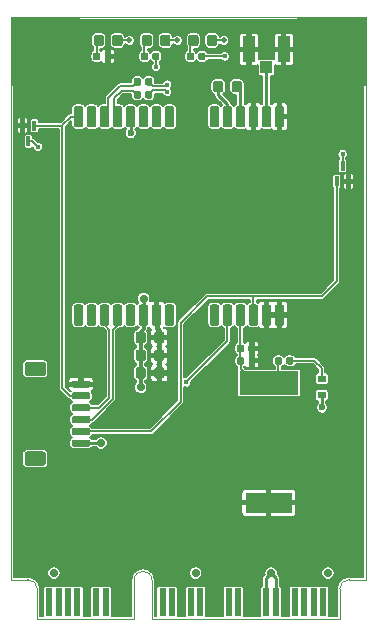
<source format=gbr>
G04 #@! TF.GenerationSoftware,KiCad,Pcbnew,5.1.5+dfsg1-2build2*
G04 #@! TF.CreationDate,2021-01-22T23:18:44+11:00*
G04 #@! TF.ProjectId,mPCIe-LEA-4L,6d504349-652d-44c4-9541-2d344c2e6b69,1*
G04 #@! TF.SameCoordinates,Original*
G04 #@! TF.FileFunction,Copper,L1,Top*
G04 #@! TF.FilePolarity,Positive*
%FSLAX46Y46*%
G04 Gerber Fmt 4.6, Leading zero omitted, Abs format (unit mm)*
G04 Created by KiCad (PCBNEW 5.1.5+dfsg1-2build2) date 2021-01-22 23:18:44*
%MOMM*%
%LPD*%
G04 APERTURE LIST*
G04 #@! TA.AperFunction,EtchedComponent*
%ADD10C,0.050000*%
G04 #@! TD*
G04 #@! TA.AperFunction,SMDPad,CuDef*
%ADD11C,0.350000*%
G04 #@! TD*
G04 #@! TA.AperFunction,ComponentPad*
%ADD12C,0.350000*%
G04 #@! TD*
G04 #@! TA.AperFunction,SMDPad,CuDef*
%ADD13R,0.600000X2.350000*%
G04 #@! TD*
G04 #@! TA.AperFunction,SMDPad,CuDef*
%ADD14R,0.350000X0.810000*%
G04 #@! TD*
G04 #@! TA.AperFunction,SMDPad,CuDef*
%ADD15R,5.000000X2.000000*%
G04 #@! TD*
G04 #@! TA.AperFunction,SMDPad,CuDef*
%ADD16R,4.000000X1.700000*%
G04 #@! TD*
G04 #@! TA.AperFunction,SMDPad,CuDef*
%ADD17R,1.050000X2.200000*%
G04 #@! TD*
G04 #@! TA.AperFunction,SMDPad,CuDef*
%ADD18R,1.000000X1.050000*%
G04 #@! TD*
G04 #@! TA.AperFunction,SMDPad,CuDef*
%ADD19R,0.700000X0.600000*%
G04 #@! TD*
G04 #@! TA.AperFunction,ViaPad*
%ADD20C,0.600000*%
G04 #@! TD*
G04 #@! TA.AperFunction,ViaPad*
%ADD21C,0.800000*%
G04 #@! TD*
G04 #@! TA.AperFunction,ViaPad*
%ADD22C,0.700000*%
G04 #@! TD*
G04 #@! TA.AperFunction,ViaPad*
%ADD23C,0.500000*%
G04 #@! TD*
G04 #@! TA.AperFunction,ViaPad*
%ADD24C,0.450000*%
G04 #@! TD*
G04 #@! TA.AperFunction,Conductor*
%ADD25C,0.154270*%
G04 #@! TD*
G04 #@! TA.AperFunction,Conductor*
%ADD26C,0.400000*%
G04 #@! TD*
G04 #@! TA.AperFunction,Conductor*
%ADD27C,0.304800*%
G04 #@! TD*
G04 #@! TA.AperFunction,Conductor*
%ADD28C,0.254000*%
G04 #@! TD*
G04 #@! TA.AperFunction,Conductor*
%ADD29C,0.293370*%
G04 #@! TD*
G04 #@! TA.AperFunction,Conductor*
%ADD30C,0.152400*%
G04 #@! TD*
G04 #@! TA.AperFunction,Conductor*
%ADD31C,0.161500*%
G04 #@! TD*
G04 #@! TA.AperFunction,Conductor*
%ADD32C,0.127000*%
G04 #@! TD*
G04 APERTURE END LIST*
D10*
G04 #@! TO.C,PC1*
X136900000Y-125000000D02*
X136900000Y-121750000D01*
X127200000Y-125000000D02*
X127200000Y-122500000D01*
X125000000Y-121700000D02*
X126400000Y-121700000D01*
X152800000Y-125000000D02*
X152800000Y-122500000D01*
X153600000Y-121700000D02*
X155000000Y-121700000D01*
X135400000Y-125000000D02*
X127200000Y-125000000D01*
X125000000Y-74050000D02*
X155000000Y-74050000D01*
X155000000Y-121700000D02*
X155000000Y-74050000D01*
X125000000Y-121700000D02*
X125000000Y-74050000D01*
X136900000Y-125000000D02*
X152800000Y-125000000D01*
X135400000Y-125000000D02*
X135400000Y-121750000D01*
X153600000Y-121700000D02*
G75*
G03X152800000Y-122500000I0J-800000D01*
G01*
X126400000Y-121700000D02*
G75*
G02X127200000Y-122500000I0J-800000D01*
G01*
X135400000Y-121750000D02*
G75*
G02X136900000Y-121750000I750000J0D01*
G01*
G04 #@! TD*
G04 #@! TA.AperFunction,SMDPad,CuDef*
D11*
G04 #@! TO.P,R6,1*
G04 #@! TO.N,/V_ANT*
G36*
X142752691Y-79476053D02*
G01*
X142773926Y-79479203D01*
X142794750Y-79484419D01*
X142814962Y-79491651D01*
X142834368Y-79500830D01*
X142852781Y-79511866D01*
X142870024Y-79524654D01*
X142885930Y-79539070D01*
X142900346Y-79554976D01*
X142913134Y-79572219D01*
X142924170Y-79590632D01*
X142933349Y-79610038D01*
X142940581Y-79630250D01*
X142945797Y-79651074D01*
X142948947Y-79672309D01*
X142950000Y-79693750D01*
X142950000Y-80206250D01*
X142948947Y-80227691D01*
X142945797Y-80248926D01*
X142940581Y-80269750D01*
X142933349Y-80289962D01*
X142924170Y-80309368D01*
X142913134Y-80327781D01*
X142900346Y-80345024D01*
X142885930Y-80360930D01*
X142870024Y-80375346D01*
X142852781Y-80388134D01*
X142834368Y-80399170D01*
X142814962Y-80408349D01*
X142794750Y-80415581D01*
X142773926Y-80420797D01*
X142752691Y-80423947D01*
X142731250Y-80425000D01*
X142293750Y-80425000D01*
X142272309Y-80423947D01*
X142251074Y-80420797D01*
X142230250Y-80415581D01*
X142210038Y-80408349D01*
X142190632Y-80399170D01*
X142172219Y-80388134D01*
X142154976Y-80375346D01*
X142139070Y-80360930D01*
X142124654Y-80345024D01*
X142111866Y-80327781D01*
X142100830Y-80309368D01*
X142091651Y-80289962D01*
X142084419Y-80269750D01*
X142079203Y-80248926D01*
X142076053Y-80227691D01*
X142075000Y-80206250D01*
X142075000Y-79693750D01*
X142076053Y-79672309D01*
X142079203Y-79651074D01*
X142084419Y-79630250D01*
X142091651Y-79610038D01*
X142100830Y-79590632D01*
X142111866Y-79572219D01*
X142124654Y-79554976D01*
X142139070Y-79539070D01*
X142154976Y-79524654D01*
X142172219Y-79511866D01*
X142190632Y-79500830D01*
X142210038Y-79491651D01*
X142230250Y-79484419D01*
X142251074Y-79479203D01*
X142272309Y-79476053D01*
X142293750Y-79475000D01*
X142731250Y-79475000D01*
X142752691Y-79476053D01*
G37*
G04 #@! TD.AperFunction*
G04 #@! TA.AperFunction,SMDPad,CuDef*
G04 #@! TO.P,R6,2*
G04 #@! TO.N,/VCC_RF*
G36*
X144327691Y-79476053D02*
G01*
X144348926Y-79479203D01*
X144369750Y-79484419D01*
X144389962Y-79491651D01*
X144409368Y-79500830D01*
X144427781Y-79511866D01*
X144445024Y-79524654D01*
X144460930Y-79539070D01*
X144475346Y-79554976D01*
X144488134Y-79572219D01*
X144499170Y-79590632D01*
X144508349Y-79610038D01*
X144515581Y-79630250D01*
X144520797Y-79651074D01*
X144523947Y-79672309D01*
X144525000Y-79693750D01*
X144525000Y-80206250D01*
X144523947Y-80227691D01*
X144520797Y-80248926D01*
X144515581Y-80269750D01*
X144508349Y-80289962D01*
X144499170Y-80309368D01*
X144488134Y-80327781D01*
X144475346Y-80345024D01*
X144460930Y-80360930D01*
X144445024Y-80375346D01*
X144427781Y-80388134D01*
X144409368Y-80399170D01*
X144389962Y-80408349D01*
X144369750Y-80415581D01*
X144348926Y-80420797D01*
X144327691Y-80423947D01*
X144306250Y-80425000D01*
X143868750Y-80425000D01*
X143847309Y-80423947D01*
X143826074Y-80420797D01*
X143805250Y-80415581D01*
X143785038Y-80408349D01*
X143765632Y-80399170D01*
X143747219Y-80388134D01*
X143729976Y-80375346D01*
X143714070Y-80360930D01*
X143699654Y-80345024D01*
X143686866Y-80327781D01*
X143675830Y-80309368D01*
X143666651Y-80289962D01*
X143659419Y-80269750D01*
X143654203Y-80248926D01*
X143651053Y-80227691D01*
X143650000Y-80206250D01*
X143650000Y-79693750D01*
X143651053Y-79672309D01*
X143654203Y-79651074D01*
X143659419Y-79630250D01*
X143666651Y-79610038D01*
X143675830Y-79590632D01*
X143686866Y-79572219D01*
X143699654Y-79554976D01*
X143714070Y-79539070D01*
X143729976Y-79524654D01*
X143747219Y-79511866D01*
X143765632Y-79500830D01*
X143785038Y-79491651D01*
X143805250Y-79484419D01*
X143826074Y-79479203D01*
X143847309Y-79476053D01*
X143868750Y-79475000D01*
X144306250Y-79475000D01*
X144327691Y-79476053D01*
G37*
G04 #@! TD.AperFunction*
G04 #@! TD*
G04 #@! TA.AperFunction,ComponentPad*
D12*
G04 #@! TO.P,PC1,55*
G04 #@! TO.N,GND*
G36*
X155004877Y-74025480D02*
G01*
X155009567Y-74026903D01*
X155013889Y-74029213D01*
X155017678Y-74032322D01*
X155020787Y-74036111D01*
X155023097Y-74040433D01*
X155024520Y-74045123D01*
X155025000Y-74050000D01*
X155025000Y-79850000D01*
X155024520Y-79854877D01*
X155023097Y-79859567D01*
X155020787Y-79863889D01*
X155017678Y-79867678D01*
X155013889Y-79870787D01*
X155009567Y-79873097D01*
X155004877Y-79874520D01*
X155000000Y-79875000D01*
X149200000Y-79875000D01*
X149195123Y-79874520D01*
X149190433Y-79873097D01*
X149186111Y-79870787D01*
X149182322Y-79867678D01*
X149179213Y-79863889D01*
X149176903Y-79859567D01*
X149175480Y-79854877D01*
X149175000Y-79850000D01*
X149175000Y-74050000D01*
X149175480Y-74045123D01*
X149176903Y-74040433D01*
X149179213Y-74036111D01*
X149182322Y-74032322D01*
X149186111Y-74029213D01*
X149190433Y-74026903D01*
X149195123Y-74025480D01*
X149200000Y-74025000D01*
X155000000Y-74025000D01*
X155004877Y-74025480D01*
G37*
G04 #@! TD.AperFunction*
G04 #@! TA.AperFunction,ComponentPad*
G04 #@! TO.P,PC1,54*
G36*
X130804877Y-74025480D02*
G01*
X130809567Y-74026903D01*
X130813889Y-74029213D01*
X130817678Y-74032322D01*
X130820787Y-74036111D01*
X130823097Y-74040433D01*
X130824520Y-74045123D01*
X130825000Y-74050000D01*
X130825000Y-79850000D01*
X130824520Y-79854877D01*
X130823097Y-79859567D01*
X130820787Y-79863889D01*
X130817678Y-79867678D01*
X130813889Y-79870787D01*
X130809567Y-79873097D01*
X130804877Y-79874520D01*
X130800000Y-79875000D01*
X125000000Y-79875000D01*
X124995123Y-79874520D01*
X124990433Y-79873097D01*
X124986111Y-79870787D01*
X124982322Y-79867678D01*
X124979213Y-79863889D01*
X124976903Y-79859567D01*
X124975480Y-79854877D01*
X124975000Y-79850000D01*
X124975000Y-74050000D01*
X124975480Y-74045123D01*
X124976903Y-74040433D01*
X124979213Y-74036111D01*
X124982322Y-74032322D01*
X124986111Y-74029213D01*
X124990433Y-74026903D01*
X124995123Y-74025480D01*
X125000000Y-74025000D01*
X130800000Y-74025000D01*
X130804877Y-74025480D01*
G37*
G04 #@! TD.AperFunction*
D13*
G04 #@! TO.P,PC1,17*
G04 #@! TO.N,N/C*
X137800000Y-123625000D03*
G04 #@! TO.P,PC1,1*
X128200000Y-123625000D03*
G04 #@! TO.P,PC1,3*
X129000000Y-123625000D03*
G04 #@! TO.P,PC1,5*
X129800000Y-123625000D03*
G04 #@! TO.P,PC1,7*
X130600000Y-123625000D03*
G04 #@! TO.P,PC1,9*
G04 #@! TO.N,GND*
X131400000Y-123625000D03*
G04 #@! TO.P,PC1,11*
G04 #@! TO.N,N/C*
X132200000Y-123625000D03*
G04 #@! TO.P,PC1,13*
X133000000Y-123625000D03*
G04 #@! TO.P,PC1,51*
X151400000Y-123625000D03*
G04 #@! TO.P,PC1,49*
X150600000Y-123625000D03*
G04 #@! TO.P,PC1,47*
X149800000Y-123625000D03*
G04 #@! TO.P,PC1,45*
X149000000Y-123625000D03*
G04 #@! TO.P,PC1,43*
G04 #@! TO.N,GND*
X148200000Y-123625000D03*
G04 #@! TO.P,PC1,41*
G04 #@! TO.N,+3.3V*
X147400000Y-123625000D03*
G04 #@! TO.P,PC1,39*
X146600000Y-123625000D03*
G04 #@! TO.P,PC1,37*
G04 #@! TO.N,GND*
X145800000Y-123625000D03*
G04 #@! TO.P,PC1,35*
X145000000Y-123625000D03*
G04 #@! TO.P,PC1,33*
G04 #@! TO.N,N/C*
X144200000Y-123625000D03*
G04 #@! TO.P,PC1,31*
X143400000Y-123625000D03*
G04 #@! TO.P,PC1,29*
G04 #@! TO.N,GND*
X142600000Y-123625000D03*
G04 #@! TO.P,PC1,27*
X141800000Y-123625000D03*
G04 #@! TO.P,PC1,25*
G04 #@! TO.N,N/C*
X141000000Y-123625000D03*
G04 #@! TO.P,PC1,23*
X140200000Y-123625000D03*
G04 #@! TO.P,PC1,21*
G04 #@! TO.N,GND*
X139400000Y-123625000D03*
G04 #@! TO.P,PC1,19*
G04 #@! TO.N,N/C*
X138600000Y-123625000D03*
G04 #@! TO.P,PC1,15*
G04 #@! TO.N,GND*
X133800000Y-123625000D03*
G04 #@! TD*
G04 #@! TA.AperFunction,SMDPad,CuDef*
D11*
G04 #@! TO.P,C3,1*
G04 #@! TO.N,+3.3V*
G36*
X136190191Y-100726053D02*
G01*
X136211426Y-100729203D01*
X136232250Y-100734419D01*
X136252462Y-100741651D01*
X136271868Y-100750830D01*
X136290281Y-100761866D01*
X136307524Y-100774654D01*
X136323430Y-100789070D01*
X136337846Y-100804976D01*
X136350634Y-100822219D01*
X136361670Y-100840632D01*
X136370849Y-100860038D01*
X136378081Y-100880250D01*
X136383297Y-100901074D01*
X136386447Y-100922309D01*
X136387500Y-100943750D01*
X136387500Y-101456250D01*
X136386447Y-101477691D01*
X136383297Y-101498926D01*
X136378081Y-101519750D01*
X136370849Y-101539962D01*
X136361670Y-101559368D01*
X136350634Y-101577781D01*
X136337846Y-101595024D01*
X136323430Y-101610930D01*
X136307524Y-101625346D01*
X136290281Y-101638134D01*
X136271868Y-101649170D01*
X136252462Y-101658349D01*
X136232250Y-101665581D01*
X136211426Y-101670797D01*
X136190191Y-101673947D01*
X136168750Y-101675000D01*
X135731250Y-101675000D01*
X135709809Y-101673947D01*
X135688574Y-101670797D01*
X135667750Y-101665581D01*
X135647538Y-101658349D01*
X135628132Y-101649170D01*
X135609719Y-101638134D01*
X135592476Y-101625346D01*
X135576570Y-101610930D01*
X135562154Y-101595024D01*
X135549366Y-101577781D01*
X135538330Y-101559368D01*
X135529151Y-101539962D01*
X135521919Y-101519750D01*
X135516703Y-101498926D01*
X135513553Y-101477691D01*
X135512500Y-101456250D01*
X135512500Y-100943750D01*
X135513553Y-100922309D01*
X135516703Y-100901074D01*
X135521919Y-100880250D01*
X135529151Y-100860038D01*
X135538330Y-100840632D01*
X135549366Y-100822219D01*
X135562154Y-100804976D01*
X135576570Y-100789070D01*
X135592476Y-100774654D01*
X135609719Y-100761866D01*
X135628132Y-100750830D01*
X135647538Y-100741651D01*
X135667750Y-100734419D01*
X135688574Y-100729203D01*
X135709809Y-100726053D01*
X135731250Y-100725000D01*
X136168750Y-100725000D01*
X136190191Y-100726053D01*
G37*
G04 #@! TD.AperFunction*
G04 #@! TA.AperFunction,SMDPad,CuDef*
G04 #@! TO.P,C3,2*
G04 #@! TO.N,GND*
G36*
X137765191Y-100726053D02*
G01*
X137786426Y-100729203D01*
X137807250Y-100734419D01*
X137827462Y-100741651D01*
X137846868Y-100750830D01*
X137865281Y-100761866D01*
X137882524Y-100774654D01*
X137898430Y-100789070D01*
X137912846Y-100804976D01*
X137925634Y-100822219D01*
X137936670Y-100840632D01*
X137945849Y-100860038D01*
X137953081Y-100880250D01*
X137958297Y-100901074D01*
X137961447Y-100922309D01*
X137962500Y-100943750D01*
X137962500Y-101456250D01*
X137961447Y-101477691D01*
X137958297Y-101498926D01*
X137953081Y-101519750D01*
X137945849Y-101539962D01*
X137936670Y-101559368D01*
X137925634Y-101577781D01*
X137912846Y-101595024D01*
X137898430Y-101610930D01*
X137882524Y-101625346D01*
X137865281Y-101638134D01*
X137846868Y-101649170D01*
X137827462Y-101658349D01*
X137807250Y-101665581D01*
X137786426Y-101670797D01*
X137765191Y-101673947D01*
X137743750Y-101675000D01*
X137306250Y-101675000D01*
X137284809Y-101673947D01*
X137263574Y-101670797D01*
X137242750Y-101665581D01*
X137222538Y-101658349D01*
X137203132Y-101649170D01*
X137184719Y-101638134D01*
X137167476Y-101625346D01*
X137151570Y-101610930D01*
X137137154Y-101595024D01*
X137124366Y-101577781D01*
X137113330Y-101559368D01*
X137104151Y-101539962D01*
X137096919Y-101519750D01*
X137091703Y-101498926D01*
X137088553Y-101477691D01*
X137087500Y-101456250D01*
X137087500Y-100943750D01*
X137088553Y-100922309D01*
X137091703Y-100901074D01*
X137096919Y-100880250D01*
X137104151Y-100860038D01*
X137113330Y-100840632D01*
X137124366Y-100822219D01*
X137137154Y-100804976D01*
X137151570Y-100789070D01*
X137167476Y-100774654D01*
X137184719Y-100761866D01*
X137203132Y-100750830D01*
X137222538Y-100741651D01*
X137242750Y-100734419D01*
X137263574Y-100729203D01*
X137284809Y-100726053D01*
X137306250Y-100725000D01*
X137743750Y-100725000D01*
X137765191Y-100726053D01*
G37*
G04 #@! TD.AperFunction*
G04 #@! TD*
G04 #@! TA.AperFunction,SMDPad,CuDef*
G04 #@! TO.P,U1,1*
G04 #@! TO.N,N/C*
G36*
X130919603Y-98400963D02*
G01*
X130939018Y-98403843D01*
X130958057Y-98408612D01*
X130976537Y-98415224D01*
X130994279Y-98423616D01*
X131011114Y-98433706D01*
X131026879Y-98445398D01*
X131041421Y-98458579D01*
X131054602Y-98473121D01*
X131066294Y-98488886D01*
X131076384Y-98505721D01*
X131084776Y-98523463D01*
X131091388Y-98541943D01*
X131096157Y-98560982D01*
X131099037Y-98580397D01*
X131100000Y-98600000D01*
X131100000Y-100000000D01*
X131099037Y-100019603D01*
X131096157Y-100039018D01*
X131091388Y-100058057D01*
X131084776Y-100076537D01*
X131076384Y-100094279D01*
X131066294Y-100111114D01*
X131054602Y-100126879D01*
X131041421Y-100141421D01*
X131026879Y-100154602D01*
X131011114Y-100166294D01*
X130994279Y-100176384D01*
X130976537Y-100184776D01*
X130958057Y-100191388D01*
X130939018Y-100196157D01*
X130919603Y-100199037D01*
X130900000Y-100200000D01*
X130500000Y-100200000D01*
X130480397Y-100199037D01*
X130460982Y-100196157D01*
X130441943Y-100191388D01*
X130423463Y-100184776D01*
X130405721Y-100176384D01*
X130388886Y-100166294D01*
X130373121Y-100154602D01*
X130358579Y-100141421D01*
X130345398Y-100126879D01*
X130333706Y-100111114D01*
X130323616Y-100094279D01*
X130315224Y-100076537D01*
X130308612Y-100058057D01*
X130303843Y-100039018D01*
X130300963Y-100019603D01*
X130300000Y-100000000D01*
X130300000Y-98600000D01*
X130300963Y-98580397D01*
X130303843Y-98560982D01*
X130308612Y-98541943D01*
X130315224Y-98523463D01*
X130323616Y-98505721D01*
X130333706Y-98488886D01*
X130345398Y-98473121D01*
X130358579Y-98458579D01*
X130373121Y-98445398D01*
X130388886Y-98433706D01*
X130405721Y-98423616D01*
X130423463Y-98415224D01*
X130441943Y-98408612D01*
X130460982Y-98403843D01*
X130480397Y-98400963D01*
X130500000Y-98400000D01*
X130900000Y-98400000D01*
X130919603Y-98400963D01*
G37*
G04 #@! TD.AperFunction*
G04 #@! TA.AperFunction,SMDPad,CuDef*
G04 #@! TO.P,U1,2*
G36*
X132019603Y-98400963D02*
G01*
X132039018Y-98403843D01*
X132058057Y-98408612D01*
X132076537Y-98415224D01*
X132094279Y-98423616D01*
X132111114Y-98433706D01*
X132126879Y-98445398D01*
X132141421Y-98458579D01*
X132154602Y-98473121D01*
X132166294Y-98488886D01*
X132176384Y-98505721D01*
X132184776Y-98523463D01*
X132191388Y-98541943D01*
X132196157Y-98560982D01*
X132199037Y-98580397D01*
X132200000Y-98600000D01*
X132200000Y-100000000D01*
X132199037Y-100019603D01*
X132196157Y-100039018D01*
X132191388Y-100058057D01*
X132184776Y-100076537D01*
X132176384Y-100094279D01*
X132166294Y-100111114D01*
X132154602Y-100126879D01*
X132141421Y-100141421D01*
X132126879Y-100154602D01*
X132111114Y-100166294D01*
X132094279Y-100176384D01*
X132076537Y-100184776D01*
X132058057Y-100191388D01*
X132039018Y-100196157D01*
X132019603Y-100199037D01*
X132000000Y-100200000D01*
X131600000Y-100200000D01*
X131580397Y-100199037D01*
X131560982Y-100196157D01*
X131541943Y-100191388D01*
X131523463Y-100184776D01*
X131505721Y-100176384D01*
X131488886Y-100166294D01*
X131473121Y-100154602D01*
X131458579Y-100141421D01*
X131445398Y-100126879D01*
X131433706Y-100111114D01*
X131423616Y-100094279D01*
X131415224Y-100076537D01*
X131408612Y-100058057D01*
X131403843Y-100039018D01*
X131400963Y-100019603D01*
X131400000Y-100000000D01*
X131400000Y-98600000D01*
X131400963Y-98580397D01*
X131403843Y-98560982D01*
X131408612Y-98541943D01*
X131415224Y-98523463D01*
X131423616Y-98505721D01*
X131433706Y-98488886D01*
X131445398Y-98473121D01*
X131458579Y-98458579D01*
X131473121Y-98445398D01*
X131488886Y-98433706D01*
X131505721Y-98423616D01*
X131523463Y-98415224D01*
X131541943Y-98408612D01*
X131560982Y-98403843D01*
X131580397Y-98400963D01*
X131600000Y-98400000D01*
X132000000Y-98400000D01*
X132019603Y-98400963D01*
G37*
G04 #@! TD.AperFunction*
G04 #@! TA.AperFunction,SMDPad,CuDef*
G04 #@! TO.P,U1,3*
G04 #@! TO.N,/TXD*
G36*
X133119603Y-98400963D02*
G01*
X133139018Y-98403843D01*
X133158057Y-98408612D01*
X133176537Y-98415224D01*
X133194279Y-98423616D01*
X133211114Y-98433706D01*
X133226879Y-98445398D01*
X133241421Y-98458579D01*
X133254602Y-98473121D01*
X133266294Y-98488886D01*
X133276384Y-98505721D01*
X133284776Y-98523463D01*
X133291388Y-98541943D01*
X133296157Y-98560982D01*
X133299037Y-98580397D01*
X133300000Y-98600000D01*
X133300000Y-100000000D01*
X133299037Y-100019603D01*
X133296157Y-100039018D01*
X133291388Y-100058057D01*
X133284776Y-100076537D01*
X133276384Y-100094279D01*
X133266294Y-100111114D01*
X133254602Y-100126879D01*
X133241421Y-100141421D01*
X133226879Y-100154602D01*
X133211114Y-100166294D01*
X133194279Y-100176384D01*
X133176537Y-100184776D01*
X133158057Y-100191388D01*
X133139018Y-100196157D01*
X133119603Y-100199037D01*
X133100000Y-100200000D01*
X132700000Y-100200000D01*
X132680397Y-100199037D01*
X132660982Y-100196157D01*
X132641943Y-100191388D01*
X132623463Y-100184776D01*
X132605721Y-100176384D01*
X132588886Y-100166294D01*
X132573121Y-100154602D01*
X132558579Y-100141421D01*
X132545398Y-100126879D01*
X132533706Y-100111114D01*
X132523616Y-100094279D01*
X132515224Y-100076537D01*
X132508612Y-100058057D01*
X132503843Y-100039018D01*
X132500963Y-100019603D01*
X132500000Y-100000000D01*
X132500000Y-98600000D01*
X132500963Y-98580397D01*
X132503843Y-98560982D01*
X132508612Y-98541943D01*
X132515224Y-98523463D01*
X132523616Y-98505721D01*
X132533706Y-98488886D01*
X132545398Y-98473121D01*
X132558579Y-98458579D01*
X132573121Y-98445398D01*
X132588886Y-98433706D01*
X132605721Y-98423616D01*
X132623463Y-98415224D01*
X132641943Y-98408612D01*
X132660982Y-98403843D01*
X132680397Y-98400963D01*
X132700000Y-98400000D01*
X133100000Y-98400000D01*
X133119603Y-98400963D01*
G37*
G04 #@! TD.AperFunction*
G04 #@! TA.AperFunction,SMDPad,CuDef*
G04 #@! TO.P,U1,4*
G04 #@! TO.N,/RXD*
G36*
X134219603Y-98400963D02*
G01*
X134239018Y-98403843D01*
X134258057Y-98408612D01*
X134276537Y-98415224D01*
X134294279Y-98423616D01*
X134311114Y-98433706D01*
X134326879Y-98445398D01*
X134341421Y-98458579D01*
X134354602Y-98473121D01*
X134366294Y-98488886D01*
X134376384Y-98505721D01*
X134384776Y-98523463D01*
X134391388Y-98541943D01*
X134396157Y-98560982D01*
X134399037Y-98580397D01*
X134400000Y-98600000D01*
X134400000Y-100000000D01*
X134399037Y-100019603D01*
X134396157Y-100039018D01*
X134391388Y-100058057D01*
X134384776Y-100076537D01*
X134376384Y-100094279D01*
X134366294Y-100111114D01*
X134354602Y-100126879D01*
X134341421Y-100141421D01*
X134326879Y-100154602D01*
X134311114Y-100166294D01*
X134294279Y-100176384D01*
X134276537Y-100184776D01*
X134258057Y-100191388D01*
X134239018Y-100196157D01*
X134219603Y-100199037D01*
X134200000Y-100200000D01*
X133800000Y-100200000D01*
X133780397Y-100199037D01*
X133760982Y-100196157D01*
X133741943Y-100191388D01*
X133723463Y-100184776D01*
X133705721Y-100176384D01*
X133688886Y-100166294D01*
X133673121Y-100154602D01*
X133658579Y-100141421D01*
X133645398Y-100126879D01*
X133633706Y-100111114D01*
X133623616Y-100094279D01*
X133615224Y-100076537D01*
X133608612Y-100058057D01*
X133603843Y-100039018D01*
X133600963Y-100019603D01*
X133600000Y-100000000D01*
X133600000Y-98600000D01*
X133600963Y-98580397D01*
X133603843Y-98560982D01*
X133608612Y-98541943D01*
X133615224Y-98523463D01*
X133623616Y-98505721D01*
X133633706Y-98488886D01*
X133645398Y-98473121D01*
X133658579Y-98458579D01*
X133673121Y-98445398D01*
X133688886Y-98433706D01*
X133705721Y-98423616D01*
X133723463Y-98415224D01*
X133741943Y-98408612D01*
X133760982Y-98403843D01*
X133780397Y-98400963D01*
X133800000Y-98400000D01*
X134200000Y-98400000D01*
X134219603Y-98400963D01*
G37*
G04 #@! TD.AperFunction*
G04 #@! TA.AperFunction,SMDPad,CuDef*
G04 #@! TO.P,U1,5*
G04 #@! TO.N,N/C*
G36*
X135319603Y-98400963D02*
G01*
X135339018Y-98403843D01*
X135358057Y-98408612D01*
X135376537Y-98415224D01*
X135394279Y-98423616D01*
X135411114Y-98433706D01*
X135426879Y-98445398D01*
X135441421Y-98458579D01*
X135454602Y-98473121D01*
X135466294Y-98488886D01*
X135476384Y-98505721D01*
X135484776Y-98523463D01*
X135491388Y-98541943D01*
X135496157Y-98560982D01*
X135499037Y-98580397D01*
X135500000Y-98600000D01*
X135500000Y-100000000D01*
X135499037Y-100019603D01*
X135496157Y-100039018D01*
X135491388Y-100058057D01*
X135484776Y-100076537D01*
X135476384Y-100094279D01*
X135466294Y-100111114D01*
X135454602Y-100126879D01*
X135441421Y-100141421D01*
X135426879Y-100154602D01*
X135411114Y-100166294D01*
X135394279Y-100176384D01*
X135376537Y-100184776D01*
X135358057Y-100191388D01*
X135339018Y-100196157D01*
X135319603Y-100199037D01*
X135300000Y-100200000D01*
X134900000Y-100200000D01*
X134880397Y-100199037D01*
X134860982Y-100196157D01*
X134841943Y-100191388D01*
X134823463Y-100184776D01*
X134805721Y-100176384D01*
X134788886Y-100166294D01*
X134773121Y-100154602D01*
X134758579Y-100141421D01*
X134745398Y-100126879D01*
X134733706Y-100111114D01*
X134723616Y-100094279D01*
X134715224Y-100076537D01*
X134708612Y-100058057D01*
X134703843Y-100039018D01*
X134700963Y-100019603D01*
X134700000Y-100000000D01*
X134700000Y-98600000D01*
X134700963Y-98580397D01*
X134703843Y-98560982D01*
X134708612Y-98541943D01*
X134715224Y-98523463D01*
X134723616Y-98505721D01*
X134733706Y-98488886D01*
X134745398Y-98473121D01*
X134758579Y-98458579D01*
X134773121Y-98445398D01*
X134788886Y-98433706D01*
X134805721Y-98423616D01*
X134823463Y-98415224D01*
X134841943Y-98408612D01*
X134860982Y-98403843D01*
X134880397Y-98400963D01*
X134900000Y-98400000D01*
X135300000Y-98400000D01*
X135319603Y-98400963D01*
G37*
G04 #@! TD.AperFunction*
G04 #@! TA.AperFunction,SMDPad,CuDef*
G04 #@! TO.P,U1,6*
G04 #@! TO.N,+3.3V*
G36*
X136419603Y-98400963D02*
G01*
X136439018Y-98403843D01*
X136458057Y-98408612D01*
X136476537Y-98415224D01*
X136494279Y-98423616D01*
X136511114Y-98433706D01*
X136526879Y-98445398D01*
X136541421Y-98458579D01*
X136554602Y-98473121D01*
X136566294Y-98488886D01*
X136576384Y-98505721D01*
X136584776Y-98523463D01*
X136591388Y-98541943D01*
X136596157Y-98560982D01*
X136599037Y-98580397D01*
X136600000Y-98600000D01*
X136600000Y-100000000D01*
X136599037Y-100019603D01*
X136596157Y-100039018D01*
X136591388Y-100058057D01*
X136584776Y-100076537D01*
X136576384Y-100094279D01*
X136566294Y-100111114D01*
X136554602Y-100126879D01*
X136541421Y-100141421D01*
X136526879Y-100154602D01*
X136511114Y-100166294D01*
X136494279Y-100176384D01*
X136476537Y-100184776D01*
X136458057Y-100191388D01*
X136439018Y-100196157D01*
X136419603Y-100199037D01*
X136400000Y-100200000D01*
X136000000Y-100200000D01*
X135980397Y-100199037D01*
X135960982Y-100196157D01*
X135941943Y-100191388D01*
X135923463Y-100184776D01*
X135905721Y-100176384D01*
X135888886Y-100166294D01*
X135873121Y-100154602D01*
X135858579Y-100141421D01*
X135845398Y-100126879D01*
X135833706Y-100111114D01*
X135823616Y-100094279D01*
X135815224Y-100076537D01*
X135808612Y-100058057D01*
X135803843Y-100039018D01*
X135800963Y-100019603D01*
X135800000Y-100000000D01*
X135800000Y-98600000D01*
X135800963Y-98580397D01*
X135803843Y-98560982D01*
X135808612Y-98541943D01*
X135815224Y-98523463D01*
X135823616Y-98505721D01*
X135833706Y-98488886D01*
X135845398Y-98473121D01*
X135858579Y-98458579D01*
X135873121Y-98445398D01*
X135888886Y-98433706D01*
X135905721Y-98423616D01*
X135923463Y-98415224D01*
X135941943Y-98408612D01*
X135960982Y-98403843D01*
X135980397Y-98400963D01*
X136000000Y-98400000D01*
X136400000Y-98400000D01*
X136419603Y-98400963D01*
G37*
G04 #@! TD.AperFunction*
G04 #@! TA.AperFunction,SMDPad,CuDef*
G04 #@! TO.P,U1,7*
G04 #@! TO.N,GND*
G36*
X137519603Y-98400963D02*
G01*
X137539018Y-98403843D01*
X137558057Y-98408612D01*
X137576537Y-98415224D01*
X137594279Y-98423616D01*
X137611114Y-98433706D01*
X137626879Y-98445398D01*
X137641421Y-98458579D01*
X137654602Y-98473121D01*
X137666294Y-98488886D01*
X137676384Y-98505721D01*
X137684776Y-98523463D01*
X137691388Y-98541943D01*
X137696157Y-98560982D01*
X137699037Y-98580397D01*
X137700000Y-98600000D01*
X137700000Y-100000000D01*
X137699037Y-100019603D01*
X137696157Y-100039018D01*
X137691388Y-100058057D01*
X137684776Y-100076537D01*
X137676384Y-100094279D01*
X137666294Y-100111114D01*
X137654602Y-100126879D01*
X137641421Y-100141421D01*
X137626879Y-100154602D01*
X137611114Y-100166294D01*
X137594279Y-100176384D01*
X137576537Y-100184776D01*
X137558057Y-100191388D01*
X137539018Y-100196157D01*
X137519603Y-100199037D01*
X137500000Y-100200000D01*
X137100000Y-100200000D01*
X137080397Y-100199037D01*
X137060982Y-100196157D01*
X137041943Y-100191388D01*
X137023463Y-100184776D01*
X137005721Y-100176384D01*
X136988886Y-100166294D01*
X136973121Y-100154602D01*
X136958579Y-100141421D01*
X136945398Y-100126879D01*
X136933706Y-100111114D01*
X136923616Y-100094279D01*
X136915224Y-100076537D01*
X136908612Y-100058057D01*
X136903843Y-100039018D01*
X136900963Y-100019603D01*
X136900000Y-100000000D01*
X136900000Y-98600000D01*
X136900963Y-98580397D01*
X136903843Y-98560982D01*
X136908612Y-98541943D01*
X136915224Y-98523463D01*
X136923616Y-98505721D01*
X136933706Y-98488886D01*
X136945398Y-98473121D01*
X136958579Y-98458579D01*
X136973121Y-98445398D01*
X136988886Y-98433706D01*
X137005721Y-98423616D01*
X137023463Y-98415224D01*
X137041943Y-98408612D01*
X137060982Y-98403843D01*
X137080397Y-98400963D01*
X137100000Y-98400000D01*
X137500000Y-98400000D01*
X137519603Y-98400963D01*
G37*
G04 #@! TD.AperFunction*
G04 #@! TA.AperFunction,SMDPad,CuDef*
G04 #@! TO.P,U1,8*
G04 #@! TO.N,N/C*
G36*
X138619603Y-98400963D02*
G01*
X138639018Y-98403843D01*
X138658057Y-98408612D01*
X138676537Y-98415224D01*
X138694279Y-98423616D01*
X138711114Y-98433706D01*
X138726879Y-98445398D01*
X138741421Y-98458579D01*
X138754602Y-98473121D01*
X138766294Y-98488886D01*
X138776384Y-98505721D01*
X138784776Y-98523463D01*
X138791388Y-98541943D01*
X138796157Y-98560982D01*
X138799037Y-98580397D01*
X138800000Y-98600000D01*
X138800000Y-100000000D01*
X138799037Y-100019603D01*
X138796157Y-100039018D01*
X138791388Y-100058057D01*
X138784776Y-100076537D01*
X138776384Y-100094279D01*
X138766294Y-100111114D01*
X138754602Y-100126879D01*
X138741421Y-100141421D01*
X138726879Y-100154602D01*
X138711114Y-100166294D01*
X138694279Y-100176384D01*
X138676537Y-100184776D01*
X138658057Y-100191388D01*
X138639018Y-100196157D01*
X138619603Y-100199037D01*
X138600000Y-100200000D01*
X138200000Y-100200000D01*
X138180397Y-100199037D01*
X138160982Y-100196157D01*
X138141943Y-100191388D01*
X138123463Y-100184776D01*
X138105721Y-100176384D01*
X138088886Y-100166294D01*
X138073121Y-100154602D01*
X138058579Y-100141421D01*
X138045398Y-100126879D01*
X138033706Y-100111114D01*
X138023616Y-100094279D01*
X138015224Y-100076537D01*
X138008612Y-100058057D01*
X138003843Y-100039018D01*
X138000963Y-100019603D01*
X138000000Y-100000000D01*
X138000000Y-98600000D01*
X138000963Y-98580397D01*
X138003843Y-98560982D01*
X138008612Y-98541943D01*
X138015224Y-98523463D01*
X138023616Y-98505721D01*
X138033706Y-98488886D01*
X138045398Y-98473121D01*
X138058579Y-98458579D01*
X138073121Y-98445398D01*
X138088886Y-98433706D01*
X138105721Y-98423616D01*
X138123463Y-98415224D01*
X138141943Y-98408612D01*
X138160982Y-98403843D01*
X138180397Y-98400963D01*
X138200000Y-98400000D01*
X138600000Y-98400000D01*
X138619603Y-98400963D01*
G37*
G04 #@! TD.AperFunction*
G04 #@! TA.AperFunction,SMDPad,CuDef*
G04 #@! TO.P,U1,9*
G36*
X142419603Y-98400963D02*
G01*
X142439018Y-98403843D01*
X142458057Y-98408612D01*
X142476537Y-98415224D01*
X142494279Y-98423616D01*
X142511114Y-98433706D01*
X142526879Y-98445398D01*
X142541421Y-98458579D01*
X142554602Y-98473121D01*
X142566294Y-98488886D01*
X142576384Y-98505721D01*
X142584776Y-98523463D01*
X142591388Y-98541943D01*
X142596157Y-98560982D01*
X142599037Y-98580397D01*
X142600000Y-98600000D01*
X142600000Y-100000000D01*
X142599037Y-100019603D01*
X142596157Y-100039018D01*
X142591388Y-100058057D01*
X142584776Y-100076537D01*
X142576384Y-100094279D01*
X142566294Y-100111114D01*
X142554602Y-100126879D01*
X142541421Y-100141421D01*
X142526879Y-100154602D01*
X142511114Y-100166294D01*
X142494279Y-100176384D01*
X142476537Y-100184776D01*
X142458057Y-100191388D01*
X142439018Y-100196157D01*
X142419603Y-100199037D01*
X142400000Y-100200000D01*
X142000000Y-100200000D01*
X141980397Y-100199037D01*
X141960982Y-100196157D01*
X141941943Y-100191388D01*
X141923463Y-100184776D01*
X141905721Y-100176384D01*
X141888886Y-100166294D01*
X141873121Y-100154602D01*
X141858579Y-100141421D01*
X141845398Y-100126879D01*
X141833706Y-100111114D01*
X141823616Y-100094279D01*
X141815224Y-100076537D01*
X141808612Y-100058057D01*
X141803843Y-100039018D01*
X141800963Y-100019603D01*
X141800000Y-100000000D01*
X141800000Y-98600000D01*
X141800963Y-98580397D01*
X141803843Y-98560982D01*
X141808612Y-98541943D01*
X141815224Y-98523463D01*
X141823616Y-98505721D01*
X141833706Y-98488886D01*
X141845398Y-98473121D01*
X141858579Y-98458579D01*
X141873121Y-98445398D01*
X141888886Y-98433706D01*
X141905721Y-98423616D01*
X141923463Y-98415224D01*
X141941943Y-98408612D01*
X141960982Y-98403843D01*
X141980397Y-98400963D01*
X142000000Y-98400000D01*
X142400000Y-98400000D01*
X142419603Y-98400963D01*
G37*
G04 #@! TD.AperFunction*
G04 #@! TA.AperFunction,SMDPad,CuDef*
G04 #@! TO.P,U1,10*
G04 #@! TO.N,/~RESET*
G36*
X143519603Y-98400963D02*
G01*
X143539018Y-98403843D01*
X143558057Y-98408612D01*
X143576537Y-98415224D01*
X143594279Y-98423616D01*
X143611114Y-98433706D01*
X143626879Y-98445398D01*
X143641421Y-98458579D01*
X143654602Y-98473121D01*
X143666294Y-98488886D01*
X143676384Y-98505721D01*
X143684776Y-98523463D01*
X143691388Y-98541943D01*
X143696157Y-98560982D01*
X143699037Y-98580397D01*
X143700000Y-98600000D01*
X143700000Y-100000000D01*
X143699037Y-100019603D01*
X143696157Y-100039018D01*
X143691388Y-100058057D01*
X143684776Y-100076537D01*
X143676384Y-100094279D01*
X143666294Y-100111114D01*
X143654602Y-100126879D01*
X143641421Y-100141421D01*
X143626879Y-100154602D01*
X143611114Y-100166294D01*
X143594279Y-100176384D01*
X143576537Y-100184776D01*
X143558057Y-100191388D01*
X143539018Y-100196157D01*
X143519603Y-100199037D01*
X143500000Y-100200000D01*
X143100000Y-100200000D01*
X143080397Y-100199037D01*
X143060982Y-100196157D01*
X143041943Y-100191388D01*
X143023463Y-100184776D01*
X143005721Y-100176384D01*
X142988886Y-100166294D01*
X142973121Y-100154602D01*
X142958579Y-100141421D01*
X142945398Y-100126879D01*
X142933706Y-100111114D01*
X142923616Y-100094279D01*
X142915224Y-100076537D01*
X142908612Y-100058057D01*
X142903843Y-100039018D01*
X142900963Y-100019603D01*
X142900000Y-100000000D01*
X142900000Y-98600000D01*
X142900963Y-98580397D01*
X142903843Y-98560982D01*
X142908612Y-98541943D01*
X142915224Y-98523463D01*
X142923616Y-98505721D01*
X142933706Y-98488886D01*
X142945398Y-98473121D01*
X142958579Y-98458579D01*
X142973121Y-98445398D01*
X142988886Y-98433706D01*
X143005721Y-98423616D01*
X143023463Y-98415224D01*
X143041943Y-98408612D01*
X143060982Y-98403843D01*
X143080397Y-98400963D01*
X143100000Y-98400000D01*
X143500000Y-98400000D01*
X143519603Y-98400963D01*
G37*
G04 #@! TD.AperFunction*
G04 #@! TA.AperFunction,SMDPad,CuDef*
G04 #@! TO.P,U1,11*
G04 #@! TO.N,/V_BCKP*
G36*
X144619603Y-98400963D02*
G01*
X144639018Y-98403843D01*
X144658057Y-98408612D01*
X144676537Y-98415224D01*
X144694279Y-98423616D01*
X144711114Y-98433706D01*
X144726879Y-98445398D01*
X144741421Y-98458579D01*
X144754602Y-98473121D01*
X144766294Y-98488886D01*
X144776384Y-98505721D01*
X144784776Y-98523463D01*
X144791388Y-98541943D01*
X144796157Y-98560982D01*
X144799037Y-98580397D01*
X144800000Y-98600000D01*
X144800000Y-100000000D01*
X144799037Y-100019603D01*
X144796157Y-100039018D01*
X144791388Y-100058057D01*
X144784776Y-100076537D01*
X144776384Y-100094279D01*
X144766294Y-100111114D01*
X144754602Y-100126879D01*
X144741421Y-100141421D01*
X144726879Y-100154602D01*
X144711114Y-100166294D01*
X144694279Y-100176384D01*
X144676537Y-100184776D01*
X144658057Y-100191388D01*
X144639018Y-100196157D01*
X144619603Y-100199037D01*
X144600000Y-100200000D01*
X144200000Y-100200000D01*
X144180397Y-100199037D01*
X144160982Y-100196157D01*
X144141943Y-100191388D01*
X144123463Y-100184776D01*
X144105721Y-100176384D01*
X144088886Y-100166294D01*
X144073121Y-100154602D01*
X144058579Y-100141421D01*
X144045398Y-100126879D01*
X144033706Y-100111114D01*
X144023616Y-100094279D01*
X144015224Y-100076537D01*
X144008612Y-100058057D01*
X144003843Y-100039018D01*
X144000963Y-100019603D01*
X144000000Y-100000000D01*
X144000000Y-98600000D01*
X144000963Y-98580397D01*
X144003843Y-98560982D01*
X144008612Y-98541943D01*
X144015224Y-98523463D01*
X144023616Y-98505721D01*
X144033706Y-98488886D01*
X144045398Y-98473121D01*
X144058579Y-98458579D01*
X144073121Y-98445398D01*
X144088886Y-98433706D01*
X144105721Y-98423616D01*
X144123463Y-98415224D01*
X144141943Y-98408612D01*
X144160982Y-98403843D01*
X144180397Y-98400963D01*
X144200000Y-98400000D01*
X144600000Y-98400000D01*
X144619603Y-98400963D01*
G37*
G04 #@! TD.AperFunction*
G04 #@! TA.AperFunction,SMDPad,CuDef*
G04 #@! TO.P,U1,12*
G04 #@! TO.N,/TP2*
G36*
X145719603Y-98400963D02*
G01*
X145739018Y-98403843D01*
X145758057Y-98408612D01*
X145776537Y-98415224D01*
X145794279Y-98423616D01*
X145811114Y-98433706D01*
X145826879Y-98445398D01*
X145841421Y-98458579D01*
X145854602Y-98473121D01*
X145866294Y-98488886D01*
X145876384Y-98505721D01*
X145884776Y-98523463D01*
X145891388Y-98541943D01*
X145896157Y-98560982D01*
X145899037Y-98580397D01*
X145900000Y-98600000D01*
X145900000Y-100000000D01*
X145899037Y-100019603D01*
X145896157Y-100039018D01*
X145891388Y-100058057D01*
X145884776Y-100076537D01*
X145876384Y-100094279D01*
X145866294Y-100111114D01*
X145854602Y-100126879D01*
X145841421Y-100141421D01*
X145826879Y-100154602D01*
X145811114Y-100166294D01*
X145794279Y-100176384D01*
X145776537Y-100184776D01*
X145758057Y-100191388D01*
X145739018Y-100196157D01*
X145719603Y-100199037D01*
X145700000Y-100200000D01*
X145300000Y-100200000D01*
X145280397Y-100199037D01*
X145260982Y-100196157D01*
X145241943Y-100191388D01*
X145223463Y-100184776D01*
X145205721Y-100176384D01*
X145188886Y-100166294D01*
X145173121Y-100154602D01*
X145158579Y-100141421D01*
X145145398Y-100126879D01*
X145133706Y-100111114D01*
X145123616Y-100094279D01*
X145115224Y-100076537D01*
X145108612Y-100058057D01*
X145103843Y-100039018D01*
X145100963Y-100019603D01*
X145100000Y-100000000D01*
X145100000Y-98600000D01*
X145100963Y-98580397D01*
X145103843Y-98560982D01*
X145108612Y-98541943D01*
X145115224Y-98523463D01*
X145123616Y-98505721D01*
X145133706Y-98488886D01*
X145145398Y-98473121D01*
X145158579Y-98458579D01*
X145173121Y-98445398D01*
X145188886Y-98433706D01*
X145205721Y-98423616D01*
X145223463Y-98415224D01*
X145241943Y-98408612D01*
X145260982Y-98403843D01*
X145280397Y-98400963D01*
X145300000Y-98400000D01*
X145700000Y-98400000D01*
X145719603Y-98400963D01*
G37*
G04 #@! TD.AperFunction*
G04 #@! TA.AperFunction,SMDPad,CuDef*
G04 #@! TO.P,U1,13*
G04 #@! TO.N,GND*
G36*
X146819603Y-98400963D02*
G01*
X146839018Y-98403843D01*
X146858057Y-98408612D01*
X146876537Y-98415224D01*
X146894279Y-98423616D01*
X146911114Y-98433706D01*
X146926879Y-98445398D01*
X146941421Y-98458579D01*
X146954602Y-98473121D01*
X146966294Y-98488886D01*
X146976384Y-98505721D01*
X146984776Y-98523463D01*
X146991388Y-98541943D01*
X146996157Y-98560982D01*
X146999037Y-98580397D01*
X147000000Y-98600000D01*
X147000000Y-100000000D01*
X146999037Y-100019603D01*
X146996157Y-100039018D01*
X146991388Y-100058057D01*
X146984776Y-100076537D01*
X146976384Y-100094279D01*
X146966294Y-100111114D01*
X146954602Y-100126879D01*
X146941421Y-100141421D01*
X146926879Y-100154602D01*
X146911114Y-100166294D01*
X146894279Y-100176384D01*
X146876537Y-100184776D01*
X146858057Y-100191388D01*
X146839018Y-100196157D01*
X146819603Y-100199037D01*
X146800000Y-100200000D01*
X146400000Y-100200000D01*
X146380397Y-100199037D01*
X146360982Y-100196157D01*
X146341943Y-100191388D01*
X146323463Y-100184776D01*
X146305721Y-100176384D01*
X146288886Y-100166294D01*
X146273121Y-100154602D01*
X146258579Y-100141421D01*
X146245398Y-100126879D01*
X146233706Y-100111114D01*
X146223616Y-100094279D01*
X146215224Y-100076537D01*
X146208612Y-100058057D01*
X146203843Y-100039018D01*
X146200963Y-100019603D01*
X146200000Y-100000000D01*
X146200000Y-98600000D01*
X146200963Y-98580397D01*
X146203843Y-98560982D01*
X146208612Y-98541943D01*
X146215224Y-98523463D01*
X146223616Y-98505721D01*
X146233706Y-98488886D01*
X146245398Y-98473121D01*
X146258579Y-98458579D01*
X146273121Y-98445398D01*
X146288886Y-98433706D01*
X146305721Y-98423616D01*
X146323463Y-98415224D01*
X146341943Y-98408612D01*
X146360982Y-98403843D01*
X146380397Y-98400963D01*
X146400000Y-98400000D01*
X146800000Y-98400000D01*
X146819603Y-98400963D01*
G37*
G04 #@! TD.AperFunction*
G04 #@! TA.AperFunction,SMDPad,CuDef*
G04 #@! TO.P,U1,14*
G36*
X147919603Y-98400963D02*
G01*
X147939018Y-98403843D01*
X147958057Y-98408612D01*
X147976537Y-98415224D01*
X147994279Y-98423616D01*
X148011114Y-98433706D01*
X148026879Y-98445398D01*
X148041421Y-98458579D01*
X148054602Y-98473121D01*
X148066294Y-98488886D01*
X148076384Y-98505721D01*
X148084776Y-98523463D01*
X148091388Y-98541943D01*
X148096157Y-98560982D01*
X148099037Y-98580397D01*
X148100000Y-98600000D01*
X148100000Y-100000000D01*
X148099037Y-100019603D01*
X148096157Y-100039018D01*
X148091388Y-100058057D01*
X148084776Y-100076537D01*
X148076384Y-100094279D01*
X148066294Y-100111114D01*
X148054602Y-100126879D01*
X148041421Y-100141421D01*
X148026879Y-100154602D01*
X148011114Y-100166294D01*
X147994279Y-100176384D01*
X147976537Y-100184776D01*
X147958057Y-100191388D01*
X147939018Y-100196157D01*
X147919603Y-100199037D01*
X147900000Y-100200000D01*
X147500000Y-100200000D01*
X147480397Y-100199037D01*
X147460982Y-100196157D01*
X147441943Y-100191388D01*
X147423463Y-100184776D01*
X147405721Y-100176384D01*
X147388886Y-100166294D01*
X147373121Y-100154602D01*
X147358579Y-100141421D01*
X147345398Y-100126879D01*
X147333706Y-100111114D01*
X147323616Y-100094279D01*
X147315224Y-100076537D01*
X147308612Y-100058057D01*
X147303843Y-100039018D01*
X147300963Y-100019603D01*
X147300000Y-100000000D01*
X147300000Y-98600000D01*
X147300963Y-98580397D01*
X147303843Y-98560982D01*
X147308612Y-98541943D01*
X147315224Y-98523463D01*
X147323616Y-98505721D01*
X147333706Y-98488886D01*
X147345398Y-98473121D01*
X147358579Y-98458579D01*
X147373121Y-98445398D01*
X147388886Y-98433706D01*
X147405721Y-98423616D01*
X147423463Y-98415224D01*
X147441943Y-98408612D01*
X147460982Y-98403843D01*
X147480397Y-98400963D01*
X147500000Y-98400000D01*
X147900000Y-98400000D01*
X147919603Y-98400963D01*
G37*
G04 #@! TD.AperFunction*
G04 #@! TA.AperFunction,SMDPad,CuDef*
G04 #@! TO.P,U1,15*
G36*
X147919603Y-81600963D02*
G01*
X147939018Y-81603843D01*
X147958057Y-81608612D01*
X147976537Y-81615224D01*
X147994279Y-81623616D01*
X148011114Y-81633706D01*
X148026879Y-81645398D01*
X148041421Y-81658579D01*
X148054602Y-81673121D01*
X148066294Y-81688886D01*
X148076384Y-81705721D01*
X148084776Y-81723463D01*
X148091388Y-81741943D01*
X148096157Y-81760982D01*
X148099037Y-81780397D01*
X148100000Y-81800000D01*
X148100000Y-83200000D01*
X148099037Y-83219603D01*
X148096157Y-83239018D01*
X148091388Y-83258057D01*
X148084776Y-83276537D01*
X148076384Y-83294279D01*
X148066294Y-83311114D01*
X148054602Y-83326879D01*
X148041421Y-83341421D01*
X148026879Y-83354602D01*
X148011114Y-83366294D01*
X147994279Y-83376384D01*
X147976537Y-83384776D01*
X147958057Y-83391388D01*
X147939018Y-83396157D01*
X147919603Y-83399037D01*
X147900000Y-83400000D01*
X147500000Y-83400000D01*
X147480397Y-83399037D01*
X147460982Y-83396157D01*
X147441943Y-83391388D01*
X147423463Y-83384776D01*
X147405721Y-83376384D01*
X147388886Y-83366294D01*
X147373121Y-83354602D01*
X147358579Y-83341421D01*
X147345398Y-83326879D01*
X147333706Y-83311114D01*
X147323616Y-83294279D01*
X147315224Y-83276537D01*
X147308612Y-83258057D01*
X147303843Y-83239018D01*
X147300963Y-83219603D01*
X147300000Y-83200000D01*
X147300000Y-81800000D01*
X147300963Y-81780397D01*
X147303843Y-81760982D01*
X147308612Y-81741943D01*
X147315224Y-81723463D01*
X147323616Y-81705721D01*
X147333706Y-81688886D01*
X147345398Y-81673121D01*
X147358579Y-81658579D01*
X147373121Y-81645398D01*
X147388886Y-81633706D01*
X147405721Y-81623616D01*
X147423463Y-81615224D01*
X147441943Y-81608612D01*
X147460982Y-81603843D01*
X147480397Y-81600963D01*
X147500000Y-81600000D01*
X147900000Y-81600000D01*
X147919603Y-81600963D01*
G37*
G04 #@! TD.AperFunction*
G04 #@! TA.AperFunction,SMDPad,CuDef*
G04 #@! TO.P,U1,16*
G04 #@! TO.N,/GNSS_ANT*
G36*
X146819603Y-81600963D02*
G01*
X146839018Y-81603843D01*
X146858057Y-81608612D01*
X146876537Y-81615224D01*
X146894279Y-81623616D01*
X146911114Y-81633706D01*
X146926879Y-81645398D01*
X146941421Y-81658579D01*
X146954602Y-81673121D01*
X146966294Y-81688886D01*
X146976384Y-81705721D01*
X146984776Y-81723463D01*
X146991388Y-81741943D01*
X146996157Y-81760982D01*
X146999037Y-81780397D01*
X147000000Y-81800000D01*
X147000000Y-83200000D01*
X146999037Y-83219603D01*
X146996157Y-83239018D01*
X146991388Y-83258057D01*
X146984776Y-83276537D01*
X146976384Y-83294279D01*
X146966294Y-83311114D01*
X146954602Y-83326879D01*
X146941421Y-83341421D01*
X146926879Y-83354602D01*
X146911114Y-83366294D01*
X146894279Y-83376384D01*
X146876537Y-83384776D01*
X146858057Y-83391388D01*
X146839018Y-83396157D01*
X146819603Y-83399037D01*
X146800000Y-83400000D01*
X146400000Y-83400000D01*
X146380397Y-83399037D01*
X146360982Y-83396157D01*
X146341943Y-83391388D01*
X146323463Y-83384776D01*
X146305721Y-83376384D01*
X146288886Y-83366294D01*
X146273121Y-83354602D01*
X146258579Y-83341421D01*
X146245398Y-83326879D01*
X146233706Y-83311114D01*
X146223616Y-83294279D01*
X146215224Y-83276537D01*
X146208612Y-83258057D01*
X146203843Y-83239018D01*
X146200963Y-83219603D01*
X146200000Y-83200000D01*
X146200000Y-81800000D01*
X146200963Y-81780397D01*
X146203843Y-81760982D01*
X146208612Y-81741943D01*
X146215224Y-81723463D01*
X146223616Y-81705721D01*
X146233706Y-81688886D01*
X146245398Y-81673121D01*
X146258579Y-81658579D01*
X146273121Y-81645398D01*
X146288886Y-81633706D01*
X146305721Y-81623616D01*
X146323463Y-81615224D01*
X146341943Y-81608612D01*
X146360982Y-81603843D01*
X146380397Y-81600963D01*
X146400000Y-81600000D01*
X146800000Y-81600000D01*
X146819603Y-81600963D01*
G37*
G04 #@! TD.AperFunction*
G04 #@! TA.AperFunction,SMDPad,CuDef*
G04 #@! TO.P,U1,17*
G04 #@! TO.N,GND*
G36*
X145719603Y-81600963D02*
G01*
X145739018Y-81603843D01*
X145758057Y-81608612D01*
X145776537Y-81615224D01*
X145794279Y-81623616D01*
X145811114Y-81633706D01*
X145826879Y-81645398D01*
X145841421Y-81658579D01*
X145854602Y-81673121D01*
X145866294Y-81688886D01*
X145876384Y-81705721D01*
X145884776Y-81723463D01*
X145891388Y-81741943D01*
X145896157Y-81760982D01*
X145899037Y-81780397D01*
X145900000Y-81800000D01*
X145900000Y-83200000D01*
X145899037Y-83219603D01*
X145896157Y-83239018D01*
X145891388Y-83258057D01*
X145884776Y-83276537D01*
X145876384Y-83294279D01*
X145866294Y-83311114D01*
X145854602Y-83326879D01*
X145841421Y-83341421D01*
X145826879Y-83354602D01*
X145811114Y-83366294D01*
X145794279Y-83376384D01*
X145776537Y-83384776D01*
X145758057Y-83391388D01*
X145739018Y-83396157D01*
X145719603Y-83399037D01*
X145700000Y-83400000D01*
X145300000Y-83400000D01*
X145280397Y-83399037D01*
X145260982Y-83396157D01*
X145241943Y-83391388D01*
X145223463Y-83384776D01*
X145205721Y-83376384D01*
X145188886Y-83366294D01*
X145173121Y-83354602D01*
X145158579Y-83341421D01*
X145145398Y-83326879D01*
X145133706Y-83311114D01*
X145123616Y-83294279D01*
X145115224Y-83276537D01*
X145108612Y-83258057D01*
X145103843Y-83239018D01*
X145100963Y-83219603D01*
X145100000Y-83200000D01*
X145100000Y-81800000D01*
X145100963Y-81780397D01*
X145103843Y-81760982D01*
X145108612Y-81741943D01*
X145115224Y-81723463D01*
X145123616Y-81705721D01*
X145133706Y-81688886D01*
X145145398Y-81673121D01*
X145158579Y-81658579D01*
X145173121Y-81645398D01*
X145188886Y-81633706D01*
X145205721Y-81623616D01*
X145223463Y-81615224D01*
X145241943Y-81608612D01*
X145260982Y-81603843D01*
X145280397Y-81600963D01*
X145300000Y-81600000D01*
X145700000Y-81600000D01*
X145719603Y-81600963D01*
G37*
G04 #@! TD.AperFunction*
G04 #@! TA.AperFunction,SMDPad,CuDef*
G04 #@! TO.P,U1,18*
G04 #@! TO.N,/VCC_RF*
G36*
X144619603Y-81600963D02*
G01*
X144639018Y-81603843D01*
X144658057Y-81608612D01*
X144676537Y-81615224D01*
X144694279Y-81623616D01*
X144711114Y-81633706D01*
X144726879Y-81645398D01*
X144741421Y-81658579D01*
X144754602Y-81673121D01*
X144766294Y-81688886D01*
X144776384Y-81705721D01*
X144784776Y-81723463D01*
X144791388Y-81741943D01*
X144796157Y-81760982D01*
X144799037Y-81780397D01*
X144800000Y-81800000D01*
X144800000Y-83200000D01*
X144799037Y-83219603D01*
X144796157Y-83239018D01*
X144791388Y-83258057D01*
X144784776Y-83276537D01*
X144776384Y-83294279D01*
X144766294Y-83311114D01*
X144754602Y-83326879D01*
X144741421Y-83341421D01*
X144726879Y-83354602D01*
X144711114Y-83366294D01*
X144694279Y-83376384D01*
X144676537Y-83384776D01*
X144658057Y-83391388D01*
X144639018Y-83396157D01*
X144619603Y-83399037D01*
X144600000Y-83400000D01*
X144200000Y-83400000D01*
X144180397Y-83399037D01*
X144160982Y-83396157D01*
X144141943Y-83391388D01*
X144123463Y-83384776D01*
X144105721Y-83376384D01*
X144088886Y-83366294D01*
X144073121Y-83354602D01*
X144058579Y-83341421D01*
X144045398Y-83326879D01*
X144033706Y-83311114D01*
X144023616Y-83294279D01*
X144015224Y-83276537D01*
X144008612Y-83258057D01*
X144003843Y-83239018D01*
X144000963Y-83219603D01*
X144000000Y-83200000D01*
X144000000Y-81800000D01*
X144000963Y-81780397D01*
X144003843Y-81760982D01*
X144008612Y-81741943D01*
X144015224Y-81723463D01*
X144023616Y-81705721D01*
X144033706Y-81688886D01*
X144045398Y-81673121D01*
X144058579Y-81658579D01*
X144073121Y-81645398D01*
X144088886Y-81633706D01*
X144105721Y-81623616D01*
X144123463Y-81615224D01*
X144141943Y-81608612D01*
X144160982Y-81603843D01*
X144180397Y-81600963D01*
X144200000Y-81600000D01*
X144600000Y-81600000D01*
X144619603Y-81600963D01*
G37*
G04 #@! TD.AperFunction*
G04 #@! TA.AperFunction,SMDPad,CuDef*
G04 #@! TO.P,U1,19*
G04 #@! TO.N,/V_ANT*
G36*
X143519603Y-81600963D02*
G01*
X143539018Y-81603843D01*
X143558057Y-81608612D01*
X143576537Y-81615224D01*
X143594279Y-81623616D01*
X143611114Y-81633706D01*
X143626879Y-81645398D01*
X143641421Y-81658579D01*
X143654602Y-81673121D01*
X143666294Y-81688886D01*
X143676384Y-81705721D01*
X143684776Y-81723463D01*
X143691388Y-81741943D01*
X143696157Y-81760982D01*
X143699037Y-81780397D01*
X143700000Y-81800000D01*
X143700000Y-83200000D01*
X143699037Y-83219603D01*
X143696157Y-83239018D01*
X143691388Y-83258057D01*
X143684776Y-83276537D01*
X143676384Y-83294279D01*
X143666294Y-83311114D01*
X143654602Y-83326879D01*
X143641421Y-83341421D01*
X143626879Y-83354602D01*
X143611114Y-83366294D01*
X143594279Y-83376384D01*
X143576537Y-83384776D01*
X143558057Y-83391388D01*
X143539018Y-83396157D01*
X143519603Y-83399037D01*
X143500000Y-83400000D01*
X143100000Y-83400000D01*
X143080397Y-83399037D01*
X143060982Y-83396157D01*
X143041943Y-83391388D01*
X143023463Y-83384776D01*
X143005721Y-83376384D01*
X142988886Y-83366294D01*
X142973121Y-83354602D01*
X142958579Y-83341421D01*
X142945398Y-83326879D01*
X142933706Y-83311114D01*
X142923616Y-83294279D01*
X142915224Y-83276537D01*
X142908612Y-83258057D01*
X142903843Y-83239018D01*
X142900963Y-83219603D01*
X142900000Y-83200000D01*
X142900000Y-81800000D01*
X142900963Y-81780397D01*
X142903843Y-81760982D01*
X142908612Y-81741943D01*
X142915224Y-81723463D01*
X142923616Y-81705721D01*
X142933706Y-81688886D01*
X142945398Y-81673121D01*
X142958579Y-81658579D01*
X142973121Y-81645398D01*
X142988886Y-81633706D01*
X143005721Y-81623616D01*
X143023463Y-81615224D01*
X143041943Y-81608612D01*
X143060982Y-81603843D01*
X143080397Y-81600963D01*
X143100000Y-81600000D01*
X143500000Y-81600000D01*
X143519603Y-81600963D01*
G37*
G04 #@! TD.AperFunction*
G04 #@! TA.AperFunction,SMDPad,CuDef*
G04 #@! TO.P,U1,20*
G04 #@! TO.N,N/C*
G36*
X142419603Y-81600963D02*
G01*
X142439018Y-81603843D01*
X142458057Y-81608612D01*
X142476537Y-81615224D01*
X142494279Y-81623616D01*
X142511114Y-81633706D01*
X142526879Y-81645398D01*
X142541421Y-81658579D01*
X142554602Y-81673121D01*
X142566294Y-81688886D01*
X142576384Y-81705721D01*
X142584776Y-81723463D01*
X142591388Y-81741943D01*
X142596157Y-81760982D01*
X142599037Y-81780397D01*
X142600000Y-81800000D01*
X142600000Y-83200000D01*
X142599037Y-83219603D01*
X142596157Y-83239018D01*
X142591388Y-83258057D01*
X142584776Y-83276537D01*
X142576384Y-83294279D01*
X142566294Y-83311114D01*
X142554602Y-83326879D01*
X142541421Y-83341421D01*
X142526879Y-83354602D01*
X142511114Y-83366294D01*
X142494279Y-83376384D01*
X142476537Y-83384776D01*
X142458057Y-83391388D01*
X142439018Y-83396157D01*
X142419603Y-83399037D01*
X142400000Y-83400000D01*
X142000000Y-83400000D01*
X141980397Y-83399037D01*
X141960982Y-83396157D01*
X141941943Y-83391388D01*
X141923463Y-83384776D01*
X141905721Y-83376384D01*
X141888886Y-83366294D01*
X141873121Y-83354602D01*
X141858579Y-83341421D01*
X141845398Y-83326879D01*
X141833706Y-83311114D01*
X141823616Y-83294279D01*
X141815224Y-83276537D01*
X141808612Y-83258057D01*
X141803843Y-83239018D01*
X141800963Y-83219603D01*
X141800000Y-83200000D01*
X141800000Y-81800000D01*
X141800963Y-81780397D01*
X141803843Y-81760982D01*
X141808612Y-81741943D01*
X141815224Y-81723463D01*
X141823616Y-81705721D01*
X141833706Y-81688886D01*
X141845398Y-81673121D01*
X141858579Y-81658579D01*
X141873121Y-81645398D01*
X141888886Y-81633706D01*
X141905721Y-81623616D01*
X141923463Y-81615224D01*
X141941943Y-81608612D01*
X141960982Y-81603843D01*
X141980397Y-81600963D01*
X142000000Y-81600000D01*
X142400000Y-81600000D01*
X142419603Y-81600963D01*
G37*
G04 #@! TD.AperFunction*
G04 #@! TA.AperFunction,SMDPad,CuDef*
G04 #@! TO.P,U1,21*
G36*
X138619603Y-81600963D02*
G01*
X138639018Y-81603843D01*
X138658057Y-81608612D01*
X138676537Y-81615224D01*
X138694279Y-81623616D01*
X138711114Y-81633706D01*
X138726879Y-81645398D01*
X138741421Y-81658579D01*
X138754602Y-81673121D01*
X138766294Y-81688886D01*
X138776384Y-81705721D01*
X138784776Y-81723463D01*
X138791388Y-81741943D01*
X138796157Y-81760982D01*
X138799037Y-81780397D01*
X138800000Y-81800000D01*
X138800000Y-83200000D01*
X138799037Y-83219603D01*
X138796157Y-83239018D01*
X138791388Y-83258057D01*
X138784776Y-83276537D01*
X138776384Y-83294279D01*
X138766294Y-83311114D01*
X138754602Y-83326879D01*
X138741421Y-83341421D01*
X138726879Y-83354602D01*
X138711114Y-83366294D01*
X138694279Y-83376384D01*
X138676537Y-83384776D01*
X138658057Y-83391388D01*
X138639018Y-83396157D01*
X138619603Y-83399037D01*
X138600000Y-83400000D01*
X138200000Y-83400000D01*
X138180397Y-83399037D01*
X138160982Y-83396157D01*
X138141943Y-83391388D01*
X138123463Y-83384776D01*
X138105721Y-83376384D01*
X138088886Y-83366294D01*
X138073121Y-83354602D01*
X138058579Y-83341421D01*
X138045398Y-83326879D01*
X138033706Y-83311114D01*
X138023616Y-83294279D01*
X138015224Y-83276537D01*
X138008612Y-83258057D01*
X138003843Y-83239018D01*
X138000963Y-83219603D01*
X138000000Y-83200000D01*
X138000000Y-81800000D01*
X138000963Y-81780397D01*
X138003843Y-81760982D01*
X138008612Y-81741943D01*
X138015224Y-81723463D01*
X138023616Y-81705721D01*
X138033706Y-81688886D01*
X138045398Y-81673121D01*
X138058579Y-81658579D01*
X138073121Y-81645398D01*
X138088886Y-81633706D01*
X138105721Y-81623616D01*
X138123463Y-81615224D01*
X138141943Y-81608612D01*
X138160982Y-81603843D01*
X138180397Y-81600963D01*
X138200000Y-81600000D01*
X138600000Y-81600000D01*
X138619603Y-81600963D01*
G37*
G04 #@! TD.AperFunction*
G04 #@! TA.AperFunction,SMDPad,CuDef*
G04 #@! TO.P,U1,22*
G36*
X137519603Y-81600963D02*
G01*
X137539018Y-81603843D01*
X137558057Y-81608612D01*
X137576537Y-81615224D01*
X137594279Y-81623616D01*
X137611114Y-81633706D01*
X137626879Y-81645398D01*
X137641421Y-81658579D01*
X137654602Y-81673121D01*
X137666294Y-81688886D01*
X137676384Y-81705721D01*
X137684776Y-81723463D01*
X137691388Y-81741943D01*
X137696157Y-81760982D01*
X137699037Y-81780397D01*
X137700000Y-81800000D01*
X137700000Y-83200000D01*
X137699037Y-83219603D01*
X137696157Y-83239018D01*
X137691388Y-83258057D01*
X137684776Y-83276537D01*
X137676384Y-83294279D01*
X137666294Y-83311114D01*
X137654602Y-83326879D01*
X137641421Y-83341421D01*
X137626879Y-83354602D01*
X137611114Y-83366294D01*
X137594279Y-83376384D01*
X137576537Y-83384776D01*
X137558057Y-83391388D01*
X137539018Y-83396157D01*
X137519603Y-83399037D01*
X137500000Y-83400000D01*
X137100000Y-83400000D01*
X137080397Y-83399037D01*
X137060982Y-83396157D01*
X137041943Y-83391388D01*
X137023463Y-83384776D01*
X137005721Y-83376384D01*
X136988886Y-83366294D01*
X136973121Y-83354602D01*
X136958579Y-83341421D01*
X136945398Y-83326879D01*
X136933706Y-83311114D01*
X136923616Y-83294279D01*
X136915224Y-83276537D01*
X136908612Y-83258057D01*
X136903843Y-83239018D01*
X136900963Y-83219603D01*
X136900000Y-83200000D01*
X136900000Y-81800000D01*
X136900963Y-81780397D01*
X136903843Y-81760982D01*
X136908612Y-81741943D01*
X136915224Y-81723463D01*
X136923616Y-81705721D01*
X136933706Y-81688886D01*
X136945398Y-81673121D01*
X136958579Y-81658579D01*
X136973121Y-81645398D01*
X136988886Y-81633706D01*
X137005721Y-81623616D01*
X137023463Y-81615224D01*
X137041943Y-81608612D01*
X137060982Y-81603843D01*
X137080397Y-81600963D01*
X137100000Y-81600000D01*
X137500000Y-81600000D01*
X137519603Y-81600963D01*
G37*
G04 #@! TD.AperFunction*
G04 #@! TA.AperFunction,SMDPad,CuDef*
G04 #@! TO.P,U1,23*
G36*
X136419603Y-81600963D02*
G01*
X136439018Y-81603843D01*
X136458057Y-81608612D01*
X136476537Y-81615224D01*
X136494279Y-81623616D01*
X136511114Y-81633706D01*
X136526879Y-81645398D01*
X136541421Y-81658579D01*
X136554602Y-81673121D01*
X136566294Y-81688886D01*
X136576384Y-81705721D01*
X136584776Y-81723463D01*
X136591388Y-81741943D01*
X136596157Y-81760982D01*
X136599037Y-81780397D01*
X136600000Y-81800000D01*
X136600000Y-83200000D01*
X136599037Y-83219603D01*
X136596157Y-83239018D01*
X136591388Y-83258057D01*
X136584776Y-83276537D01*
X136576384Y-83294279D01*
X136566294Y-83311114D01*
X136554602Y-83326879D01*
X136541421Y-83341421D01*
X136526879Y-83354602D01*
X136511114Y-83366294D01*
X136494279Y-83376384D01*
X136476537Y-83384776D01*
X136458057Y-83391388D01*
X136439018Y-83396157D01*
X136419603Y-83399037D01*
X136400000Y-83400000D01*
X136000000Y-83400000D01*
X135980397Y-83399037D01*
X135960982Y-83396157D01*
X135941943Y-83391388D01*
X135923463Y-83384776D01*
X135905721Y-83376384D01*
X135888886Y-83366294D01*
X135873121Y-83354602D01*
X135858579Y-83341421D01*
X135845398Y-83326879D01*
X135833706Y-83311114D01*
X135823616Y-83294279D01*
X135815224Y-83276537D01*
X135808612Y-83258057D01*
X135803843Y-83239018D01*
X135800963Y-83219603D01*
X135800000Y-83200000D01*
X135800000Y-81800000D01*
X135800963Y-81780397D01*
X135803843Y-81760982D01*
X135808612Y-81741943D01*
X135815224Y-81723463D01*
X135823616Y-81705721D01*
X135833706Y-81688886D01*
X135845398Y-81673121D01*
X135858579Y-81658579D01*
X135873121Y-81645398D01*
X135888886Y-81633706D01*
X135905721Y-81623616D01*
X135923463Y-81615224D01*
X135941943Y-81608612D01*
X135960982Y-81603843D01*
X135980397Y-81600963D01*
X136000000Y-81600000D01*
X136400000Y-81600000D01*
X136419603Y-81600963D01*
G37*
G04 #@! TD.AperFunction*
G04 #@! TA.AperFunction,SMDPad,CuDef*
G04 #@! TO.P,U1,24*
G04 #@! TO.N,+3.3V*
G36*
X135319603Y-81600963D02*
G01*
X135339018Y-81603843D01*
X135358057Y-81608612D01*
X135376537Y-81615224D01*
X135394279Y-81623616D01*
X135411114Y-81633706D01*
X135426879Y-81645398D01*
X135441421Y-81658579D01*
X135454602Y-81673121D01*
X135466294Y-81688886D01*
X135476384Y-81705721D01*
X135484776Y-81723463D01*
X135491388Y-81741943D01*
X135496157Y-81760982D01*
X135499037Y-81780397D01*
X135500000Y-81800000D01*
X135500000Y-83200000D01*
X135499037Y-83219603D01*
X135496157Y-83239018D01*
X135491388Y-83258057D01*
X135484776Y-83276537D01*
X135476384Y-83294279D01*
X135466294Y-83311114D01*
X135454602Y-83326879D01*
X135441421Y-83341421D01*
X135426879Y-83354602D01*
X135411114Y-83366294D01*
X135394279Y-83376384D01*
X135376537Y-83384776D01*
X135358057Y-83391388D01*
X135339018Y-83396157D01*
X135319603Y-83399037D01*
X135300000Y-83400000D01*
X134900000Y-83400000D01*
X134880397Y-83399037D01*
X134860982Y-83396157D01*
X134841943Y-83391388D01*
X134823463Y-83384776D01*
X134805721Y-83376384D01*
X134788886Y-83366294D01*
X134773121Y-83354602D01*
X134758579Y-83341421D01*
X134745398Y-83326879D01*
X134733706Y-83311114D01*
X134723616Y-83294279D01*
X134715224Y-83276537D01*
X134708612Y-83258057D01*
X134703843Y-83239018D01*
X134700963Y-83219603D01*
X134700000Y-83200000D01*
X134700000Y-81800000D01*
X134700963Y-81780397D01*
X134703843Y-81760982D01*
X134708612Y-81741943D01*
X134715224Y-81723463D01*
X134723616Y-81705721D01*
X134733706Y-81688886D01*
X134745398Y-81673121D01*
X134758579Y-81658579D01*
X134773121Y-81645398D01*
X134788886Y-81633706D01*
X134805721Y-81623616D01*
X134823463Y-81615224D01*
X134841943Y-81608612D01*
X134860982Y-81603843D01*
X134880397Y-81600963D01*
X134900000Y-81600000D01*
X135300000Y-81600000D01*
X135319603Y-81600963D01*
G37*
G04 #@! TD.AperFunction*
G04 #@! TA.AperFunction,SMDPad,CuDef*
G04 #@! TO.P,U1,25*
G04 #@! TO.N,/GPS_D-*
G36*
X134219603Y-81600963D02*
G01*
X134239018Y-81603843D01*
X134258057Y-81608612D01*
X134276537Y-81615224D01*
X134294279Y-81623616D01*
X134311114Y-81633706D01*
X134326879Y-81645398D01*
X134341421Y-81658579D01*
X134354602Y-81673121D01*
X134366294Y-81688886D01*
X134376384Y-81705721D01*
X134384776Y-81723463D01*
X134391388Y-81741943D01*
X134396157Y-81760982D01*
X134399037Y-81780397D01*
X134400000Y-81800000D01*
X134400000Y-83200000D01*
X134399037Y-83219603D01*
X134396157Y-83239018D01*
X134391388Y-83258057D01*
X134384776Y-83276537D01*
X134376384Y-83294279D01*
X134366294Y-83311114D01*
X134354602Y-83326879D01*
X134341421Y-83341421D01*
X134326879Y-83354602D01*
X134311114Y-83366294D01*
X134294279Y-83376384D01*
X134276537Y-83384776D01*
X134258057Y-83391388D01*
X134239018Y-83396157D01*
X134219603Y-83399037D01*
X134200000Y-83400000D01*
X133800000Y-83400000D01*
X133780397Y-83399037D01*
X133760982Y-83396157D01*
X133741943Y-83391388D01*
X133723463Y-83384776D01*
X133705721Y-83376384D01*
X133688886Y-83366294D01*
X133673121Y-83354602D01*
X133658579Y-83341421D01*
X133645398Y-83326879D01*
X133633706Y-83311114D01*
X133623616Y-83294279D01*
X133615224Y-83276537D01*
X133608612Y-83258057D01*
X133603843Y-83239018D01*
X133600963Y-83219603D01*
X133600000Y-83200000D01*
X133600000Y-81800000D01*
X133600963Y-81780397D01*
X133603843Y-81760982D01*
X133608612Y-81741943D01*
X133615224Y-81723463D01*
X133623616Y-81705721D01*
X133633706Y-81688886D01*
X133645398Y-81673121D01*
X133658579Y-81658579D01*
X133673121Y-81645398D01*
X133688886Y-81633706D01*
X133705721Y-81623616D01*
X133723463Y-81615224D01*
X133741943Y-81608612D01*
X133760982Y-81603843D01*
X133780397Y-81600963D01*
X133800000Y-81600000D01*
X134200000Y-81600000D01*
X134219603Y-81600963D01*
G37*
G04 #@! TD.AperFunction*
G04 #@! TA.AperFunction,SMDPad,CuDef*
G04 #@! TO.P,U1,26*
G04 #@! TO.N,/GPS_D+*
G36*
X133119603Y-81600963D02*
G01*
X133139018Y-81603843D01*
X133158057Y-81608612D01*
X133176537Y-81615224D01*
X133194279Y-81623616D01*
X133211114Y-81633706D01*
X133226879Y-81645398D01*
X133241421Y-81658579D01*
X133254602Y-81673121D01*
X133266294Y-81688886D01*
X133276384Y-81705721D01*
X133284776Y-81723463D01*
X133291388Y-81741943D01*
X133296157Y-81760982D01*
X133299037Y-81780397D01*
X133300000Y-81800000D01*
X133300000Y-83200000D01*
X133299037Y-83219603D01*
X133296157Y-83239018D01*
X133291388Y-83258057D01*
X133284776Y-83276537D01*
X133276384Y-83294279D01*
X133266294Y-83311114D01*
X133254602Y-83326879D01*
X133241421Y-83341421D01*
X133226879Y-83354602D01*
X133211114Y-83366294D01*
X133194279Y-83376384D01*
X133176537Y-83384776D01*
X133158057Y-83391388D01*
X133139018Y-83396157D01*
X133119603Y-83399037D01*
X133100000Y-83400000D01*
X132700000Y-83400000D01*
X132680397Y-83399037D01*
X132660982Y-83396157D01*
X132641943Y-83391388D01*
X132623463Y-83384776D01*
X132605721Y-83376384D01*
X132588886Y-83366294D01*
X132573121Y-83354602D01*
X132558579Y-83341421D01*
X132545398Y-83326879D01*
X132533706Y-83311114D01*
X132523616Y-83294279D01*
X132515224Y-83276537D01*
X132508612Y-83258057D01*
X132503843Y-83239018D01*
X132500963Y-83219603D01*
X132500000Y-83200000D01*
X132500000Y-81800000D01*
X132500963Y-81780397D01*
X132503843Y-81760982D01*
X132508612Y-81741943D01*
X132515224Y-81723463D01*
X132523616Y-81705721D01*
X132533706Y-81688886D01*
X132545398Y-81673121D01*
X132558579Y-81658579D01*
X132573121Y-81645398D01*
X132588886Y-81633706D01*
X132605721Y-81623616D01*
X132623463Y-81615224D01*
X132641943Y-81608612D01*
X132660982Y-81603843D01*
X132680397Y-81600963D01*
X132700000Y-81600000D01*
X133100000Y-81600000D01*
X133119603Y-81600963D01*
G37*
G04 #@! TD.AperFunction*
G04 #@! TA.AperFunction,SMDPad,CuDef*
G04 #@! TO.P,U1,27*
G04 #@! TO.N,N/C*
G36*
X132019603Y-81600963D02*
G01*
X132039018Y-81603843D01*
X132058057Y-81608612D01*
X132076537Y-81615224D01*
X132094279Y-81623616D01*
X132111114Y-81633706D01*
X132126879Y-81645398D01*
X132141421Y-81658579D01*
X132154602Y-81673121D01*
X132166294Y-81688886D01*
X132176384Y-81705721D01*
X132184776Y-81723463D01*
X132191388Y-81741943D01*
X132196157Y-81760982D01*
X132199037Y-81780397D01*
X132200000Y-81800000D01*
X132200000Y-83200000D01*
X132199037Y-83219603D01*
X132196157Y-83239018D01*
X132191388Y-83258057D01*
X132184776Y-83276537D01*
X132176384Y-83294279D01*
X132166294Y-83311114D01*
X132154602Y-83326879D01*
X132141421Y-83341421D01*
X132126879Y-83354602D01*
X132111114Y-83366294D01*
X132094279Y-83376384D01*
X132076537Y-83384776D01*
X132058057Y-83391388D01*
X132039018Y-83396157D01*
X132019603Y-83399037D01*
X132000000Y-83400000D01*
X131600000Y-83400000D01*
X131580397Y-83399037D01*
X131560982Y-83396157D01*
X131541943Y-83391388D01*
X131523463Y-83384776D01*
X131505721Y-83376384D01*
X131488886Y-83366294D01*
X131473121Y-83354602D01*
X131458579Y-83341421D01*
X131445398Y-83326879D01*
X131433706Y-83311114D01*
X131423616Y-83294279D01*
X131415224Y-83276537D01*
X131408612Y-83258057D01*
X131403843Y-83239018D01*
X131400963Y-83219603D01*
X131400000Y-83200000D01*
X131400000Y-81800000D01*
X131400963Y-81780397D01*
X131403843Y-81760982D01*
X131408612Y-81741943D01*
X131415224Y-81723463D01*
X131423616Y-81705721D01*
X131433706Y-81688886D01*
X131445398Y-81673121D01*
X131458579Y-81658579D01*
X131473121Y-81645398D01*
X131488886Y-81633706D01*
X131505721Y-81623616D01*
X131523463Y-81615224D01*
X131541943Y-81608612D01*
X131560982Y-81603843D01*
X131580397Y-81600963D01*
X131600000Y-81600000D01*
X132000000Y-81600000D01*
X132019603Y-81600963D01*
G37*
G04 #@! TD.AperFunction*
G04 #@! TA.AperFunction,SMDPad,CuDef*
G04 #@! TO.P,U1,28*
G04 #@! TO.N,/TP1*
G36*
X130919603Y-81600963D02*
G01*
X130939018Y-81603843D01*
X130958057Y-81608612D01*
X130976537Y-81615224D01*
X130994279Y-81623616D01*
X131011114Y-81633706D01*
X131026879Y-81645398D01*
X131041421Y-81658579D01*
X131054602Y-81673121D01*
X131066294Y-81688886D01*
X131076384Y-81705721D01*
X131084776Y-81723463D01*
X131091388Y-81741943D01*
X131096157Y-81760982D01*
X131099037Y-81780397D01*
X131100000Y-81800000D01*
X131100000Y-83200000D01*
X131099037Y-83219603D01*
X131096157Y-83239018D01*
X131091388Y-83258057D01*
X131084776Y-83276537D01*
X131076384Y-83294279D01*
X131066294Y-83311114D01*
X131054602Y-83326879D01*
X131041421Y-83341421D01*
X131026879Y-83354602D01*
X131011114Y-83366294D01*
X130994279Y-83376384D01*
X130976537Y-83384776D01*
X130958057Y-83391388D01*
X130939018Y-83396157D01*
X130919603Y-83399037D01*
X130900000Y-83400000D01*
X130500000Y-83400000D01*
X130480397Y-83399037D01*
X130460982Y-83396157D01*
X130441943Y-83391388D01*
X130423463Y-83384776D01*
X130405721Y-83376384D01*
X130388886Y-83366294D01*
X130373121Y-83354602D01*
X130358579Y-83341421D01*
X130345398Y-83326879D01*
X130333706Y-83311114D01*
X130323616Y-83294279D01*
X130315224Y-83276537D01*
X130308612Y-83258057D01*
X130303843Y-83239018D01*
X130300963Y-83219603D01*
X130300000Y-83200000D01*
X130300000Y-81800000D01*
X130300963Y-81780397D01*
X130303843Y-81760982D01*
X130308612Y-81741943D01*
X130315224Y-81723463D01*
X130323616Y-81705721D01*
X130333706Y-81688886D01*
X130345398Y-81673121D01*
X130358579Y-81658579D01*
X130373121Y-81645398D01*
X130388886Y-81633706D01*
X130405721Y-81623616D01*
X130423463Y-81615224D01*
X130441943Y-81608612D01*
X130460982Y-81603843D01*
X130480397Y-81600963D01*
X130500000Y-81600000D01*
X130900000Y-81600000D01*
X130919603Y-81600963D01*
G37*
G04 #@! TD.AperFunction*
G04 #@! TD*
G04 #@! TA.AperFunction,SMDPad,CuDef*
G04 #@! TO.P,J2,1*
G04 #@! TO.N,GND*
G36*
X131539703Y-104850722D02*
G01*
X131554264Y-104852882D01*
X131568543Y-104856459D01*
X131582403Y-104861418D01*
X131595710Y-104867712D01*
X131608336Y-104875280D01*
X131620159Y-104884048D01*
X131631066Y-104893934D01*
X131640952Y-104904841D01*
X131649720Y-104916664D01*
X131657288Y-104929290D01*
X131663582Y-104942597D01*
X131668541Y-104956457D01*
X131672118Y-104970736D01*
X131674278Y-104985297D01*
X131675000Y-105000000D01*
X131675000Y-105300000D01*
X131674278Y-105314703D01*
X131672118Y-105329264D01*
X131668541Y-105343543D01*
X131663582Y-105357403D01*
X131657288Y-105370710D01*
X131649720Y-105383336D01*
X131640952Y-105395159D01*
X131631066Y-105406066D01*
X131620159Y-105415952D01*
X131608336Y-105424720D01*
X131595710Y-105432288D01*
X131582403Y-105438582D01*
X131568543Y-105443541D01*
X131554264Y-105447118D01*
X131539703Y-105449278D01*
X131525000Y-105450000D01*
X130275000Y-105450000D01*
X130260297Y-105449278D01*
X130245736Y-105447118D01*
X130231457Y-105443541D01*
X130217597Y-105438582D01*
X130204290Y-105432288D01*
X130191664Y-105424720D01*
X130179841Y-105415952D01*
X130168934Y-105406066D01*
X130159048Y-105395159D01*
X130150280Y-105383336D01*
X130142712Y-105370710D01*
X130136418Y-105357403D01*
X130131459Y-105343543D01*
X130127882Y-105329264D01*
X130125722Y-105314703D01*
X130125000Y-105300000D01*
X130125000Y-105000000D01*
X130125722Y-104985297D01*
X130127882Y-104970736D01*
X130131459Y-104956457D01*
X130136418Y-104942597D01*
X130142712Y-104929290D01*
X130150280Y-104916664D01*
X130159048Y-104904841D01*
X130168934Y-104893934D01*
X130179841Y-104884048D01*
X130191664Y-104875280D01*
X130204290Y-104867712D01*
X130217597Y-104861418D01*
X130231457Y-104856459D01*
X130245736Y-104852882D01*
X130260297Y-104850722D01*
X130275000Y-104850000D01*
X131525000Y-104850000D01*
X131539703Y-104850722D01*
G37*
G04 #@! TD.AperFunction*
G04 #@! TA.AperFunction,SMDPad,CuDef*
G04 #@! TO.P,J2,2*
G04 #@! TO.N,/TP1*
G36*
X131539703Y-105850722D02*
G01*
X131554264Y-105852882D01*
X131568543Y-105856459D01*
X131582403Y-105861418D01*
X131595710Y-105867712D01*
X131608336Y-105875280D01*
X131620159Y-105884048D01*
X131631066Y-105893934D01*
X131640952Y-105904841D01*
X131649720Y-105916664D01*
X131657288Y-105929290D01*
X131663582Y-105942597D01*
X131668541Y-105956457D01*
X131672118Y-105970736D01*
X131674278Y-105985297D01*
X131675000Y-106000000D01*
X131675000Y-106300000D01*
X131674278Y-106314703D01*
X131672118Y-106329264D01*
X131668541Y-106343543D01*
X131663582Y-106357403D01*
X131657288Y-106370710D01*
X131649720Y-106383336D01*
X131640952Y-106395159D01*
X131631066Y-106406066D01*
X131620159Y-106415952D01*
X131608336Y-106424720D01*
X131595710Y-106432288D01*
X131582403Y-106438582D01*
X131568543Y-106443541D01*
X131554264Y-106447118D01*
X131539703Y-106449278D01*
X131525000Y-106450000D01*
X130275000Y-106450000D01*
X130260297Y-106449278D01*
X130245736Y-106447118D01*
X130231457Y-106443541D01*
X130217597Y-106438582D01*
X130204290Y-106432288D01*
X130191664Y-106424720D01*
X130179841Y-106415952D01*
X130168934Y-106406066D01*
X130159048Y-106395159D01*
X130150280Y-106383336D01*
X130142712Y-106370710D01*
X130136418Y-106357403D01*
X130131459Y-106343543D01*
X130127882Y-106329264D01*
X130125722Y-106314703D01*
X130125000Y-106300000D01*
X130125000Y-106000000D01*
X130125722Y-105985297D01*
X130127882Y-105970736D01*
X130131459Y-105956457D01*
X130136418Y-105942597D01*
X130142712Y-105929290D01*
X130150280Y-105916664D01*
X130159048Y-105904841D01*
X130168934Y-105893934D01*
X130179841Y-105884048D01*
X130191664Y-105875280D01*
X130204290Y-105867712D01*
X130217597Y-105861418D01*
X130231457Y-105856459D01*
X130245736Y-105852882D01*
X130260297Y-105850722D01*
X130275000Y-105850000D01*
X131525000Y-105850000D01*
X131539703Y-105850722D01*
G37*
G04 #@! TD.AperFunction*
G04 #@! TA.AperFunction,SMDPad,CuDef*
G04 #@! TO.P,J2,3*
G04 #@! TO.N,/TXD*
G36*
X131539703Y-106850722D02*
G01*
X131554264Y-106852882D01*
X131568543Y-106856459D01*
X131582403Y-106861418D01*
X131595710Y-106867712D01*
X131608336Y-106875280D01*
X131620159Y-106884048D01*
X131631066Y-106893934D01*
X131640952Y-106904841D01*
X131649720Y-106916664D01*
X131657288Y-106929290D01*
X131663582Y-106942597D01*
X131668541Y-106956457D01*
X131672118Y-106970736D01*
X131674278Y-106985297D01*
X131675000Y-107000000D01*
X131675000Y-107300000D01*
X131674278Y-107314703D01*
X131672118Y-107329264D01*
X131668541Y-107343543D01*
X131663582Y-107357403D01*
X131657288Y-107370710D01*
X131649720Y-107383336D01*
X131640952Y-107395159D01*
X131631066Y-107406066D01*
X131620159Y-107415952D01*
X131608336Y-107424720D01*
X131595710Y-107432288D01*
X131582403Y-107438582D01*
X131568543Y-107443541D01*
X131554264Y-107447118D01*
X131539703Y-107449278D01*
X131525000Y-107450000D01*
X130275000Y-107450000D01*
X130260297Y-107449278D01*
X130245736Y-107447118D01*
X130231457Y-107443541D01*
X130217597Y-107438582D01*
X130204290Y-107432288D01*
X130191664Y-107424720D01*
X130179841Y-107415952D01*
X130168934Y-107406066D01*
X130159048Y-107395159D01*
X130150280Y-107383336D01*
X130142712Y-107370710D01*
X130136418Y-107357403D01*
X130131459Y-107343543D01*
X130127882Y-107329264D01*
X130125722Y-107314703D01*
X130125000Y-107300000D01*
X130125000Y-107000000D01*
X130125722Y-106985297D01*
X130127882Y-106970736D01*
X130131459Y-106956457D01*
X130136418Y-106942597D01*
X130142712Y-106929290D01*
X130150280Y-106916664D01*
X130159048Y-106904841D01*
X130168934Y-106893934D01*
X130179841Y-106884048D01*
X130191664Y-106875280D01*
X130204290Y-106867712D01*
X130217597Y-106861418D01*
X130231457Y-106856459D01*
X130245736Y-106852882D01*
X130260297Y-106850722D01*
X130275000Y-106850000D01*
X131525000Y-106850000D01*
X131539703Y-106850722D01*
G37*
G04 #@! TD.AperFunction*
G04 #@! TA.AperFunction,SMDPad,CuDef*
G04 #@! TO.P,J2,4*
G04 #@! TO.N,/RXD*
G36*
X131539703Y-107850722D02*
G01*
X131554264Y-107852882D01*
X131568543Y-107856459D01*
X131582403Y-107861418D01*
X131595710Y-107867712D01*
X131608336Y-107875280D01*
X131620159Y-107884048D01*
X131631066Y-107893934D01*
X131640952Y-107904841D01*
X131649720Y-107916664D01*
X131657288Y-107929290D01*
X131663582Y-107942597D01*
X131668541Y-107956457D01*
X131672118Y-107970736D01*
X131674278Y-107985297D01*
X131675000Y-108000000D01*
X131675000Y-108300000D01*
X131674278Y-108314703D01*
X131672118Y-108329264D01*
X131668541Y-108343543D01*
X131663582Y-108357403D01*
X131657288Y-108370710D01*
X131649720Y-108383336D01*
X131640952Y-108395159D01*
X131631066Y-108406066D01*
X131620159Y-108415952D01*
X131608336Y-108424720D01*
X131595710Y-108432288D01*
X131582403Y-108438582D01*
X131568543Y-108443541D01*
X131554264Y-108447118D01*
X131539703Y-108449278D01*
X131525000Y-108450000D01*
X130275000Y-108450000D01*
X130260297Y-108449278D01*
X130245736Y-108447118D01*
X130231457Y-108443541D01*
X130217597Y-108438582D01*
X130204290Y-108432288D01*
X130191664Y-108424720D01*
X130179841Y-108415952D01*
X130168934Y-108406066D01*
X130159048Y-108395159D01*
X130150280Y-108383336D01*
X130142712Y-108370710D01*
X130136418Y-108357403D01*
X130131459Y-108343543D01*
X130127882Y-108329264D01*
X130125722Y-108314703D01*
X130125000Y-108300000D01*
X130125000Y-108000000D01*
X130125722Y-107985297D01*
X130127882Y-107970736D01*
X130131459Y-107956457D01*
X130136418Y-107942597D01*
X130142712Y-107929290D01*
X130150280Y-107916664D01*
X130159048Y-107904841D01*
X130168934Y-107893934D01*
X130179841Y-107884048D01*
X130191664Y-107875280D01*
X130204290Y-107867712D01*
X130217597Y-107861418D01*
X130231457Y-107856459D01*
X130245736Y-107852882D01*
X130260297Y-107850722D01*
X130275000Y-107850000D01*
X131525000Y-107850000D01*
X131539703Y-107850722D01*
G37*
G04 #@! TD.AperFunction*
G04 #@! TA.AperFunction,SMDPad,CuDef*
G04 #@! TO.P,J2,5*
G04 #@! TO.N,/TP2*
G36*
X131539703Y-108850722D02*
G01*
X131554264Y-108852882D01*
X131568543Y-108856459D01*
X131582403Y-108861418D01*
X131595710Y-108867712D01*
X131608336Y-108875280D01*
X131620159Y-108884048D01*
X131631066Y-108893934D01*
X131640952Y-108904841D01*
X131649720Y-108916664D01*
X131657288Y-108929290D01*
X131663582Y-108942597D01*
X131668541Y-108956457D01*
X131672118Y-108970736D01*
X131674278Y-108985297D01*
X131675000Y-109000000D01*
X131675000Y-109300000D01*
X131674278Y-109314703D01*
X131672118Y-109329264D01*
X131668541Y-109343543D01*
X131663582Y-109357403D01*
X131657288Y-109370710D01*
X131649720Y-109383336D01*
X131640952Y-109395159D01*
X131631066Y-109406066D01*
X131620159Y-109415952D01*
X131608336Y-109424720D01*
X131595710Y-109432288D01*
X131582403Y-109438582D01*
X131568543Y-109443541D01*
X131554264Y-109447118D01*
X131539703Y-109449278D01*
X131525000Y-109450000D01*
X130275000Y-109450000D01*
X130260297Y-109449278D01*
X130245736Y-109447118D01*
X130231457Y-109443541D01*
X130217597Y-109438582D01*
X130204290Y-109432288D01*
X130191664Y-109424720D01*
X130179841Y-109415952D01*
X130168934Y-109406066D01*
X130159048Y-109395159D01*
X130150280Y-109383336D01*
X130142712Y-109370710D01*
X130136418Y-109357403D01*
X130131459Y-109343543D01*
X130127882Y-109329264D01*
X130125722Y-109314703D01*
X130125000Y-109300000D01*
X130125000Y-109000000D01*
X130125722Y-108985297D01*
X130127882Y-108970736D01*
X130131459Y-108956457D01*
X130136418Y-108942597D01*
X130142712Y-108929290D01*
X130150280Y-108916664D01*
X130159048Y-108904841D01*
X130168934Y-108893934D01*
X130179841Y-108884048D01*
X130191664Y-108875280D01*
X130204290Y-108867712D01*
X130217597Y-108861418D01*
X130231457Y-108856459D01*
X130245736Y-108852882D01*
X130260297Y-108850722D01*
X130275000Y-108850000D01*
X131525000Y-108850000D01*
X131539703Y-108850722D01*
G37*
G04 #@! TD.AperFunction*
G04 #@! TA.AperFunction,SMDPad,CuDef*
G04 #@! TO.P,J2,6*
G04 #@! TO.N,+3.3V*
G36*
X131539703Y-109850722D02*
G01*
X131554264Y-109852882D01*
X131568543Y-109856459D01*
X131582403Y-109861418D01*
X131595710Y-109867712D01*
X131608336Y-109875280D01*
X131620159Y-109884048D01*
X131631066Y-109893934D01*
X131640952Y-109904841D01*
X131649720Y-109916664D01*
X131657288Y-109929290D01*
X131663582Y-109942597D01*
X131668541Y-109956457D01*
X131672118Y-109970736D01*
X131674278Y-109985297D01*
X131675000Y-110000000D01*
X131675000Y-110300000D01*
X131674278Y-110314703D01*
X131672118Y-110329264D01*
X131668541Y-110343543D01*
X131663582Y-110357403D01*
X131657288Y-110370710D01*
X131649720Y-110383336D01*
X131640952Y-110395159D01*
X131631066Y-110406066D01*
X131620159Y-110415952D01*
X131608336Y-110424720D01*
X131595710Y-110432288D01*
X131582403Y-110438582D01*
X131568543Y-110443541D01*
X131554264Y-110447118D01*
X131539703Y-110449278D01*
X131525000Y-110450000D01*
X130275000Y-110450000D01*
X130260297Y-110449278D01*
X130245736Y-110447118D01*
X130231457Y-110443541D01*
X130217597Y-110438582D01*
X130204290Y-110432288D01*
X130191664Y-110424720D01*
X130179841Y-110415952D01*
X130168934Y-110406066D01*
X130159048Y-110395159D01*
X130150280Y-110383336D01*
X130142712Y-110370710D01*
X130136418Y-110357403D01*
X130131459Y-110343543D01*
X130127882Y-110329264D01*
X130125722Y-110314703D01*
X130125000Y-110300000D01*
X130125000Y-110000000D01*
X130125722Y-109985297D01*
X130127882Y-109970736D01*
X130131459Y-109956457D01*
X130136418Y-109942597D01*
X130142712Y-109929290D01*
X130150280Y-109916664D01*
X130159048Y-109904841D01*
X130168934Y-109893934D01*
X130179841Y-109884048D01*
X130191664Y-109875280D01*
X130204290Y-109867712D01*
X130217597Y-109861418D01*
X130231457Y-109856459D01*
X130245736Y-109852882D01*
X130260297Y-109850722D01*
X130275000Y-109850000D01*
X131525000Y-109850000D01*
X131539703Y-109850722D01*
G37*
G04 #@! TD.AperFunction*
G04 #@! TA.AperFunction,SMDPad,CuDef*
G04 #@! TO.P,J2,MP*
G04 #@! TO.N,N/C*
G36*
X127699505Y-103251204D02*
G01*
X127723773Y-103254804D01*
X127747572Y-103260765D01*
X127770671Y-103269030D01*
X127792850Y-103279520D01*
X127813893Y-103292132D01*
X127833599Y-103306747D01*
X127851777Y-103323223D01*
X127868253Y-103341401D01*
X127882868Y-103361107D01*
X127895480Y-103382150D01*
X127905970Y-103404329D01*
X127914235Y-103427428D01*
X127920196Y-103451227D01*
X127923796Y-103475495D01*
X127925000Y-103499999D01*
X127925000Y-104200001D01*
X127923796Y-104224505D01*
X127920196Y-104248773D01*
X127914235Y-104272572D01*
X127905970Y-104295671D01*
X127895480Y-104317850D01*
X127882868Y-104338893D01*
X127868253Y-104358599D01*
X127851777Y-104376777D01*
X127833599Y-104393253D01*
X127813893Y-104407868D01*
X127792850Y-104420480D01*
X127770671Y-104430970D01*
X127747572Y-104439235D01*
X127723773Y-104445196D01*
X127699505Y-104448796D01*
X127675001Y-104450000D01*
X126374999Y-104450000D01*
X126350495Y-104448796D01*
X126326227Y-104445196D01*
X126302428Y-104439235D01*
X126279329Y-104430970D01*
X126257150Y-104420480D01*
X126236107Y-104407868D01*
X126216401Y-104393253D01*
X126198223Y-104376777D01*
X126181747Y-104358599D01*
X126167132Y-104338893D01*
X126154520Y-104317850D01*
X126144030Y-104295671D01*
X126135765Y-104272572D01*
X126129804Y-104248773D01*
X126126204Y-104224505D01*
X126125000Y-104200001D01*
X126125000Y-103499999D01*
X126126204Y-103475495D01*
X126129804Y-103451227D01*
X126135765Y-103427428D01*
X126144030Y-103404329D01*
X126154520Y-103382150D01*
X126167132Y-103361107D01*
X126181747Y-103341401D01*
X126198223Y-103323223D01*
X126216401Y-103306747D01*
X126236107Y-103292132D01*
X126257150Y-103279520D01*
X126279329Y-103269030D01*
X126302428Y-103260765D01*
X126326227Y-103254804D01*
X126350495Y-103251204D01*
X126374999Y-103250000D01*
X127675001Y-103250000D01*
X127699505Y-103251204D01*
G37*
G04 #@! TD.AperFunction*
G04 #@! TA.AperFunction,SMDPad,CuDef*
G36*
X127699505Y-110851204D02*
G01*
X127723773Y-110854804D01*
X127747572Y-110860765D01*
X127770671Y-110869030D01*
X127792850Y-110879520D01*
X127813893Y-110892132D01*
X127833599Y-110906747D01*
X127851777Y-110923223D01*
X127868253Y-110941401D01*
X127882868Y-110961107D01*
X127895480Y-110982150D01*
X127905970Y-111004329D01*
X127914235Y-111027428D01*
X127920196Y-111051227D01*
X127923796Y-111075495D01*
X127925000Y-111099999D01*
X127925000Y-111800001D01*
X127923796Y-111824505D01*
X127920196Y-111848773D01*
X127914235Y-111872572D01*
X127905970Y-111895671D01*
X127895480Y-111917850D01*
X127882868Y-111938893D01*
X127868253Y-111958599D01*
X127851777Y-111976777D01*
X127833599Y-111993253D01*
X127813893Y-112007868D01*
X127792850Y-112020480D01*
X127770671Y-112030970D01*
X127747572Y-112039235D01*
X127723773Y-112045196D01*
X127699505Y-112048796D01*
X127675001Y-112050000D01*
X126374999Y-112050000D01*
X126350495Y-112048796D01*
X126326227Y-112045196D01*
X126302428Y-112039235D01*
X126279329Y-112030970D01*
X126257150Y-112020480D01*
X126236107Y-112007868D01*
X126216401Y-111993253D01*
X126198223Y-111976777D01*
X126181747Y-111958599D01*
X126167132Y-111938893D01*
X126154520Y-111917850D01*
X126144030Y-111895671D01*
X126135765Y-111872572D01*
X126129804Y-111848773D01*
X126126204Y-111824505D01*
X126125000Y-111800001D01*
X126125000Y-111099999D01*
X126126204Y-111075495D01*
X126129804Y-111051227D01*
X126135765Y-111027428D01*
X126144030Y-111004329D01*
X126154520Y-110982150D01*
X126167132Y-110961107D01*
X126181747Y-110941401D01*
X126198223Y-110923223D01*
X126216401Y-110906747D01*
X126236107Y-110892132D01*
X126257150Y-110879520D01*
X126279329Y-110869030D01*
X126302428Y-110860765D01*
X126326227Y-110854804D01*
X126350495Y-110851204D01*
X126374999Y-110850000D01*
X127675001Y-110850000D01*
X127699505Y-110851204D01*
G37*
G04 #@! TD.AperFunction*
G04 #@! TD*
G04 #@! TA.AperFunction,SMDPad,CuDef*
G04 #@! TO.P,R7,1*
G04 #@! TO.N,Net-(D1-Pad1)*
G36*
X148746958Y-102855710D02*
G01*
X148761276Y-102857834D01*
X148775317Y-102861351D01*
X148788946Y-102866228D01*
X148802031Y-102872417D01*
X148814447Y-102879858D01*
X148826073Y-102888481D01*
X148836798Y-102898202D01*
X148846519Y-102908927D01*
X148855142Y-102920553D01*
X148862583Y-102932969D01*
X148868772Y-102946054D01*
X148873649Y-102959683D01*
X148877166Y-102973724D01*
X148879290Y-102988042D01*
X148880000Y-103002500D01*
X148880000Y-103347500D01*
X148879290Y-103361958D01*
X148877166Y-103376276D01*
X148873649Y-103390317D01*
X148868772Y-103403946D01*
X148862583Y-103417031D01*
X148855142Y-103429447D01*
X148846519Y-103441073D01*
X148836798Y-103451798D01*
X148826073Y-103461519D01*
X148814447Y-103470142D01*
X148802031Y-103477583D01*
X148788946Y-103483772D01*
X148775317Y-103488649D01*
X148761276Y-103492166D01*
X148746958Y-103494290D01*
X148732500Y-103495000D01*
X148437500Y-103495000D01*
X148423042Y-103494290D01*
X148408724Y-103492166D01*
X148394683Y-103488649D01*
X148381054Y-103483772D01*
X148367969Y-103477583D01*
X148355553Y-103470142D01*
X148343927Y-103461519D01*
X148333202Y-103451798D01*
X148323481Y-103441073D01*
X148314858Y-103429447D01*
X148307417Y-103417031D01*
X148301228Y-103403946D01*
X148296351Y-103390317D01*
X148292834Y-103376276D01*
X148290710Y-103361958D01*
X148290000Y-103347500D01*
X148290000Y-103002500D01*
X148290710Y-102988042D01*
X148292834Y-102973724D01*
X148296351Y-102959683D01*
X148301228Y-102946054D01*
X148307417Y-102932969D01*
X148314858Y-102920553D01*
X148323481Y-102908927D01*
X148333202Y-102898202D01*
X148343927Y-102888481D01*
X148355553Y-102879858D01*
X148367969Y-102872417D01*
X148381054Y-102866228D01*
X148394683Y-102861351D01*
X148408724Y-102857834D01*
X148423042Y-102855710D01*
X148437500Y-102855000D01*
X148732500Y-102855000D01*
X148746958Y-102855710D01*
G37*
G04 #@! TD.AperFunction*
G04 #@! TA.AperFunction,SMDPad,CuDef*
G04 #@! TO.P,R7,2*
G04 #@! TO.N,/V_BCKP*
G36*
X147776958Y-102855710D02*
G01*
X147791276Y-102857834D01*
X147805317Y-102861351D01*
X147818946Y-102866228D01*
X147832031Y-102872417D01*
X147844447Y-102879858D01*
X147856073Y-102888481D01*
X147866798Y-102898202D01*
X147876519Y-102908927D01*
X147885142Y-102920553D01*
X147892583Y-102932969D01*
X147898772Y-102946054D01*
X147903649Y-102959683D01*
X147907166Y-102973724D01*
X147909290Y-102988042D01*
X147910000Y-103002500D01*
X147910000Y-103347500D01*
X147909290Y-103361958D01*
X147907166Y-103376276D01*
X147903649Y-103390317D01*
X147898772Y-103403946D01*
X147892583Y-103417031D01*
X147885142Y-103429447D01*
X147876519Y-103441073D01*
X147866798Y-103451798D01*
X147856073Y-103461519D01*
X147844447Y-103470142D01*
X147832031Y-103477583D01*
X147818946Y-103483772D01*
X147805317Y-103488649D01*
X147791276Y-103492166D01*
X147776958Y-103494290D01*
X147762500Y-103495000D01*
X147467500Y-103495000D01*
X147453042Y-103494290D01*
X147438724Y-103492166D01*
X147424683Y-103488649D01*
X147411054Y-103483772D01*
X147397969Y-103477583D01*
X147385553Y-103470142D01*
X147373927Y-103461519D01*
X147363202Y-103451798D01*
X147353481Y-103441073D01*
X147344858Y-103429447D01*
X147337417Y-103417031D01*
X147331228Y-103403946D01*
X147326351Y-103390317D01*
X147322834Y-103376276D01*
X147320710Y-103361958D01*
X147320000Y-103347500D01*
X147320000Y-103002500D01*
X147320710Y-102988042D01*
X147322834Y-102973724D01*
X147326351Y-102959683D01*
X147331228Y-102946054D01*
X147337417Y-102932969D01*
X147344858Y-102920553D01*
X147353481Y-102908927D01*
X147363202Y-102898202D01*
X147373927Y-102888481D01*
X147385553Y-102879858D01*
X147397969Y-102872417D01*
X147411054Y-102866228D01*
X147424683Y-102861351D01*
X147438724Y-102857834D01*
X147453042Y-102855710D01*
X147467500Y-102855000D01*
X147762500Y-102855000D01*
X147776958Y-102855710D01*
G37*
G04 #@! TD.AperFunction*
G04 #@! TD*
D14*
G04 #@! TO.P,Q1,1*
G04 #@! TO.N,/TP1*
X126950000Y-83260000D03*
G04 #@! TO.P,Q1,2*
G04 #@! TO.N,GND*
X125950000Y-83260000D03*
G04 #@! TO.P,Q1,3*
G04 #@! TO.N,/~LED_WWAN*
X126450000Y-84580000D03*
G04 #@! TD*
G04 #@! TA.AperFunction,SMDPad,CuDef*
D11*
G04 #@! TO.P,C1,1*
G04 #@! TO.N,GND*
G36*
X137765191Y-103726053D02*
G01*
X137786426Y-103729203D01*
X137807250Y-103734419D01*
X137827462Y-103741651D01*
X137846868Y-103750830D01*
X137865281Y-103761866D01*
X137882524Y-103774654D01*
X137898430Y-103789070D01*
X137912846Y-103804976D01*
X137925634Y-103822219D01*
X137936670Y-103840632D01*
X137945849Y-103860038D01*
X137953081Y-103880250D01*
X137958297Y-103901074D01*
X137961447Y-103922309D01*
X137962500Y-103943750D01*
X137962500Y-104456250D01*
X137961447Y-104477691D01*
X137958297Y-104498926D01*
X137953081Y-104519750D01*
X137945849Y-104539962D01*
X137936670Y-104559368D01*
X137925634Y-104577781D01*
X137912846Y-104595024D01*
X137898430Y-104610930D01*
X137882524Y-104625346D01*
X137865281Y-104638134D01*
X137846868Y-104649170D01*
X137827462Y-104658349D01*
X137807250Y-104665581D01*
X137786426Y-104670797D01*
X137765191Y-104673947D01*
X137743750Y-104675000D01*
X137306250Y-104675000D01*
X137284809Y-104673947D01*
X137263574Y-104670797D01*
X137242750Y-104665581D01*
X137222538Y-104658349D01*
X137203132Y-104649170D01*
X137184719Y-104638134D01*
X137167476Y-104625346D01*
X137151570Y-104610930D01*
X137137154Y-104595024D01*
X137124366Y-104577781D01*
X137113330Y-104559368D01*
X137104151Y-104539962D01*
X137096919Y-104519750D01*
X137091703Y-104498926D01*
X137088553Y-104477691D01*
X137087500Y-104456250D01*
X137087500Y-103943750D01*
X137088553Y-103922309D01*
X137091703Y-103901074D01*
X137096919Y-103880250D01*
X137104151Y-103860038D01*
X137113330Y-103840632D01*
X137124366Y-103822219D01*
X137137154Y-103804976D01*
X137151570Y-103789070D01*
X137167476Y-103774654D01*
X137184719Y-103761866D01*
X137203132Y-103750830D01*
X137222538Y-103741651D01*
X137242750Y-103734419D01*
X137263574Y-103729203D01*
X137284809Y-103726053D01*
X137306250Y-103725000D01*
X137743750Y-103725000D01*
X137765191Y-103726053D01*
G37*
G04 #@! TD.AperFunction*
G04 #@! TA.AperFunction,SMDPad,CuDef*
G04 #@! TO.P,C1,2*
G04 #@! TO.N,+3.3V*
G36*
X136190191Y-103726053D02*
G01*
X136211426Y-103729203D01*
X136232250Y-103734419D01*
X136252462Y-103741651D01*
X136271868Y-103750830D01*
X136290281Y-103761866D01*
X136307524Y-103774654D01*
X136323430Y-103789070D01*
X136337846Y-103804976D01*
X136350634Y-103822219D01*
X136361670Y-103840632D01*
X136370849Y-103860038D01*
X136378081Y-103880250D01*
X136383297Y-103901074D01*
X136386447Y-103922309D01*
X136387500Y-103943750D01*
X136387500Y-104456250D01*
X136386447Y-104477691D01*
X136383297Y-104498926D01*
X136378081Y-104519750D01*
X136370849Y-104539962D01*
X136361670Y-104559368D01*
X136350634Y-104577781D01*
X136337846Y-104595024D01*
X136323430Y-104610930D01*
X136307524Y-104625346D01*
X136290281Y-104638134D01*
X136271868Y-104649170D01*
X136252462Y-104658349D01*
X136232250Y-104665581D01*
X136211426Y-104670797D01*
X136190191Y-104673947D01*
X136168750Y-104675000D01*
X135731250Y-104675000D01*
X135709809Y-104673947D01*
X135688574Y-104670797D01*
X135667750Y-104665581D01*
X135647538Y-104658349D01*
X135628132Y-104649170D01*
X135609719Y-104638134D01*
X135592476Y-104625346D01*
X135576570Y-104610930D01*
X135562154Y-104595024D01*
X135549366Y-104577781D01*
X135538330Y-104559368D01*
X135529151Y-104539962D01*
X135521919Y-104519750D01*
X135516703Y-104498926D01*
X135513553Y-104477691D01*
X135512500Y-104456250D01*
X135512500Y-103943750D01*
X135513553Y-103922309D01*
X135516703Y-103901074D01*
X135521919Y-103880250D01*
X135529151Y-103860038D01*
X135538330Y-103840632D01*
X135549366Y-103822219D01*
X135562154Y-103804976D01*
X135576570Y-103789070D01*
X135592476Y-103774654D01*
X135609719Y-103761866D01*
X135628132Y-103750830D01*
X135647538Y-103741651D01*
X135667750Y-103734419D01*
X135688574Y-103729203D01*
X135709809Y-103726053D01*
X135731250Y-103725000D01*
X136168750Y-103725000D01*
X136190191Y-103726053D01*
G37*
G04 #@! TD.AperFunction*
G04 #@! TD*
G04 #@! TA.AperFunction,SMDPad,CuDef*
G04 #@! TO.P,R3,1*
G04 #@! TO.N,Net-(LED3-Pad1)*
G36*
X140326958Y-77080710D02*
G01*
X140341276Y-77082834D01*
X140355317Y-77086351D01*
X140368946Y-77091228D01*
X140382031Y-77097417D01*
X140394447Y-77104858D01*
X140406073Y-77113481D01*
X140416798Y-77123202D01*
X140426519Y-77133927D01*
X140435142Y-77145553D01*
X140442583Y-77157969D01*
X140448772Y-77171054D01*
X140453649Y-77184683D01*
X140457166Y-77198724D01*
X140459290Y-77213042D01*
X140460000Y-77227500D01*
X140460000Y-77572500D01*
X140459290Y-77586958D01*
X140457166Y-77601276D01*
X140453649Y-77615317D01*
X140448772Y-77628946D01*
X140442583Y-77642031D01*
X140435142Y-77654447D01*
X140426519Y-77666073D01*
X140416798Y-77676798D01*
X140406073Y-77686519D01*
X140394447Y-77695142D01*
X140382031Y-77702583D01*
X140368946Y-77708772D01*
X140355317Y-77713649D01*
X140341276Y-77717166D01*
X140326958Y-77719290D01*
X140312500Y-77720000D01*
X140017500Y-77720000D01*
X140003042Y-77719290D01*
X139988724Y-77717166D01*
X139974683Y-77713649D01*
X139961054Y-77708772D01*
X139947969Y-77702583D01*
X139935553Y-77695142D01*
X139923927Y-77686519D01*
X139913202Y-77676798D01*
X139903481Y-77666073D01*
X139894858Y-77654447D01*
X139887417Y-77642031D01*
X139881228Y-77628946D01*
X139876351Y-77615317D01*
X139872834Y-77601276D01*
X139870710Y-77586958D01*
X139870000Y-77572500D01*
X139870000Y-77227500D01*
X139870710Y-77213042D01*
X139872834Y-77198724D01*
X139876351Y-77184683D01*
X139881228Y-77171054D01*
X139887417Y-77157969D01*
X139894858Y-77145553D01*
X139903481Y-77133927D01*
X139913202Y-77123202D01*
X139923927Y-77113481D01*
X139935553Y-77104858D01*
X139947969Y-77097417D01*
X139961054Y-77091228D01*
X139974683Y-77086351D01*
X139988724Y-77082834D01*
X140003042Y-77080710D01*
X140017500Y-77080000D01*
X140312500Y-77080000D01*
X140326958Y-77080710D01*
G37*
G04 #@! TD.AperFunction*
G04 #@! TA.AperFunction,SMDPad,CuDef*
G04 #@! TO.P,R3,2*
G04 #@! TO.N,/~LED_WLAN*
G36*
X141296958Y-77080710D02*
G01*
X141311276Y-77082834D01*
X141325317Y-77086351D01*
X141338946Y-77091228D01*
X141352031Y-77097417D01*
X141364447Y-77104858D01*
X141376073Y-77113481D01*
X141386798Y-77123202D01*
X141396519Y-77133927D01*
X141405142Y-77145553D01*
X141412583Y-77157969D01*
X141418772Y-77171054D01*
X141423649Y-77184683D01*
X141427166Y-77198724D01*
X141429290Y-77213042D01*
X141430000Y-77227500D01*
X141430000Y-77572500D01*
X141429290Y-77586958D01*
X141427166Y-77601276D01*
X141423649Y-77615317D01*
X141418772Y-77628946D01*
X141412583Y-77642031D01*
X141405142Y-77654447D01*
X141396519Y-77666073D01*
X141386798Y-77676798D01*
X141376073Y-77686519D01*
X141364447Y-77695142D01*
X141352031Y-77702583D01*
X141338946Y-77708772D01*
X141325317Y-77713649D01*
X141311276Y-77717166D01*
X141296958Y-77719290D01*
X141282500Y-77720000D01*
X140987500Y-77720000D01*
X140973042Y-77719290D01*
X140958724Y-77717166D01*
X140944683Y-77713649D01*
X140931054Y-77708772D01*
X140917969Y-77702583D01*
X140905553Y-77695142D01*
X140893927Y-77686519D01*
X140883202Y-77676798D01*
X140873481Y-77666073D01*
X140864858Y-77654447D01*
X140857417Y-77642031D01*
X140851228Y-77628946D01*
X140846351Y-77615317D01*
X140842834Y-77601276D01*
X140840710Y-77586958D01*
X140840000Y-77572500D01*
X140840000Y-77227500D01*
X140840710Y-77213042D01*
X140842834Y-77198724D01*
X140846351Y-77184683D01*
X140851228Y-77171054D01*
X140857417Y-77157969D01*
X140864858Y-77145553D01*
X140873481Y-77133927D01*
X140883202Y-77123202D01*
X140893927Y-77113481D01*
X140905553Y-77104858D01*
X140917969Y-77097417D01*
X140931054Y-77091228D01*
X140944683Y-77086351D01*
X140958724Y-77082834D01*
X140973042Y-77080710D01*
X140987500Y-77080000D01*
X141282500Y-77080000D01*
X141296958Y-77080710D01*
G37*
G04 #@! TD.AperFunction*
G04 #@! TD*
D14*
G04 #@! TO.P,Q2,1*
G04 #@! TO.N,/TP2*
X152550000Y-87985000D03*
G04 #@! TO.P,Q2,2*
G04 #@! TO.N,GND*
X153550000Y-87985000D03*
G04 #@! TO.P,Q2,3*
G04 #@! TO.N,/~LED_WLAN*
X153050000Y-86665000D03*
G04 #@! TD*
G04 #@! TA.AperFunction,SMDPad,CuDef*
D11*
G04 #@! TO.P,LED2,2*
G04 #@! TO.N,+3.3V*
G36*
X138277691Y-75576053D02*
G01*
X138298926Y-75579203D01*
X138319750Y-75584419D01*
X138339962Y-75591651D01*
X138359368Y-75600830D01*
X138377781Y-75611866D01*
X138395024Y-75624654D01*
X138410930Y-75639070D01*
X138425346Y-75654976D01*
X138438134Y-75672219D01*
X138449170Y-75690632D01*
X138458349Y-75710038D01*
X138465581Y-75730250D01*
X138470797Y-75751074D01*
X138473947Y-75772309D01*
X138475000Y-75793750D01*
X138475000Y-76306250D01*
X138473947Y-76327691D01*
X138470797Y-76348926D01*
X138465581Y-76369750D01*
X138458349Y-76389962D01*
X138449170Y-76409368D01*
X138438134Y-76427781D01*
X138425346Y-76445024D01*
X138410930Y-76460930D01*
X138395024Y-76475346D01*
X138377781Y-76488134D01*
X138359368Y-76499170D01*
X138339962Y-76508349D01*
X138319750Y-76515581D01*
X138298926Y-76520797D01*
X138277691Y-76523947D01*
X138256250Y-76525000D01*
X137818750Y-76525000D01*
X137797309Y-76523947D01*
X137776074Y-76520797D01*
X137755250Y-76515581D01*
X137735038Y-76508349D01*
X137715632Y-76499170D01*
X137697219Y-76488134D01*
X137679976Y-76475346D01*
X137664070Y-76460930D01*
X137649654Y-76445024D01*
X137636866Y-76427781D01*
X137625830Y-76409368D01*
X137616651Y-76389962D01*
X137609419Y-76369750D01*
X137604203Y-76348926D01*
X137601053Y-76327691D01*
X137600000Y-76306250D01*
X137600000Y-75793750D01*
X137601053Y-75772309D01*
X137604203Y-75751074D01*
X137609419Y-75730250D01*
X137616651Y-75710038D01*
X137625830Y-75690632D01*
X137636866Y-75672219D01*
X137649654Y-75654976D01*
X137664070Y-75639070D01*
X137679976Y-75624654D01*
X137697219Y-75611866D01*
X137715632Y-75600830D01*
X137735038Y-75591651D01*
X137755250Y-75584419D01*
X137776074Y-75579203D01*
X137797309Y-75576053D01*
X137818750Y-75575000D01*
X138256250Y-75575000D01*
X138277691Y-75576053D01*
G37*
G04 #@! TD.AperFunction*
G04 #@! TA.AperFunction,SMDPad,CuDef*
G04 #@! TO.P,LED2,1*
G04 #@! TO.N,Net-(LED2-Pad1)*
G36*
X136702691Y-75576053D02*
G01*
X136723926Y-75579203D01*
X136744750Y-75584419D01*
X136764962Y-75591651D01*
X136784368Y-75600830D01*
X136802781Y-75611866D01*
X136820024Y-75624654D01*
X136835930Y-75639070D01*
X136850346Y-75654976D01*
X136863134Y-75672219D01*
X136874170Y-75690632D01*
X136883349Y-75710038D01*
X136890581Y-75730250D01*
X136895797Y-75751074D01*
X136898947Y-75772309D01*
X136900000Y-75793750D01*
X136900000Y-76306250D01*
X136898947Y-76327691D01*
X136895797Y-76348926D01*
X136890581Y-76369750D01*
X136883349Y-76389962D01*
X136874170Y-76409368D01*
X136863134Y-76427781D01*
X136850346Y-76445024D01*
X136835930Y-76460930D01*
X136820024Y-76475346D01*
X136802781Y-76488134D01*
X136784368Y-76499170D01*
X136764962Y-76508349D01*
X136744750Y-76515581D01*
X136723926Y-76520797D01*
X136702691Y-76523947D01*
X136681250Y-76525000D01*
X136243750Y-76525000D01*
X136222309Y-76523947D01*
X136201074Y-76520797D01*
X136180250Y-76515581D01*
X136160038Y-76508349D01*
X136140632Y-76499170D01*
X136122219Y-76488134D01*
X136104976Y-76475346D01*
X136089070Y-76460930D01*
X136074654Y-76445024D01*
X136061866Y-76427781D01*
X136050830Y-76409368D01*
X136041651Y-76389962D01*
X136034419Y-76369750D01*
X136029203Y-76348926D01*
X136026053Y-76327691D01*
X136025000Y-76306250D01*
X136025000Y-75793750D01*
X136026053Y-75772309D01*
X136029203Y-75751074D01*
X136034419Y-75730250D01*
X136041651Y-75710038D01*
X136050830Y-75690632D01*
X136061866Y-75672219D01*
X136074654Y-75654976D01*
X136089070Y-75639070D01*
X136104976Y-75624654D01*
X136122219Y-75611866D01*
X136140632Y-75600830D01*
X136160038Y-75591651D01*
X136180250Y-75584419D01*
X136201074Y-75579203D01*
X136222309Y-75576053D01*
X136243750Y-75575000D01*
X136681250Y-75575000D01*
X136702691Y-75576053D01*
G37*
G04 #@! TD.AperFunction*
G04 #@! TD*
G04 #@! TA.AperFunction,SMDPad,CuDef*
G04 #@! TO.P,R2,1*
G04 #@! TO.N,Net-(LED2-Pad1)*
G36*
X136426958Y-77080710D02*
G01*
X136441276Y-77082834D01*
X136455317Y-77086351D01*
X136468946Y-77091228D01*
X136482031Y-77097417D01*
X136494447Y-77104858D01*
X136506073Y-77113481D01*
X136516798Y-77123202D01*
X136526519Y-77133927D01*
X136535142Y-77145553D01*
X136542583Y-77157969D01*
X136548772Y-77171054D01*
X136553649Y-77184683D01*
X136557166Y-77198724D01*
X136559290Y-77213042D01*
X136560000Y-77227500D01*
X136560000Y-77572500D01*
X136559290Y-77586958D01*
X136557166Y-77601276D01*
X136553649Y-77615317D01*
X136548772Y-77628946D01*
X136542583Y-77642031D01*
X136535142Y-77654447D01*
X136526519Y-77666073D01*
X136516798Y-77676798D01*
X136506073Y-77686519D01*
X136494447Y-77695142D01*
X136482031Y-77702583D01*
X136468946Y-77708772D01*
X136455317Y-77713649D01*
X136441276Y-77717166D01*
X136426958Y-77719290D01*
X136412500Y-77720000D01*
X136117500Y-77720000D01*
X136103042Y-77719290D01*
X136088724Y-77717166D01*
X136074683Y-77713649D01*
X136061054Y-77708772D01*
X136047969Y-77702583D01*
X136035553Y-77695142D01*
X136023927Y-77686519D01*
X136013202Y-77676798D01*
X136003481Y-77666073D01*
X135994858Y-77654447D01*
X135987417Y-77642031D01*
X135981228Y-77628946D01*
X135976351Y-77615317D01*
X135972834Y-77601276D01*
X135970710Y-77586958D01*
X135970000Y-77572500D01*
X135970000Y-77227500D01*
X135970710Y-77213042D01*
X135972834Y-77198724D01*
X135976351Y-77184683D01*
X135981228Y-77171054D01*
X135987417Y-77157969D01*
X135994858Y-77145553D01*
X136003481Y-77133927D01*
X136013202Y-77123202D01*
X136023927Y-77113481D01*
X136035553Y-77104858D01*
X136047969Y-77097417D01*
X136061054Y-77091228D01*
X136074683Y-77086351D01*
X136088724Y-77082834D01*
X136103042Y-77080710D01*
X136117500Y-77080000D01*
X136412500Y-77080000D01*
X136426958Y-77080710D01*
G37*
G04 #@! TD.AperFunction*
G04 #@! TA.AperFunction,SMDPad,CuDef*
G04 #@! TO.P,R2,2*
G04 #@! TO.N,/~LED_WWAN*
G36*
X137396958Y-77080710D02*
G01*
X137411276Y-77082834D01*
X137425317Y-77086351D01*
X137438946Y-77091228D01*
X137452031Y-77097417D01*
X137464447Y-77104858D01*
X137476073Y-77113481D01*
X137486798Y-77123202D01*
X137496519Y-77133927D01*
X137505142Y-77145553D01*
X137512583Y-77157969D01*
X137518772Y-77171054D01*
X137523649Y-77184683D01*
X137527166Y-77198724D01*
X137529290Y-77213042D01*
X137530000Y-77227500D01*
X137530000Y-77572500D01*
X137529290Y-77586958D01*
X137527166Y-77601276D01*
X137523649Y-77615317D01*
X137518772Y-77628946D01*
X137512583Y-77642031D01*
X137505142Y-77654447D01*
X137496519Y-77666073D01*
X137486798Y-77676798D01*
X137476073Y-77686519D01*
X137464447Y-77695142D01*
X137452031Y-77702583D01*
X137438946Y-77708772D01*
X137425317Y-77713649D01*
X137411276Y-77717166D01*
X137396958Y-77719290D01*
X137382500Y-77720000D01*
X137087500Y-77720000D01*
X137073042Y-77719290D01*
X137058724Y-77717166D01*
X137044683Y-77713649D01*
X137031054Y-77708772D01*
X137017969Y-77702583D01*
X137005553Y-77695142D01*
X136993927Y-77686519D01*
X136983202Y-77676798D01*
X136973481Y-77666073D01*
X136964858Y-77654447D01*
X136957417Y-77642031D01*
X136951228Y-77628946D01*
X136946351Y-77615317D01*
X136942834Y-77601276D01*
X136940710Y-77586958D01*
X136940000Y-77572500D01*
X136940000Y-77227500D01*
X136940710Y-77213042D01*
X136942834Y-77198724D01*
X136946351Y-77184683D01*
X136951228Y-77171054D01*
X136957417Y-77157969D01*
X136964858Y-77145553D01*
X136973481Y-77133927D01*
X136983202Y-77123202D01*
X136993927Y-77113481D01*
X137005553Y-77104858D01*
X137017969Y-77097417D01*
X137031054Y-77091228D01*
X137044683Y-77086351D01*
X137058724Y-77082834D01*
X137073042Y-77080710D01*
X137087500Y-77080000D01*
X137382500Y-77080000D01*
X137396958Y-77080710D01*
G37*
G04 #@! TD.AperFunction*
G04 #@! TD*
G04 #@! TA.AperFunction,SMDPad,CuDef*
G04 #@! TO.P,C5,1*
G04 #@! TO.N,/V_BCKP*
G36*
X144561958Y-101805710D02*
G01*
X144576276Y-101807834D01*
X144590317Y-101811351D01*
X144603946Y-101816228D01*
X144617031Y-101822417D01*
X144629447Y-101829858D01*
X144641073Y-101838481D01*
X144651798Y-101848202D01*
X144661519Y-101858927D01*
X144670142Y-101870553D01*
X144677583Y-101882969D01*
X144683772Y-101896054D01*
X144688649Y-101909683D01*
X144692166Y-101923724D01*
X144694290Y-101938042D01*
X144695000Y-101952500D01*
X144695000Y-102297500D01*
X144694290Y-102311958D01*
X144692166Y-102326276D01*
X144688649Y-102340317D01*
X144683772Y-102353946D01*
X144677583Y-102367031D01*
X144670142Y-102379447D01*
X144661519Y-102391073D01*
X144651798Y-102401798D01*
X144641073Y-102411519D01*
X144629447Y-102420142D01*
X144617031Y-102427583D01*
X144603946Y-102433772D01*
X144590317Y-102438649D01*
X144576276Y-102442166D01*
X144561958Y-102444290D01*
X144547500Y-102445000D01*
X144252500Y-102445000D01*
X144238042Y-102444290D01*
X144223724Y-102442166D01*
X144209683Y-102438649D01*
X144196054Y-102433772D01*
X144182969Y-102427583D01*
X144170553Y-102420142D01*
X144158927Y-102411519D01*
X144148202Y-102401798D01*
X144138481Y-102391073D01*
X144129858Y-102379447D01*
X144122417Y-102367031D01*
X144116228Y-102353946D01*
X144111351Y-102340317D01*
X144107834Y-102326276D01*
X144105710Y-102311958D01*
X144105000Y-102297500D01*
X144105000Y-101952500D01*
X144105710Y-101938042D01*
X144107834Y-101923724D01*
X144111351Y-101909683D01*
X144116228Y-101896054D01*
X144122417Y-101882969D01*
X144129858Y-101870553D01*
X144138481Y-101858927D01*
X144148202Y-101848202D01*
X144158927Y-101838481D01*
X144170553Y-101829858D01*
X144182969Y-101822417D01*
X144196054Y-101816228D01*
X144209683Y-101811351D01*
X144223724Y-101807834D01*
X144238042Y-101805710D01*
X144252500Y-101805000D01*
X144547500Y-101805000D01*
X144561958Y-101805710D01*
G37*
G04 #@! TD.AperFunction*
G04 #@! TA.AperFunction,SMDPad,CuDef*
G04 #@! TO.P,C5,2*
G04 #@! TO.N,GND*
G36*
X145531958Y-101805710D02*
G01*
X145546276Y-101807834D01*
X145560317Y-101811351D01*
X145573946Y-101816228D01*
X145587031Y-101822417D01*
X145599447Y-101829858D01*
X145611073Y-101838481D01*
X145621798Y-101848202D01*
X145631519Y-101858927D01*
X145640142Y-101870553D01*
X145647583Y-101882969D01*
X145653772Y-101896054D01*
X145658649Y-101909683D01*
X145662166Y-101923724D01*
X145664290Y-101938042D01*
X145665000Y-101952500D01*
X145665000Y-102297500D01*
X145664290Y-102311958D01*
X145662166Y-102326276D01*
X145658649Y-102340317D01*
X145653772Y-102353946D01*
X145647583Y-102367031D01*
X145640142Y-102379447D01*
X145631519Y-102391073D01*
X145621798Y-102401798D01*
X145611073Y-102411519D01*
X145599447Y-102420142D01*
X145587031Y-102427583D01*
X145573946Y-102433772D01*
X145560317Y-102438649D01*
X145546276Y-102442166D01*
X145531958Y-102444290D01*
X145517500Y-102445000D01*
X145222500Y-102445000D01*
X145208042Y-102444290D01*
X145193724Y-102442166D01*
X145179683Y-102438649D01*
X145166054Y-102433772D01*
X145152969Y-102427583D01*
X145140553Y-102420142D01*
X145128927Y-102411519D01*
X145118202Y-102401798D01*
X145108481Y-102391073D01*
X145099858Y-102379447D01*
X145092417Y-102367031D01*
X145086228Y-102353946D01*
X145081351Y-102340317D01*
X145077834Y-102326276D01*
X145075710Y-102311958D01*
X145075000Y-102297500D01*
X145075000Y-101952500D01*
X145075710Y-101938042D01*
X145077834Y-101923724D01*
X145081351Y-101909683D01*
X145086228Y-101896054D01*
X145092417Y-101882969D01*
X145099858Y-101870553D01*
X145108481Y-101858927D01*
X145118202Y-101848202D01*
X145128927Y-101838481D01*
X145140553Y-101829858D01*
X145152969Y-101822417D01*
X145166054Y-101816228D01*
X145179683Y-101811351D01*
X145193724Y-101807834D01*
X145208042Y-101805710D01*
X145222500Y-101805000D01*
X145517500Y-101805000D01*
X145531958Y-101805710D01*
G37*
G04 #@! TD.AperFunction*
G04 #@! TD*
D15*
G04 #@! TO.P,BAT1,1*
G04 #@! TO.N,/V_BCKP*
X146800000Y-105050000D03*
D16*
G04 #@! TO.P,BAT1,2*
G04 #@! TO.N,GND*
X146800000Y-115200000D03*
G04 #@! TD*
G04 #@! TA.AperFunction,SMDPad,CuDef*
D11*
G04 #@! TO.P,R1,1*
G04 #@! TO.N,Net-(LED1-Pad1)*
G36*
X132376958Y-77080710D02*
G01*
X132391276Y-77082834D01*
X132405317Y-77086351D01*
X132418946Y-77091228D01*
X132432031Y-77097417D01*
X132444447Y-77104858D01*
X132456073Y-77113481D01*
X132466798Y-77123202D01*
X132476519Y-77133927D01*
X132485142Y-77145553D01*
X132492583Y-77157969D01*
X132498772Y-77171054D01*
X132503649Y-77184683D01*
X132507166Y-77198724D01*
X132509290Y-77213042D01*
X132510000Y-77227500D01*
X132510000Y-77572500D01*
X132509290Y-77586958D01*
X132507166Y-77601276D01*
X132503649Y-77615317D01*
X132498772Y-77628946D01*
X132492583Y-77642031D01*
X132485142Y-77654447D01*
X132476519Y-77666073D01*
X132466798Y-77676798D01*
X132456073Y-77686519D01*
X132444447Y-77695142D01*
X132432031Y-77702583D01*
X132418946Y-77708772D01*
X132405317Y-77713649D01*
X132391276Y-77717166D01*
X132376958Y-77719290D01*
X132362500Y-77720000D01*
X132067500Y-77720000D01*
X132053042Y-77719290D01*
X132038724Y-77717166D01*
X132024683Y-77713649D01*
X132011054Y-77708772D01*
X131997969Y-77702583D01*
X131985553Y-77695142D01*
X131973927Y-77686519D01*
X131963202Y-77676798D01*
X131953481Y-77666073D01*
X131944858Y-77654447D01*
X131937417Y-77642031D01*
X131931228Y-77628946D01*
X131926351Y-77615317D01*
X131922834Y-77601276D01*
X131920710Y-77586958D01*
X131920000Y-77572500D01*
X131920000Y-77227500D01*
X131920710Y-77213042D01*
X131922834Y-77198724D01*
X131926351Y-77184683D01*
X131931228Y-77171054D01*
X131937417Y-77157969D01*
X131944858Y-77145553D01*
X131953481Y-77133927D01*
X131963202Y-77123202D01*
X131973927Y-77113481D01*
X131985553Y-77104858D01*
X131997969Y-77097417D01*
X132011054Y-77091228D01*
X132024683Y-77086351D01*
X132038724Y-77082834D01*
X132053042Y-77080710D01*
X132067500Y-77080000D01*
X132362500Y-77080000D01*
X132376958Y-77080710D01*
G37*
G04 #@! TD.AperFunction*
G04 #@! TA.AperFunction,SMDPad,CuDef*
G04 #@! TO.P,R1,2*
G04 #@! TO.N,GND*
G36*
X133346958Y-77080710D02*
G01*
X133361276Y-77082834D01*
X133375317Y-77086351D01*
X133388946Y-77091228D01*
X133402031Y-77097417D01*
X133414447Y-77104858D01*
X133426073Y-77113481D01*
X133436798Y-77123202D01*
X133446519Y-77133927D01*
X133455142Y-77145553D01*
X133462583Y-77157969D01*
X133468772Y-77171054D01*
X133473649Y-77184683D01*
X133477166Y-77198724D01*
X133479290Y-77213042D01*
X133480000Y-77227500D01*
X133480000Y-77572500D01*
X133479290Y-77586958D01*
X133477166Y-77601276D01*
X133473649Y-77615317D01*
X133468772Y-77628946D01*
X133462583Y-77642031D01*
X133455142Y-77654447D01*
X133446519Y-77666073D01*
X133436798Y-77676798D01*
X133426073Y-77686519D01*
X133414447Y-77695142D01*
X133402031Y-77702583D01*
X133388946Y-77708772D01*
X133375317Y-77713649D01*
X133361276Y-77717166D01*
X133346958Y-77719290D01*
X133332500Y-77720000D01*
X133037500Y-77720000D01*
X133023042Y-77719290D01*
X133008724Y-77717166D01*
X132994683Y-77713649D01*
X132981054Y-77708772D01*
X132967969Y-77702583D01*
X132955553Y-77695142D01*
X132943927Y-77686519D01*
X132933202Y-77676798D01*
X132923481Y-77666073D01*
X132914858Y-77654447D01*
X132907417Y-77642031D01*
X132901228Y-77628946D01*
X132896351Y-77615317D01*
X132892834Y-77601276D01*
X132890710Y-77586958D01*
X132890000Y-77572500D01*
X132890000Y-77227500D01*
X132890710Y-77213042D01*
X132892834Y-77198724D01*
X132896351Y-77184683D01*
X132901228Y-77171054D01*
X132907417Y-77157969D01*
X132914858Y-77145553D01*
X132923481Y-77133927D01*
X132933202Y-77123202D01*
X132943927Y-77113481D01*
X132955553Y-77104858D01*
X132967969Y-77097417D01*
X132981054Y-77091228D01*
X132994683Y-77086351D01*
X133008724Y-77082834D01*
X133023042Y-77080710D01*
X133037500Y-77080000D01*
X133332500Y-77080000D01*
X133346958Y-77080710D01*
G37*
G04 #@! TD.AperFunction*
G04 #@! TD*
G04 #@! TA.AperFunction,SMDPad,CuDef*
G04 #@! TO.P,R5,1*
G04 #@! TO.N,/USB_D+*
G36*
X136796958Y-79230710D02*
G01*
X136811276Y-79232834D01*
X136825317Y-79236351D01*
X136838946Y-79241228D01*
X136852031Y-79247417D01*
X136864447Y-79254858D01*
X136876073Y-79263481D01*
X136886798Y-79273202D01*
X136896519Y-79283927D01*
X136905142Y-79295553D01*
X136912583Y-79307969D01*
X136918772Y-79321054D01*
X136923649Y-79334683D01*
X136927166Y-79348724D01*
X136929290Y-79363042D01*
X136930000Y-79377500D01*
X136930000Y-79722500D01*
X136929290Y-79736958D01*
X136927166Y-79751276D01*
X136923649Y-79765317D01*
X136918772Y-79778946D01*
X136912583Y-79792031D01*
X136905142Y-79804447D01*
X136896519Y-79816073D01*
X136886798Y-79826798D01*
X136876073Y-79836519D01*
X136864447Y-79845142D01*
X136852031Y-79852583D01*
X136838946Y-79858772D01*
X136825317Y-79863649D01*
X136811276Y-79867166D01*
X136796958Y-79869290D01*
X136782500Y-79870000D01*
X136487500Y-79870000D01*
X136473042Y-79869290D01*
X136458724Y-79867166D01*
X136444683Y-79863649D01*
X136431054Y-79858772D01*
X136417969Y-79852583D01*
X136405553Y-79845142D01*
X136393927Y-79836519D01*
X136383202Y-79826798D01*
X136373481Y-79816073D01*
X136364858Y-79804447D01*
X136357417Y-79792031D01*
X136351228Y-79778946D01*
X136346351Y-79765317D01*
X136342834Y-79751276D01*
X136340710Y-79736958D01*
X136340000Y-79722500D01*
X136340000Y-79377500D01*
X136340710Y-79363042D01*
X136342834Y-79348724D01*
X136346351Y-79334683D01*
X136351228Y-79321054D01*
X136357417Y-79307969D01*
X136364858Y-79295553D01*
X136373481Y-79283927D01*
X136383202Y-79273202D01*
X136393927Y-79263481D01*
X136405553Y-79254858D01*
X136417969Y-79247417D01*
X136431054Y-79241228D01*
X136444683Y-79236351D01*
X136458724Y-79232834D01*
X136473042Y-79230710D01*
X136487500Y-79230000D01*
X136782500Y-79230000D01*
X136796958Y-79230710D01*
G37*
G04 #@! TD.AperFunction*
G04 #@! TA.AperFunction,SMDPad,CuDef*
G04 #@! TO.P,R5,2*
G04 #@! TO.N,/GPS_D+*
G36*
X135826958Y-79230710D02*
G01*
X135841276Y-79232834D01*
X135855317Y-79236351D01*
X135868946Y-79241228D01*
X135882031Y-79247417D01*
X135894447Y-79254858D01*
X135906073Y-79263481D01*
X135916798Y-79273202D01*
X135926519Y-79283927D01*
X135935142Y-79295553D01*
X135942583Y-79307969D01*
X135948772Y-79321054D01*
X135953649Y-79334683D01*
X135957166Y-79348724D01*
X135959290Y-79363042D01*
X135960000Y-79377500D01*
X135960000Y-79722500D01*
X135959290Y-79736958D01*
X135957166Y-79751276D01*
X135953649Y-79765317D01*
X135948772Y-79778946D01*
X135942583Y-79792031D01*
X135935142Y-79804447D01*
X135926519Y-79816073D01*
X135916798Y-79826798D01*
X135906073Y-79836519D01*
X135894447Y-79845142D01*
X135882031Y-79852583D01*
X135868946Y-79858772D01*
X135855317Y-79863649D01*
X135841276Y-79867166D01*
X135826958Y-79869290D01*
X135812500Y-79870000D01*
X135517500Y-79870000D01*
X135503042Y-79869290D01*
X135488724Y-79867166D01*
X135474683Y-79863649D01*
X135461054Y-79858772D01*
X135447969Y-79852583D01*
X135435553Y-79845142D01*
X135423927Y-79836519D01*
X135413202Y-79826798D01*
X135403481Y-79816073D01*
X135394858Y-79804447D01*
X135387417Y-79792031D01*
X135381228Y-79778946D01*
X135376351Y-79765317D01*
X135372834Y-79751276D01*
X135370710Y-79736958D01*
X135370000Y-79722500D01*
X135370000Y-79377500D01*
X135370710Y-79363042D01*
X135372834Y-79348724D01*
X135376351Y-79334683D01*
X135381228Y-79321054D01*
X135387417Y-79307969D01*
X135394858Y-79295553D01*
X135403481Y-79283927D01*
X135413202Y-79273202D01*
X135423927Y-79263481D01*
X135435553Y-79254858D01*
X135447969Y-79247417D01*
X135461054Y-79241228D01*
X135474683Y-79236351D01*
X135488724Y-79232834D01*
X135503042Y-79230710D01*
X135517500Y-79230000D01*
X135812500Y-79230000D01*
X135826958Y-79230710D01*
G37*
G04 #@! TD.AperFunction*
G04 #@! TD*
G04 #@! TA.AperFunction,SMDPad,CuDef*
G04 #@! TO.P,LED1,2*
G04 #@! TO.N,+3.3V*
G36*
X134215191Y-75576053D02*
G01*
X134236426Y-75579203D01*
X134257250Y-75584419D01*
X134277462Y-75591651D01*
X134296868Y-75600830D01*
X134315281Y-75611866D01*
X134332524Y-75624654D01*
X134348430Y-75639070D01*
X134362846Y-75654976D01*
X134375634Y-75672219D01*
X134386670Y-75690632D01*
X134395849Y-75710038D01*
X134403081Y-75730250D01*
X134408297Y-75751074D01*
X134411447Y-75772309D01*
X134412500Y-75793750D01*
X134412500Y-76306250D01*
X134411447Y-76327691D01*
X134408297Y-76348926D01*
X134403081Y-76369750D01*
X134395849Y-76389962D01*
X134386670Y-76409368D01*
X134375634Y-76427781D01*
X134362846Y-76445024D01*
X134348430Y-76460930D01*
X134332524Y-76475346D01*
X134315281Y-76488134D01*
X134296868Y-76499170D01*
X134277462Y-76508349D01*
X134257250Y-76515581D01*
X134236426Y-76520797D01*
X134215191Y-76523947D01*
X134193750Y-76525000D01*
X133756250Y-76525000D01*
X133734809Y-76523947D01*
X133713574Y-76520797D01*
X133692750Y-76515581D01*
X133672538Y-76508349D01*
X133653132Y-76499170D01*
X133634719Y-76488134D01*
X133617476Y-76475346D01*
X133601570Y-76460930D01*
X133587154Y-76445024D01*
X133574366Y-76427781D01*
X133563330Y-76409368D01*
X133554151Y-76389962D01*
X133546919Y-76369750D01*
X133541703Y-76348926D01*
X133538553Y-76327691D01*
X133537500Y-76306250D01*
X133537500Y-75793750D01*
X133538553Y-75772309D01*
X133541703Y-75751074D01*
X133546919Y-75730250D01*
X133554151Y-75710038D01*
X133563330Y-75690632D01*
X133574366Y-75672219D01*
X133587154Y-75654976D01*
X133601570Y-75639070D01*
X133617476Y-75624654D01*
X133634719Y-75611866D01*
X133653132Y-75600830D01*
X133672538Y-75591651D01*
X133692750Y-75584419D01*
X133713574Y-75579203D01*
X133734809Y-75576053D01*
X133756250Y-75575000D01*
X134193750Y-75575000D01*
X134215191Y-75576053D01*
G37*
G04 #@! TD.AperFunction*
G04 #@! TA.AperFunction,SMDPad,CuDef*
G04 #@! TO.P,LED1,1*
G04 #@! TO.N,Net-(LED1-Pad1)*
G36*
X132640191Y-75576053D02*
G01*
X132661426Y-75579203D01*
X132682250Y-75584419D01*
X132702462Y-75591651D01*
X132721868Y-75600830D01*
X132740281Y-75611866D01*
X132757524Y-75624654D01*
X132773430Y-75639070D01*
X132787846Y-75654976D01*
X132800634Y-75672219D01*
X132811670Y-75690632D01*
X132820849Y-75710038D01*
X132828081Y-75730250D01*
X132833297Y-75751074D01*
X132836447Y-75772309D01*
X132837500Y-75793750D01*
X132837500Y-76306250D01*
X132836447Y-76327691D01*
X132833297Y-76348926D01*
X132828081Y-76369750D01*
X132820849Y-76389962D01*
X132811670Y-76409368D01*
X132800634Y-76427781D01*
X132787846Y-76445024D01*
X132773430Y-76460930D01*
X132757524Y-76475346D01*
X132740281Y-76488134D01*
X132721868Y-76499170D01*
X132702462Y-76508349D01*
X132682250Y-76515581D01*
X132661426Y-76520797D01*
X132640191Y-76523947D01*
X132618750Y-76525000D01*
X132181250Y-76525000D01*
X132159809Y-76523947D01*
X132138574Y-76520797D01*
X132117750Y-76515581D01*
X132097538Y-76508349D01*
X132078132Y-76499170D01*
X132059719Y-76488134D01*
X132042476Y-76475346D01*
X132026570Y-76460930D01*
X132012154Y-76445024D01*
X131999366Y-76427781D01*
X131988330Y-76409368D01*
X131979151Y-76389962D01*
X131971919Y-76369750D01*
X131966703Y-76348926D01*
X131963553Y-76327691D01*
X131962500Y-76306250D01*
X131962500Y-75793750D01*
X131963553Y-75772309D01*
X131966703Y-75751074D01*
X131971919Y-75730250D01*
X131979151Y-75710038D01*
X131988330Y-75690632D01*
X131999366Y-75672219D01*
X132012154Y-75654976D01*
X132026570Y-75639070D01*
X132042476Y-75624654D01*
X132059719Y-75611866D01*
X132078132Y-75600830D01*
X132097538Y-75591651D01*
X132117750Y-75584419D01*
X132138574Y-75579203D01*
X132159809Y-75576053D01*
X132181250Y-75575000D01*
X132618750Y-75575000D01*
X132640191Y-75576053D01*
G37*
G04 #@! TD.AperFunction*
G04 #@! TD*
G04 #@! TA.AperFunction,SMDPad,CuDef*
G04 #@! TO.P,C4,1*
G04 #@! TO.N,/V_BCKP*
G36*
X144566958Y-102855710D02*
G01*
X144581276Y-102857834D01*
X144595317Y-102861351D01*
X144608946Y-102866228D01*
X144622031Y-102872417D01*
X144634447Y-102879858D01*
X144646073Y-102888481D01*
X144656798Y-102898202D01*
X144666519Y-102908927D01*
X144675142Y-102920553D01*
X144682583Y-102932969D01*
X144688772Y-102946054D01*
X144693649Y-102959683D01*
X144697166Y-102973724D01*
X144699290Y-102988042D01*
X144700000Y-103002500D01*
X144700000Y-103347500D01*
X144699290Y-103361958D01*
X144697166Y-103376276D01*
X144693649Y-103390317D01*
X144688772Y-103403946D01*
X144682583Y-103417031D01*
X144675142Y-103429447D01*
X144666519Y-103441073D01*
X144656798Y-103451798D01*
X144646073Y-103461519D01*
X144634447Y-103470142D01*
X144622031Y-103477583D01*
X144608946Y-103483772D01*
X144595317Y-103488649D01*
X144581276Y-103492166D01*
X144566958Y-103494290D01*
X144552500Y-103495000D01*
X144257500Y-103495000D01*
X144243042Y-103494290D01*
X144228724Y-103492166D01*
X144214683Y-103488649D01*
X144201054Y-103483772D01*
X144187969Y-103477583D01*
X144175553Y-103470142D01*
X144163927Y-103461519D01*
X144153202Y-103451798D01*
X144143481Y-103441073D01*
X144134858Y-103429447D01*
X144127417Y-103417031D01*
X144121228Y-103403946D01*
X144116351Y-103390317D01*
X144112834Y-103376276D01*
X144110710Y-103361958D01*
X144110000Y-103347500D01*
X144110000Y-103002500D01*
X144110710Y-102988042D01*
X144112834Y-102973724D01*
X144116351Y-102959683D01*
X144121228Y-102946054D01*
X144127417Y-102932969D01*
X144134858Y-102920553D01*
X144143481Y-102908927D01*
X144153202Y-102898202D01*
X144163927Y-102888481D01*
X144175553Y-102879858D01*
X144187969Y-102872417D01*
X144201054Y-102866228D01*
X144214683Y-102861351D01*
X144228724Y-102857834D01*
X144243042Y-102855710D01*
X144257500Y-102855000D01*
X144552500Y-102855000D01*
X144566958Y-102855710D01*
G37*
G04 #@! TD.AperFunction*
G04 #@! TA.AperFunction,SMDPad,CuDef*
G04 #@! TO.P,C4,2*
G04 #@! TO.N,GND*
G36*
X145536958Y-102855710D02*
G01*
X145551276Y-102857834D01*
X145565317Y-102861351D01*
X145578946Y-102866228D01*
X145592031Y-102872417D01*
X145604447Y-102879858D01*
X145616073Y-102888481D01*
X145626798Y-102898202D01*
X145636519Y-102908927D01*
X145645142Y-102920553D01*
X145652583Y-102932969D01*
X145658772Y-102946054D01*
X145663649Y-102959683D01*
X145667166Y-102973724D01*
X145669290Y-102988042D01*
X145670000Y-103002500D01*
X145670000Y-103347500D01*
X145669290Y-103361958D01*
X145667166Y-103376276D01*
X145663649Y-103390317D01*
X145658772Y-103403946D01*
X145652583Y-103417031D01*
X145645142Y-103429447D01*
X145636519Y-103441073D01*
X145626798Y-103451798D01*
X145616073Y-103461519D01*
X145604447Y-103470142D01*
X145592031Y-103477583D01*
X145578946Y-103483772D01*
X145565317Y-103488649D01*
X145551276Y-103492166D01*
X145536958Y-103494290D01*
X145522500Y-103495000D01*
X145227500Y-103495000D01*
X145213042Y-103494290D01*
X145198724Y-103492166D01*
X145184683Y-103488649D01*
X145171054Y-103483772D01*
X145157969Y-103477583D01*
X145145553Y-103470142D01*
X145133927Y-103461519D01*
X145123202Y-103451798D01*
X145113481Y-103441073D01*
X145104858Y-103429447D01*
X145097417Y-103417031D01*
X145091228Y-103403946D01*
X145086351Y-103390317D01*
X145082834Y-103376276D01*
X145080710Y-103361958D01*
X145080000Y-103347500D01*
X145080000Y-103002500D01*
X145080710Y-102988042D01*
X145082834Y-102973724D01*
X145086351Y-102959683D01*
X145091228Y-102946054D01*
X145097417Y-102932969D01*
X145104858Y-102920553D01*
X145113481Y-102908927D01*
X145123202Y-102898202D01*
X145133927Y-102888481D01*
X145145553Y-102879858D01*
X145157969Y-102872417D01*
X145171054Y-102866228D01*
X145184683Y-102861351D01*
X145198724Y-102857834D01*
X145213042Y-102855710D01*
X145227500Y-102855000D01*
X145522500Y-102855000D01*
X145536958Y-102855710D01*
G37*
G04 #@! TD.AperFunction*
G04 #@! TD*
D17*
G04 #@! TO.P,J1,2*
G04 #@! TO.N,GND*
X148075000Y-76800000D03*
D18*
G04 #@! TO.P,J1,1*
G04 #@! TO.N,/GNSS_ANT*
X146600000Y-78325000D03*
D17*
G04 #@! TO.P,J1,2*
G04 #@! TO.N,GND*
X145125000Y-76800000D03*
G04 #@! TD*
G04 #@! TA.AperFunction,SMDPad,CuDef*
D11*
G04 #@! TO.P,LED3,2*
G04 #@! TO.N,+3.3V*
G36*
X142227691Y-75576053D02*
G01*
X142248926Y-75579203D01*
X142269750Y-75584419D01*
X142289962Y-75591651D01*
X142309368Y-75600830D01*
X142327781Y-75611866D01*
X142345024Y-75624654D01*
X142360930Y-75639070D01*
X142375346Y-75654976D01*
X142388134Y-75672219D01*
X142399170Y-75690632D01*
X142408349Y-75710038D01*
X142415581Y-75730250D01*
X142420797Y-75751074D01*
X142423947Y-75772309D01*
X142425000Y-75793750D01*
X142425000Y-76306250D01*
X142423947Y-76327691D01*
X142420797Y-76348926D01*
X142415581Y-76369750D01*
X142408349Y-76389962D01*
X142399170Y-76409368D01*
X142388134Y-76427781D01*
X142375346Y-76445024D01*
X142360930Y-76460930D01*
X142345024Y-76475346D01*
X142327781Y-76488134D01*
X142309368Y-76499170D01*
X142289962Y-76508349D01*
X142269750Y-76515581D01*
X142248926Y-76520797D01*
X142227691Y-76523947D01*
X142206250Y-76525000D01*
X141768750Y-76525000D01*
X141747309Y-76523947D01*
X141726074Y-76520797D01*
X141705250Y-76515581D01*
X141685038Y-76508349D01*
X141665632Y-76499170D01*
X141647219Y-76488134D01*
X141629976Y-76475346D01*
X141614070Y-76460930D01*
X141599654Y-76445024D01*
X141586866Y-76427781D01*
X141575830Y-76409368D01*
X141566651Y-76389962D01*
X141559419Y-76369750D01*
X141554203Y-76348926D01*
X141551053Y-76327691D01*
X141550000Y-76306250D01*
X141550000Y-75793750D01*
X141551053Y-75772309D01*
X141554203Y-75751074D01*
X141559419Y-75730250D01*
X141566651Y-75710038D01*
X141575830Y-75690632D01*
X141586866Y-75672219D01*
X141599654Y-75654976D01*
X141614070Y-75639070D01*
X141629976Y-75624654D01*
X141647219Y-75611866D01*
X141665632Y-75600830D01*
X141685038Y-75591651D01*
X141705250Y-75584419D01*
X141726074Y-75579203D01*
X141747309Y-75576053D01*
X141768750Y-75575000D01*
X142206250Y-75575000D01*
X142227691Y-75576053D01*
G37*
G04 #@! TD.AperFunction*
G04 #@! TA.AperFunction,SMDPad,CuDef*
G04 #@! TO.P,LED3,1*
G04 #@! TO.N,Net-(LED3-Pad1)*
G36*
X140652691Y-75576053D02*
G01*
X140673926Y-75579203D01*
X140694750Y-75584419D01*
X140714962Y-75591651D01*
X140734368Y-75600830D01*
X140752781Y-75611866D01*
X140770024Y-75624654D01*
X140785930Y-75639070D01*
X140800346Y-75654976D01*
X140813134Y-75672219D01*
X140824170Y-75690632D01*
X140833349Y-75710038D01*
X140840581Y-75730250D01*
X140845797Y-75751074D01*
X140848947Y-75772309D01*
X140850000Y-75793750D01*
X140850000Y-76306250D01*
X140848947Y-76327691D01*
X140845797Y-76348926D01*
X140840581Y-76369750D01*
X140833349Y-76389962D01*
X140824170Y-76409368D01*
X140813134Y-76427781D01*
X140800346Y-76445024D01*
X140785930Y-76460930D01*
X140770024Y-76475346D01*
X140752781Y-76488134D01*
X140734368Y-76499170D01*
X140714962Y-76508349D01*
X140694750Y-76515581D01*
X140673926Y-76520797D01*
X140652691Y-76523947D01*
X140631250Y-76525000D01*
X140193750Y-76525000D01*
X140172309Y-76523947D01*
X140151074Y-76520797D01*
X140130250Y-76515581D01*
X140110038Y-76508349D01*
X140090632Y-76499170D01*
X140072219Y-76488134D01*
X140054976Y-76475346D01*
X140039070Y-76460930D01*
X140024654Y-76445024D01*
X140011866Y-76427781D01*
X140000830Y-76409368D01*
X139991651Y-76389962D01*
X139984419Y-76369750D01*
X139979203Y-76348926D01*
X139976053Y-76327691D01*
X139975000Y-76306250D01*
X139975000Y-75793750D01*
X139976053Y-75772309D01*
X139979203Y-75751074D01*
X139984419Y-75730250D01*
X139991651Y-75710038D01*
X140000830Y-75690632D01*
X140011866Y-75672219D01*
X140024654Y-75654976D01*
X140039070Y-75639070D01*
X140054976Y-75624654D01*
X140072219Y-75611866D01*
X140090632Y-75600830D01*
X140110038Y-75591651D01*
X140130250Y-75584419D01*
X140151074Y-75579203D01*
X140172309Y-75576053D01*
X140193750Y-75575000D01*
X140631250Y-75575000D01*
X140652691Y-75576053D01*
G37*
G04 #@! TD.AperFunction*
G04 #@! TD*
G04 #@! TA.AperFunction,SMDPad,CuDef*
G04 #@! TO.P,R4,1*
G04 #@! TO.N,/GPS_D-*
G36*
X135826958Y-80330710D02*
G01*
X135841276Y-80332834D01*
X135855317Y-80336351D01*
X135868946Y-80341228D01*
X135882031Y-80347417D01*
X135894447Y-80354858D01*
X135906073Y-80363481D01*
X135916798Y-80373202D01*
X135926519Y-80383927D01*
X135935142Y-80395553D01*
X135942583Y-80407969D01*
X135948772Y-80421054D01*
X135953649Y-80434683D01*
X135957166Y-80448724D01*
X135959290Y-80463042D01*
X135960000Y-80477500D01*
X135960000Y-80822500D01*
X135959290Y-80836958D01*
X135957166Y-80851276D01*
X135953649Y-80865317D01*
X135948772Y-80878946D01*
X135942583Y-80892031D01*
X135935142Y-80904447D01*
X135926519Y-80916073D01*
X135916798Y-80926798D01*
X135906073Y-80936519D01*
X135894447Y-80945142D01*
X135882031Y-80952583D01*
X135868946Y-80958772D01*
X135855317Y-80963649D01*
X135841276Y-80967166D01*
X135826958Y-80969290D01*
X135812500Y-80970000D01*
X135517500Y-80970000D01*
X135503042Y-80969290D01*
X135488724Y-80967166D01*
X135474683Y-80963649D01*
X135461054Y-80958772D01*
X135447969Y-80952583D01*
X135435553Y-80945142D01*
X135423927Y-80936519D01*
X135413202Y-80926798D01*
X135403481Y-80916073D01*
X135394858Y-80904447D01*
X135387417Y-80892031D01*
X135381228Y-80878946D01*
X135376351Y-80865317D01*
X135372834Y-80851276D01*
X135370710Y-80836958D01*
X135370000Y-80822500D01*
X135370000Y-80477500D01*
X135370710Y-80463042D01*
X135372834Y-80448724D01*
X135376351Y-80434683D01*
X135381228Y-80421054D01*
X135387417Y-80407969D01*
X135394858Y-80395553D01*
X135403481Y-80383927D01*
X135413202Y-80373202D01*
X135423927Y-80363481D01*
X135435553Y-80354858D01*
X135447969Y-80347417D01*
X135461054Y-80341228D01*
X135474683Y-80336351D01*
X135488724Y-80332834D01*
X135503042Y-80330710D01*
X135517500Y-80330000D01*
X135812500Y-80330000D01*
X135826958Y-80330710D01*
G37*
G04 #@! TD.AperFunction*
G04 #@! TA.AperFunction,SMDPad,CuDef*
G04 #@! TO.P,R4,2*
G04 #@! TO.N,/USB_D-*
G36*
X136796958Y-80330710D02*
G01*
X136811276Y-80332834D01*
X136825317Y-80336351D01*
X136838946Y-80341228D01*
X136852031Y-80347417D01*
X136864447Y-80354858D01*
X136876073Y-80363481D01*
X136886798Y-80373202D01*
X136896519Y-80383927D01*
X136905142Y-80395553D01*
X136912583Y-80407969D01*
X136918772Y-80421054D01*
X136923649Y-80434683D01*
X136927166Y-80448724D01*
X136929290Y-80463042D01*
X136930000Y-80477500D01*
X136930000Y-80822500D01*
X136929290Y-80836958D01*
X136927166Y-80851276D01*
X136923649Y-80865317D01*
X136918772Y-80878946D01*
X136912583Y-80892031D01*
X136905142Y-80904447D01*
X136896519Y-80916073D01*
X136886798Y-80926798D01*
X136876073Y-80936519D01*
X136864447Y-80945142D01*
X136852031Y-80952583D01*
X136838946Y-80958772D01*
X136825317Y-80963649D01*
X136811276Y-80967166D01*
X136796958Y-80969290D01*
X136782500Y-80970000D01*
X136487500Y-80970000D01*
X136473042Y-80969290D01*
X136458724Y-80967166D01*
X136444683Y-80963649D01*
X136431054Y-80958772D01*
X136417969Y-80952583D01*
X136405553Y-80945142D01*
X136393927Y-80936519D01*
X136383202Y-80926798D01*
X136373481Y-80916073D01*
X136364858Y-80904447D01*
X136357417Y-80892031D01*
X136351228Y-80878946D01*
X136346351Y-80865317D01*
X136342834Y-80851276D01*
X136340710Y-80836958D01*
X136340000Y-80822500D01*
X136340000Y-80477500D01*
X136340710Y-80463042D01*
X136342834Y-80448724D01*
X136346351Y-80434683D01*
X136351228Y-80421054D01*
X136357417Y-80407969D01*
X136364858Y-80395553D01*
X136373481Y-80383927D01*
X136383202Y-80373202D01*
X136393927Y-80363481D01*
X136405553Y-80354858D01*
X136417969Y-80347417D01*
X136431054Y-80341228D01*
X136444683Y-80336351D01*
X136458724Y-80332834D01*
X136473042Y-80330710D01*
X136487500Y-80330000D01*
X136782500Y-80330000D01*
X136796958Y-80330710D01*
G37*
G04 #@! TD.AperFunction*
G04 #@! TD*
D19*
G04 #@! TO.P,D1,2*
G04 #@! TO.N,+3.3V*
X151300000Y-106075000D03*
G04 #@! TO.P,D1,1*
G04 #@! TO.N,Net-(D1-Pad1)*
X151300000Y-104675000D03*
G04 #@! TD*
G04 #@! TA.AperFunction,SMDPad,CuDef*
D11*
G04 #@! TO.P,C2,1*
G04 #@! TO.N,GND*
G36*
X137765191Y-102226053D02*
G01*
X137786426Y-102229203D01*
X137807250Y-102234419D01*
X137827462Y-102241651D01*
X137846868Y-102250830D01*
X137865281Y-102261866D01*
X137882524Y-102274654D01*
X137898430Y-102289070D01*
X137912846Y-102304976D01*
X137925634Y-102322219D01*
X137936670Y-102340632D01*
X137945849Y-102360038D01*
X137953081Y-102380250D01*
X137958297Y-102401074D01*
X137961447Y-102422309D01*
X137962500Y-102443750D01*
X137962500Y-102956250D01*
X137961447Y-102977691D01*
X137958297Y-102998926D01*
X137953081Y-103019750D01*
X137945849Y-103039962D01*
X137936670Y-103059368D01*
X137925634Y-103077781D01*
X137912846Y-103095024D01*
X137898430Y-103110930D01*
X137882524Y-103125346D01*
X137865281Y-103138134D01*
X137846868Y-103149170D01*
X137827462Y-103158349D01*
X137807250Y-103165581D01*
X137786426Y-103170797D01*
X137765191Y-103173947D01*
X137743750Y-103175000D01*
X137306250Y-103175000D01*
X137284809Y-103173947D01*
X137263574Y-103170797D01*
X137242750Y-103165581D01*
X137222538Y-103158349D01*
X137203132Y-103149170D01*
X137184719Y-103138134D01*
X137167476Y-103125346D01*
X137151570Y-103110930D01*
X137137154Y-103095024D01*
X137124366Y-103077781D01*
X137113330Y-103059368D01*
X137104151Y-103039962D01*
X137096919Y-103019750D01*
X137091703Y-102998926D01*
X137088553Y-102977691D01*
X137087500Y-102956250D01*
X137087500Y-102443750D01*
X137088553Y-102422309D01*
X137091703Y-102401074D01*
X137096919Y-102380250D01*
X137104151Y-102360038D01*
X137113330Y-102340632D01*
X137124366Y-102322219D01*
X137137154Y-102304976D01*
X137151570Y-102289070D01*
X137167476Y-102274654D01*
X137184719Y-102261866D01*
X137203132Y-102250830D01*
X137222538Y-102241651D01*
X137242750Y-102234419D01*
X137263574Y-102229203D01*
X137284809Y-102226053D01*
X137306250Y-102225000D01*
X137743750Y-102225000D01*
X137765191Y-102226053D01*
G37*
G04 #@! TD.AperFunction*
G04 #@! TA.AperFunction,SMDPad,CuDef*
G04 #@! TO.P,C2,2*
G04 #@! TO.N,+3.3V*
G36*
X136190191Y-102226053D02*
G01*
X136211426Y-102229203D01*
X136232250Y-102234419D01*
X136252462Y-102241651D01*
X136271868Y-102250830D01*
X136290281Y-102261866D01*
X136307524Y-102274654D01*
X136323430Y-102289070D01*
X136337846Y-102304976D01*
X136350634Y-102322219D01*
X136361670Y-102340632D01*
X136370849Y-102360038D01*
X136378081Y-102380250D01*
X136383297Y-102401074D01*
X136386447Y-102422309D01*
X136387500Y-102443750D01*
X136387500Y-102956250D01*
X136386447Y-102977691D01*
X136383297Y-102998926D01*
X136378081Y-103019750D01*
X136370849Y-103039962D01*
X136361670Y-103059368D01*
X136350634Y-103077781D01*
X136337846Y-103095024D01*
X136323430Y-103110930D01*
X136307524Y-103125346D01*
X136290281Y-103138134D01*
X136271868Y-103149170D01*
X136252462Y-103158349D01*
X136232250Y-103165581D01*
X136211426Y-103170797D01*
X136190191Y-103173947D01*
X136168750Y-103175000D01*
X135731250Y-103175000D01*
X135709809Y-103173947D01*
X135688574Y-103170797D01*
X135667750Y-103165581D01*
X135647538Y-103158349D01*
X135628132Y-103149170D01*
X135609719Y-103138134D01*
X135592476Y-103125346D01*
X135576570Y-103110930D01*
X135562154Y-103095024D01*
X135549366Y-103077781D01*
X135538330Y-103059368D01*
X135529151Y-103039962D01*
X135521919Y-103019750D01*
X135516703Y-102998926D01*
X135513553Y-102977691D01*
X135512500Y-102956250D01*
X135512500Y-102443750D01*
X135513553Y-102422309D01*
X135516703Y-102401074D01*
X135521919Y-102380250D01*
X135529151Y-102360038D01*
X135538330Y-102340632D01*
X135549366Y-102322219D01*
X135562154Y-102304976D01*
X135576570Y-102289070D01*
X135592476Y-102274654D01*
X135609719Y-102261866D01*
X135628132Y-102250830D01*
X135647538Y-102241651D01*
X135667750Y-102234419D01*
X135688574Y-102229203D01*
X135709809Y-102226053D01*
X135731250Y-102225000D01*
X136168750Y-102225000D01*
X136190191Y-102226053D01*
G37*
G04 #@! TD.AperFunction*
G04 #@! TD*
D20*
G04 #@! TO.N,GND*
X131300000Y-103950000D03*
X145500000Y-80200000D03*
D21*
X132200000Y-96650000D03*
X128600000Y-96650000D03*
X135800000Y-84650000D03*
D20*
X145500000Y-79350000D03*
X147700000Y-79350000D03*
D21*
X132190000Y-84650000D03*
X135800000Y-96650000D03*
X135800000Y-92650000D03*
X135800000Y-88650000D03*
X128600000Y-84650000D03*
X132200000Y-92650000D03*
X132200000Y-88650000D03*
D20*
X147700000Y-80200000D03*
D21*
X128600000Y-88650000D03*
X128600000Y-92650000D03*
X150200000Y-88650000D03*
X143000000Y-88650000D03*
X126000000Y-118900000D03*
X146600000Y-88650000D03*
X146600000Y-96650000D03*
X139400000Y-96650000D03*
X150200000Y-92650000D03*
X150200000Y-96650000D03*
X146600000Y-92650000D03*
X143000000Y-92650000D03*
X146610000Y-84650000D03*
X154000000Y-118900000D03*
X143000000Y-84650000D03*
X150200000Y-84650000D03*
D20*
X147900000Y-78550000D03*
X145300000Y-78550000D03*
X147700000Y-81000000D03*
X145500000Y-81000000D03*
D21*
X143000000Y-96650000D03*
X139450000Y-88650000D03*
X139450000Y-92650000D03*
X139450000Y-84650000D03*
X154000000Y-81000000D03*
X126000000Y-81000000D03*
D22*
X137525000Y-105425000D03*
D20*
X142175000Y-101250000D03*
X140150000Y-101250000D03*
D22*
G04 #@! TO.N,+3.3V*
X147000000Y-121150000D03*
D20*
X151300000Y-107125000D03*
D22*
X140600000Y-121150000D03*
X128600000Y-121150000D03*
X151800000Y-121150000D03*
D23*
X135000000Y-76050000D03*
X139050000Y-76050000D03*
X143000000Y-76050000D03*
D22*
X132600000Y-110150000D03*
D20*
X135100000Y-83900000D03*
D22*
X136200000Y-97900000D03*
X135950000Y-105425000D03*
D24*
G04 #@! TO.N,/~LED_WLAN*
X153050000Y-85675000D03*
X143050000Y-77400000D03*
G04 #@! TO.N,/~LED_WWAN*
X127250000Y-85050000D03*
X137250000Y-78300000D03*
G04 #@! TO.N,/USB_D+*
X138200000Y-79798000D03*
G04 #@! TO.N,/USB_D-*
X138200000Y-80402000D03*
G04 #@! TO.N,/~RESET*
X139800000Y-105000000D03*
G04 #@! TD*
D25*
G04 #@! TO.N,/V_BCKP*
X144400000Y-102170000D02*
X144405000Y-102175000D01*
X144405000Y-103830000D02*
X144405000Y-103200000D01*
X148065000Y-104235000D02*
X147250000Y-105050000D01*
X147615000Y-103175000D02*
X147615000Y-104235000D01*
X145625000Y-105050000D02*
X144405000Y-103830000D01*
X146800000Y-105050000D02*
X145625000Y-105050000D01*
X144400000Y-99300000D02*
X144400000Y-103195000D01*
D26*
G04 #@! TO.N,GND*
X137525000Y-104200000D02*
X137525000Y-101200000D01*
X137525000Y-101200000D02*
X137525000Y-100625000D01*
X137300000Y-100400000D02*
X137300000Y-99300000D01*
X137525000Y-100625000D02*
X137300000Y-100400000D01*
X137525000Y-104200000D02*
X137525000Y-105425000D01*
D27*
G04 #@! TO.N,+3.3V*
X135950000Y-101200000D02*
X135950000Y-100700000D01*
X135950000Y-100700000D02*
X136200000Y-100450000D01*
X135950000Y-101200000D02*
X135950000Y-104200000D01*
X136200000Y-100450000D02*
X136200000Y-99300000D01*
X130550000Y-110200000D02*
X130500000Y-110150000D01*
X135950000Y-104512212D02*
X135950000Y-104200000D01*
D25*
X133925000Y-76050000D02*
X135000000Y-76050000D01*
X138037500Y-76050000D02*
X139050000Y-76050000D01*
X141987500Y-76050000D02*
X143000000Y-76050000D01*
D28*
X146600000Y-121550000D02*
X147000000Y-121150000D01*
X146600000Y-123625000D02*
X146600000Y-121550000D01*
X147400000Y-121550000D02*
X147000000Y-121150000D01*
X147400000Y-123625000D02*
X147400000Y-121550000D01*
X130900000Y-110150000D02*
X132600000Y-110150000D01*
X135100000Y-82500000D02*
X135100000Y-83900000D01*
X136200000Y-97900000D02*
X136200000Y-99300000D01*
X151300000Y-106075000D02*
X151300000Y-107125000D01*
D27*
X135950000Y-104200000D02*
X135950000Y-105400000D01*
D25*
G04 #@! TO.N,Net-(D1-Pad1)*
X151300000Y-104675000D02*
X151300000Y-103825000D01*
X151300000Y-103825000D02*
X150650000Y-103175000D01*
X150650000Y-103175000D02*
X148585000Y-103175000D01*
D29*
G04 #@! TO.N,/GNSS_ANT*
X146600000Y-78425000D02*
X146600000Y-82500000D01*
D30*
G04 #@! TO.N,/TP1*
X130828601Y-82628601D02*
X130700000Y-82500000D01*
X130700000Y-82500000D02*
X130050000Y-82500000D01*
X130050000Y-82500000D02*
X129300000Y-83250000D01*
D25*
X129950000Y-106150000D02*
X129300000Y-105500000D01*
X130900000Y-106150000D02*
X129950000Y-106150000D01*
D30*
X129300000Y-83250000D02*
X129300000Y-86750000D01*
X129300000Y-86750000D02*
X129300000Y-105500000D01*
D25*
X129290000Y-83260000D02*
X129300000Y-83250000D01*
X126950000Y-83260000D02*
X129290000Y-83260000D01*
D30*
G04 #@! TO.N,/TXD*
X130500000Y-107150000D02*
X130810436Y-107150000D01*
X131200000Y-107150000D02*
X130500000Y-107150000D01*
X133295190Y-106304810D02*
X133295190Y-100545190D01*
X133295190Y-100545190D02*
X132900000Y-100150000D01*
X130500000Y-107150000D02*
X132450000Y-107150000D01*
X132900000Y-100150000D02*
X132900000Y-99300000D01*
X132450000Y-107150000D02*
X133295190Y-106304810D01*
G04 #@! TO.N,/RXD*
X134000000Y-100150000D02*
X134000000Y-99300000D01*
X131850000Y-108150000D02*
X133600000Y-106400000D01*
X130500000Y-108150000D02*
X131850000Y-108150000D01*
X133600000Y-106400000D02*
X133600000Y-100550000D01*
X133600000Y-100550000D02*
X134000000Y-100150000D01*
G04 #@! TO.N,/TP2*
X131200000Y-109150000D02*
X131551788Y-109150000D01*
D25*
X145500000Y-99300000D02*
X145500000Y-98400000D01*
X132550000Y-109150000D02*
X130900000Y-109150000D01*
X141600000Y-97700000D02*
X139350000Y-99950000D01*
X145500000Y-97700000D02*
X141600000Y-97700000D01*
X139350000Y-106625000D02*
X136825000Y-109150000D01*
X139350000Y-99950000D02*
X139350000Y-106625000D01*
X136825000Y-109150000D02*
X132550000Y-109150000D01*
X145500000Y-99300000D02*
X145500000Y-97700000D01*
X152550000Y-88035000D02*
X152500000Y-87985000D01*
X152550000Y-96450000D02*
X152550000Y-88035000D01*
X145500000Y-97700000D02*
X151300000Y-97700000D01*
X151300000Y-97700000D02*
X152550000Y-96450000D01*
D30*
G04 #@! TO.N,Net-(LED1-Pad1)*
X132215000Y-76235000D02*
X132400000Y-76050000D01*
X132215000Y-77400000D02*
X132215000Y-76235000D01*
G04 #@! TO.N,Net-(LED2-Pad1)*
X136265000Y-76247500D02*
X136462500Y-76050000D01*
X136265000Y-77400000D02*
X136265000Y-76247500D01*
G04 #@! TO.N,Net-(LED3-Pad1)*
X140165000Y-76297500D02*
X140412500Y-76050000D01*
X140165000Y-77400000D02*
X140165000Y-76297500D01*
D25*
G04 #@! TO.N,/~LED_WLAN*
X153050000Y-85675000D02*
X153050000Y-86665000D01*
X141150000Y-77415000D02*
X141135000Y-77400000D01*
X141135000Y-77400000D02*
X143050000Y-77400000D01*
G04 #@! TO.N,/~LED_WWAN*
X126450000Y-84580000D02*
X126780000Y-84580000D01*
X126780000Y-84580000D02*
X127250000Y-85050000D01*
X137250000Y-77415000D02*
X137235000Y-77400000D01*
X137250000Y-78300000D02*
X137250000Y-77415000D01*
D31*
G04 #@! TO.N,/USB_D+*
X136635000Y-79550000D02*
X137027250Y-79942250D01*
X138055750Y-79942250D02*
X138200000Y-79798000D01*
X137027250Y-79942250D02*
X138055750Y-79942250D01*
G04 #@! TO.N,/USB_D-*
X136635000Y-80650000D02*
X137027250Y-80257750D01*
X138055750Y-80257750D02*
X138200000Y-80402000D01*
X137027250Y-80257750D02*
X138055750Y-80257750D01*
D25*
G04 #@! TO.N,/~RESET*
X143300000Y-101500000D02*
X143300000Y-99300000D01*
X139800000Y-105000000D02*
X143300000Y-101500000D01*
D32*
G04 #@! TO.N,/GPS_D-*
X134000000Y-82500000D02*
X134000000Y-82000000D01*
X134000000Y-82500000D02*
X133663500Y-82836500D01*
X133750000Y-82750000D02*
X134000000Y-82500000D01*
X133850000Y-82650000D02*
X134000000Y-82500000D01*
X134000000Y-82500000D02*
X133850000Y-82350000D01*
D31*
X134361185Y-80300000D02*
X135315000Y-80300000D01*
X134000000Y-82500000D02*
X133700000Y-82200000D01*
X135315000Y-80300000D02*
X135665000Y-80650000D01*
X133700000Y-80961185D02*
X134361185Y-80300000D01*
X133700000Y-82200000D02*
X133700000Y-80961185D01*
D32*
G04 #@! TO.N,/GPS_D+*
X132900000Y-82500000D02*
X133050000Y-82350000D01*
X133050000Y-82650000D02*
X132900000Y-82500000D01*
X132900000Y-82000000D02*
X132900000Y-82500000D01*
D31*
X135557500Y-79550000D02*
X135665000Y-79550000D01*
X135650000Y-79550000D02*
X135665000Y-79550000D01*
X133200000Y-82200000D02*
X133200000Y-80907500D01*
X132900000Y-82500000D02*
X133200000Y-82200000D01*
X133200000Y-80907500D02*
X134207500Y-79900000D01*
X135300000Y-79900000D02*
X135650000Y-79550000D01*
X134207500Y-79900000D02*
X135300000Y-79900000D01*
D28*
G04 #@! TO.N,/V_ANT*
X142512500Y-79950000D02*
X142512500Y-80650000D01*
X143300000Y-81437500D02*
X142512500Y-80650000D01*
X143300000Y-81437500D02*
X143300000Y-82500000D01*
D30*
G04 #@! TO.N,/VCC_RF*
X144400000Y-82500000D02*
X144400000Y-82500000D01*
X144387500Y-82487500D02*
X144400000Y-82500000D01*
D28*
X144400000Y-79912500D02*
X144287500Y-79800000D01*
X144400000Y-82500000D02*
X144400000Y-79912500D01*
G04 #@! TD*
D32*
G04 #@! TO.N,GND*
G36*
X154757500Y-121457500D02*
G01*
X153588090Y-121457500D01*
X153577403Y-121458553D01*
X153572435Y-121458518D01*
X153569065Y-121458848D01*
X153413789Y-121475169D01*
X153392269Y-121479586D01*
X153370671Y-121483706D01*
X153367431Y-121484684D01*
X153367425Y-121484686D01*
X153218280Y-121530854D01*
X153198019Y-121539370D01*
X153177638Y-121547605D01*
X153174663Y-121549187D01*
X153174650Y-121549193D01*
X153174639Y-121549200D01*
X153037307Y-121623456D01*
X153019095Y-121635740D01*
X153000695Y-121647781D01*
X152998076Y-121649917D01*
X152998070Y-121649921D01*
X152998065Y-121649926D01*
X152877768Y-121749443D01*
X152862249Y-121765071D01*
X152846577Y-121780418D01*
X152844424Y-121783020D01*
X152844419Y-121783025D01*
X152844415Y-121783030D01*
X152745739Y-121904020D01*
X152733589Y-121922306D01*
X152721159Y-121940461D01*
X152719548Y-121943440D01*
X152646248Y-122081297D01*
X152637873Y-122101618D01*
X152629215Y-122121819D01*
X152628213Y-122125054D01*
X152583086Y-122274523D01*
X152578812Y-122296106D01*
X152574248Y-122317582D01*
X152573893Y-122320949D01*
X152558657Y-122476336D01*
X152558657Y-122476353D01*
X152557501Y-122488090D01*
X152557500Y-124757500D01*
X151918552Y-124757500D01*
X151918552Y-122450000D01*
X151914353Y-122407363D01*
X151901916Y-122366364D01*
X151881719Y-122328579D01*
X151854540Y-122295460D01*
X151821421Y-122268281D01*
X151783636Y-122248084D01*
X151742637Y-122235647D01*
X151700000Y-122231448D01*
X151100000Y-122231448D01*
X151057363Y-122235647D01*
X151016364Y-122248084D01*
X151000000Y-122256831D01*
X150983636Y-122248084D01*
X150942637Y-122235647D01*
X150900000Y-122231448D01*
X150300000Y-122231448D01*
X150257363Y-122235647D01*
X150216364Y-122248084D01*
X150200000Y-122256831D01*
X150183636Y-122248084D01*
X150142637Y-122235647D01*
X150100000Y-122231448D01*
X149500000Y-122231448D01*
X149457363Y-122235647D01*
X149416364Y-122248084D01*
X149400000Y-122256831D01*
X149383636Y-122248084D01*
X149342637Y-122235647D01*
X149300000Y-122231448D01*
X148700000Y-122231448D01*
X148657363Y-122235647D01*
X148616364Y-122248084D01*
X148578579Y-122268281D01*
X148545460Y-122295460D01*
X148518281Y-122328579D01*
X148498084Y-122366364D01*
X148485647Y-122407363D01*
X148481448Y-122450000D01*
X148481448Y-124757500D01*
X147918552Y-124757500D01*
X147918552Y-122450000D01*
X147914353Y-122407363D01*
X147901916Y-122366364D01*
X147881719Y-122328579D01*
X147854540Y-122295460D01*
X147821421Y-122268281D01*
X147783636Y-122248084D01*
X147744500Y-122236212D01*
X147744500Y-121566905D01*
X147746165Y-121549999D01*
X147744500Y-121533093D01*
X147744500Y-121533083D01*
X147739515Y-121482466D01*
X147719816Y-121417528D01*
X147687827Y-121357680D01*
X147663461Y-121327991D01*
X147655560Y-121318363D01*
X147655556Y-121318359D01*
X147644776Y-121305224D01*
X147631641Y-121294444D01*
X147563450Y-121226253D01*
X147567500Y-121205894D01*
X147567500Y-121094106D01*
X151232500Y-121094106D01*
X151232500Y-121205894D01*
X151254309Y-121315534D01*
X151297088Y-121418812D01*
X151359194Y-121511760D01*
X151438240Y-121590806D01*
X151531188Y-121652912D01*
X151634466Y-121695691D01*
X151744106Y-121717500D01*
X151855894Y-121717500D01*
X151965534Y-121695691D01*
X152068812Y-121652912D01*
X152161760Y-121590806D01*
X152240806Y-121511760D01*
X152302912Y-121418812D01*
X152345691Y-121315534D01*
X152367500Y-121205894D01*
X152367500Y-121094106D01*
X152345691Y-120984466D01*
X152302912Y-120881188D01*
X152240806Y-120788240D01*
X152161760Y-120709194D01*
X152068812Y-120647088D01*
X151965534Y-120604309D01*
X151855894Y-120582500D01*
X151744106Y-120582500D01*
X151634466Y-120604309D01*
X151531188Y-120647088D01*
X151438240Y-120709194D01*
X151359194Y-120788240D01*
X151297088Y-120881188D01*
X151254309Y-120984466D01*
X151232500Y-121094106D01*
X147567500Y-121094106D01*
X147545691Y-120984466D01*
X147502912Y-120881188D01*
X147440806Y-120788240D01*
X147361760Y-120709194D01*
X147268812Y-120647088D01*
X147165534Y-120604309D01*
X147055894Y-120582500D01*
X146944106Y-120582500D01*
X146834466Y-120604309D01*
X146731188Y-120647088D01*
X146638240Y-120709194D01*
X146559194Y-120788240D01*
X146497088Y-120881188D01*
X146454309Y-120984466D01*
X146432500Y-121094106D01*
X146432500Y-121205894D01*
X146436550Y-121226254D01*
X146368360Y-121294444D01*
X146355225Y-121305224D01*
X146344445Y-121318359D01*
X146344440Y-121318364D01*
X146312173Y-121357681D01*
X146280185Y-121417528D01*
X146260485Y-121482467D01*
X146253835Y-121550000D01*
X146255501Y-121566919D01*
X146255501Y-122236212D01*
X146216364Y-122248084D01*
X146178579Y-122268281D01*
X146145460Y-122295460D01*
X146118281Y-122328579D01*
X146098084Y-122366364D01*
X146085647Y-122407363D01*
X146081448Y-122450000D01*
X146081448Y-124757500D01*
X144718552Y-124757500D01*
X144718552Y-122450000D01*
X144714353Y-122407363D01*
X144701916Y-122366364D01*
X144681719Y-122328579D01*
X144654540Y-122295460D01*
X144621421Y-122268281D01*
X144583636Y-122248084D01*
X144542637Y-122235647D01*
X144500000Y-122231448D01*
X143900000Y-122231448D01*
X143857363Y-122235647D01*
X143816364Y-122248084D01*
X143800000Y-122256831D01*
X143783636Y-122248084D01*
X143742637Y-122235647D01*
X143700000Y-122231448D01*
X143100000Y-122231448D01*
X143057363Y-122235647D01*
X143016364Y-122248084D01*
X142978579Y-122268281D01*
X142945460Y-122295460D01*
X142918281Y-122328579D01*
X142898084Y-122366364D01*
X142885647Y-122407363D01*
X142881448Y-122450000D01*
X142881448Y-124757500D01*
X141518552Y-124757500D01*
X141518552Y-122450000D01*
X141514353Y-122407363D01*
X141501916Y-122366364D01*
X141481719Y-122328579D01*
X141454540Y-122295460D01*
X141421421Y-122268281D01*
X141383636Y-122248084D01*
X141342637Y-122235647D01*
X141300000Y-122231448D01*
X140700000Y-122231448D01*
X140657363Y-122235647D01*
X140616364Y-122248084D01*
X140600000Y-122256831D01*
X140583636Y-122248084D01*
X140542637Y-122235647D01*
X140500000Y-122231448D01*
X139900000Y-122231448D01*
X139857363Y-122235647D01*
X139816364Y-122248084D01*
X139778579Y-122268281D01*
X139745460Y-122295460D01*
X139718281Y-122328579D01*
X139698084Y-122366364D01*
X139685647Y-122407363D01*
X139681448Y-122450000D01*
X139681448Y-124757500D01*
X139118552Y-124757500D01*
X139118552Y-122450000D01*
X139114353Y-122407363D01*
X139101916Y-122366364D01*
X139081719Y-122328579D01*
X139054540Y-122295460D01*
X139021421Y-122268281D01*
X138983636Y-122248084D01*
X138942637Y-122235647D01*
X138900000Y-122231448D01*
X138300000Y-122231448D01*
X138257363Y-122235647D01*
X138216364Y-122248084D01*
X138200000Y-122256831D01*
X138183636Y-122248084D01*
X138142637Y-122235647D01*
X138100000Y-122231448D01*
X137500000Y-122231448D01*
X137457363Y-122235647D01*
X137416364Y-122248084D01*
X137378579Y-122268281D01*
X137345460Y-122295460D01*
X137318281Y-122328579D01*
X137298084Y-122366364D01*
X137285647Y-122407363D01*
X137281448Y-122450000D01*
X137281448Y-124757500D01*
X137142500Y-124757500D01*
X137142500Y-121738090D01*
X137141269Y-121725593D01*
X137141269Y-121715864D01*
X137140916Y-121712497D01*
X137124600Y-121567035D01*
X137120027Y-121545522D01*
X137115761Y-121523976D01*
X137114760Y-121520742D01*
X137070501Y-121381219D01*
X137061815Y-121360952D01*
X137053466Y-121340697D01*
X137051861Y-121337727D01*
X137051857Y-121337718D01*
X137051852Y-121337711D01*
X136981339Y-121209449D01*
X136968898Y-121191278D01*
X136956760Y-121173010D01*
X136954608Y-121170408D01*
X136954601Y-121170398D01*
X136954592Y-121170390D01*
X136890585Y-121094106D01*
X140032500Y-121094106D01*
X140032500Y-121205894D01*
X140054309Y-121315534D01*
X140097088Y-121418812D01*
X140159194Y-121511760D01*
X140238240Y-121590806D01*
X140331188Y-121652912D01*
X140434466Y-121695691D01*
X140544106Y-121717500D01*
X140655894Y-121717500D01*
X140765534Y-121695691D01*
X140868812Y-121652912D01*
X140961760Y-121590806D01*
X141040806Y-121511760D01*
X141102912Y-121418812D01*
X141145691Y-121315534D01*
X141167500Y-121205894D01*
X141167500Y-121094106D01*
X141145691Y-120984466D01*
X141102912Y-120881188D01*
X141040806Y-120788240D01*
X140961760Y-120709194D01*
X140868812Y-120647088D01*
X140765534Y-120604309D01*
X140655894Y-120582500D01*
X140544106Y-120582500D01*
X140434466Y-120604309D01*
X140331188Y-120647088D01*
X140238240Y-120709194D01*
X140159194Y-120788240D01*
X140097088Y-120881188D01*
X140054309Y-120984466D01*
X140032500Y-121094106D01*
X136890585Y-121094106D01*
X136860515Y-121058270D01*
X136844787Y-121042868D01*
X136829322Y-121027295D01*
X136826710Y-121025165D01*
X136826701Y-121025156D01*
X136826692Y-121025150D01*
X136712622Y-120933436D01*
X136694197Y-120921379D01*
X136676012Y-120909113D01*
X136673028Y-120907526D01*
X136673020Y-120907521D01*
X136673012Y-120907518D01*
X136543305Y-120839708D01*
X136522884Y-120831457D01*
X136502663Y-120822957D01*
X136499430Y-120821980D01*
X136499424Y-120821978D01*
X136499418Y-120821977D01*
X136359003Y-120780651D01*
X136337405Y-120776531D01*
X136315885Y-120772114D01*
X136312515Y-120771783D01*
X136166744Y-120758516D01*
X136144764Y-120758669D01*
X136122785Y-120758516D01*
X136119426Y-120758846D01*
X136119417Y-120758846D01*
X136119409Y-120758848D01*
X135973843Y-120774148D01*
X135952286Y-120778573D01*
X135930725Y-120782686D01*
X135927487Y-120783663D01*
X135927481Y-120783664D01*
X135927475Y-120783666D01*
X135787654Y-120826948D01*
X135767384Y-120835469D01*
X135747014Y-120843699D01*
X135744024Y-120845288D01*
X135615266Y-120914907D01*
X135597046Y-120927196D01*
X135578654Y-120939232D01*
X135576030Y-120941372D01*
X135463247Y-121034674D01*
X135447764Y-121050265D01*
X135432056Y-121065648D01*
X135429898Y-121068257D01*
X135337385Y-121181689D01*
X135325220Y-121199998D01*
X135312805Y-121218130D01*
X135311195Y-121221108D01*
X135242475Y-121350350D01*
X135234086Y-121370702D01*
X135225441Y-121390874D01*
X135224442Y-121394100D01*
X135224440Y-121394106D01*
X135224440Y-121394108D01*
X135182134Y-121534235D01*
X135177866Y-121555789D01*
X135173296Y-121577292D01*
X135172941Y-121580659D01*
X135158657Y-121726336D01*
X135158657Y-121726353D01*
X135157501Y-121738090D01*
X135157500Y-124757500D01*
X133518552Y-124757500D01*
X133518552Y-122450000D01*
X133514353Y-122407363D01*
X133501916Y-122366364D01*
X133481719Y-122328579D01*
X133454540Y-122295460D01*
X133421421Y-122268281D01*
X133383636Y-122248084D01*
X133342637Y-122235647D01*
X133300000Y-122231448D01*
X132700000Y-122231448D01*
X132657363Y-122235647D01*
X132616364Y-122248084D01*
X132600000Y-122256831D01*
X132583636Y-122248084D01*
X132542637Y-122235647D01*
X132500000Y-122231448D01*
X131900000Y-122231448D01*
X131857363Y-122235647D01*
X131816364Y-122248084D01*
X131778579Y-122268281D01*
X131745460Y-122295460D01*
X131718281Y-122328579D01*
X131698084Y-122366364D01*
X131685647Y-122407363D01*
X131681448Y-122450000D01*
X131681448Y-124757500D01*
X131118552Y-124757500D01*
X131118552Y-122450000D01*
X131114353Y-122407363D01*
X131101916Y-122366364D01*
X131081719Y-122328579D01*
X131054540Y-122295460D01*
X131021421Y-122268281D01*
X130983636Y-122248084D01*
X130942637Y-122235647D01*
X130900000Y-122231448D01*
X130300000Y-122231448D01*
X130257363Y-122235647D01*
X130216364Y-122248084D01*
X130200000Y-122256831D01*
X130183636Y-122248084D01*
X130142637Y-122235647D01*
X130100000Y-122231448D01*
X129500000Y-122231448D01*
X129457363Y-122235647D01*
X129416364Y-122248084D01*
X129400000Y-122256831D01*
X129383636Y-122248084D01*
X129342637Y-122235647D01*
X129300000Y-122231448D01*
X128700000Y-122231448D01*
X128657363Y-122235647D01*
X128616364Y-122248084D01*
X128600000Y-122256831D01*
X128583636Y-122248084D01*
X128542637Y-122235647D01*
X128500000Y-122231448D01*
X127900000Y-122231448D01*
X127857363Y-122235647D01*
X127816364Y-122248084D01*
X127778579Y-122268281D01*
X127745460Y-122295460D01*
X127718281Y-122328579D01*
X127698084Y-122366364D01*
X127685647Y-122407363D01*
X127681448Y-122450000D01*
X127681448Y-124757500D01*
X127442500Y-124757500D01*
X127442500Y-122488090D01*
X127441447Y-122477403D01*
X127441482Y-122472435D01*
X127441152Y-122469065D01*
X127424831Y-122313789D01*
X127420414Y-122292269D01*
X127416294Y-122270671D01*
X127415315Y-122267429D01*
X127369146Y-122118280D01*
X127360630Y-122098019D01*
X127352395Y-122077638D01*
X127350813Y-122074663D01*
X127350807Y-122074650D01*
X127350800Y-122074639D01*
X127276544Y-121937307D01*
X127264260Y-121919095D01*
X127252219Y-121900695D01*
X127250083Y-121898076D01*
X127250079Y-121898070D01*
X127250074Y-121898065D01*
X127150557Y-121777768D01*
X127134929Y-121762249D01*
X127119582Y-121746577D01*
X127116980Y-121744424D01*
X127116975Y-121744419D01*
X127116970Y-121744415D01*
X126995980Y-121645739D01*
X126977694Y-121633589D01*
X126959539Y-121621159D01*
X126956560Y-121619548D01*
X126818703Y-121546248D01*
X126798382Y-121537873D01*
X126778181Y-121529215D01*
X126774946Y-121528213D01*
X126625477Y-121483086D01*
X126603894Y-121478812D01*
X126582418Y-121474248D01*
X126579051Y-121473893D01*
X126423664Y-121458657D01*
X126423657Y-121458657D01*
X126411910Y-121457500D01*
X125242500Y-121457500D01*
X125242500Y-121094106D01*
X128032500Y-121094106D01*
X128032500Y-121205894D01*
X128054309Y-121315534D01*
X128097088Y-121418812D01*
X128159194Y-121511760D01*
X128238240Y-121590806D01*
X128331188Y-121652912D01*
X128434466Y-121695691D01*
X128544106Y-121717500D01*
X128655894Y-121717500D01*
X128765534Y-121695691D01*
X128868812Y-121652912D01*
X128961760Y-121590806D01*
X129040806Y-121511760D01*
X129102912Y-121418812D01*
X129145691Y-121315534D01*
X129167500Y-121205894D01*
X129167500Y-121094106D01*
X129145691Y-120984466D01*
X129102912Y-120881188D01*
X129040806Y-120788240D01*
X128961760Y-120709194D01*
X128868812Y-120647088D01*
X128765534Y-120604309D01*
X128655894Y-120582500D01*
X128544106Y-120582500D01*
X128434466Y-120604309D01*
X128331188Y-120647088D01*
X128238240Y-120709194D01*
X128159194Y-120788240D01*
X128097088Y-120881188D01*
X128054309Y-120984466D01*
X128032500Y-121094106D01*
X125242500Y-121094106D01*
X125242500Y-116050000D01*
X144480964Y-116050000D01*
X144487094Y-116112241D01*
X144505249Y-116172090D01*
X144534731Y-116227247D01*
X144574407Y-116275593D01*
X144622753Y-116315269D01*
X144677910Y-116344751D01*
X144737759Y-116362906D01*
X144800000Y-116369036D01*
X146584125Y-116367500D01*
X146663500Y-116288125D01*
X146663500Y-115336500D01*
X146936500Y-115336500D01*
X146936500Y-116288125D01*
X147015875Y-116367500D01*
X148800000Y-116369036D01*
X148862241Y-116362906D01*
X148922090Y-116344751D01*
X148977247Y-116315269D01*
X149025593Y-116275593D01*
X149065269Y-116227247D01*
X149094751Y-116172090D01*
X149112906Y-116112241D01*
X149119036Y-116050000D01*
X149117500Y-115415875D01*
X149038125Y-115336500D01*
X146936500Y-115336500D01*
X146663500Y-115336500D01*
X144561875Y-115336500D01*
X144482500Y-115415875D01*
X144480964Y-116050000D01*
X125242500Y-116050000D01*
X125242500Y-114350000D01*
X144480964Y-114350000D01*
X144482500Y-114984125D01*
X144561875Y-115063500D01*
X146663500Y-115063500D01*
X146663500Y-114111875D01*
X146936500Y-114111875D01*
X146936500Y-115063500D01*
X149038125Y-115063500D01*
X149117500Y-114984125D01*
X149119036Y-114350000D01*
X149112906Y-114287759D01*
X149094751Y-114227910D01*
X149065269Y-114172753D01*
X149025593Y-114124407D01*
X148977247Y-114084731D01*
X148922090Y-114055249D01*
X148862241Y-114037094D01*
X148800000Y-114030964D01*
X147015875Y-114032500D01*
X146936500Y-114111875D01*
X146663500Y-114111875D01*
X146584125Y-114032500D01*
X144800000Y-114030964D01*
X144737759Y-114037094D01*
X144677910Y-114055249D01*
X144622753Y-114084731D01*
X144574407Y-114124407D01*
X144534731Y-114172753D01*
X144505249Y-114227910D01*
X144487094Y-114287759D01*
X144480964Y-114350000D01*
X125242500Y-114350000D01*
X125242500Y-111099999D01*
X125906448Y-111099999D01*
X125906448Y-111800001D01*
X125915451Y-111891411D01*
X125942114Y-111979308D01*
X125985413Y-112060314D01*
X126043683Y-112131317D01*
X126114686Y-112189587D01*
X126195692Y-112232886D01*
X126283589Y-112259549D01*
X126374999Y-112268552D01*
X127675001Y-112268552D01*
X127766411Y-112259549D01*
X127854308Y-112232886D01*
X127935314Y-112189587D01*
X128006317Y-112131317D01*
X128064587Y-112060314D01*
X128107886Y-111979308D01*
X128134549Y-111891411D01*
X128143552Y-111800001D01*
X128143552Y-111099999D01*
X128134549Y-111008589D01*
X128107886Y-110920692D01*
X128064587Y-110839686D01*
X128006317Y-110768683D01*
X127935314Y-110710413D01*
X127854308Y-110667114D01*
X127766411Y-110640451D01*
X127675001Y-110631448D01*
X126374999Y-110631448D01*
X126283589Y-110640451D01*
X126195692Y-110667114D01*
X126114686Y-110710413D01*
X126043683Y-110768683D01*
X125985413Y-110839686D01*
X125942114Y-110920692D01*
X125915451Y-111008589D01*
X125906448Y-111099999D01*
X125242500Y-111099999D01*
X125242500Y-103499999D01*
X125906448Y-103499999D01*
X125906448Y-104200001D01*
X125915451Y-104291411D01*
X125942114Y-104379308D01*
X125985413Y-104460314D01*
X126043683Y-104531317D01*
X126114686Y-104589587D01*
X126195692Y-104632886D01*
X126283589Y-104659549D01*
X126374999Y-104668552D01*
X127675001Y-104668552D01*
X127766411Y-104659549D01*
X127854308Y-104632886D01*
X127935314Y-104589587D01*
X128006317Y-104531317D01*
X128064587Y-104460314D01*
X128107886Y-104379308D01*
X128134549Y-104291411D01*
X128143552Y-104200001D01*
X128143552Y-103499999D01*
X128134549Y-103408589D01*
X128107886Y-103320692D01*
X128064587Y-103239686D01*
X128006317Y-103168683D01*
X127935314Y-103110413D01*
X127854308Y-103067114D01*
X127766411Y-103040451D01*
X127675001Y-103031448D01*
X126374999Y-103031448D01*
X126283589Y-103040451D01*
X126195692Y-103067114D01*
X126114686Y-103110413D01*
X126043683Y-103168683D01*
X125985413Y-103239686D01*
X125942114Y-103320692D01*
X125915451Y-103408589D01*
X125906448Y-103499999D01*
X125242500Y-103499999D01*
X125242500Y-84175000D01*
X126056448Y-84175000D01*
X126056448Y-84985000D01*
X126060647Y-85027637D01*
X126073084Y-85068636D01*
X126093281Y-85106421D01*
X126120460Y-85139540D01*
X126153579Y-85166719D01*
X126191364Y-85186916D01*
X126232363Y-85199353D01*
X126275000Y-85203552D01*
X126625000Y-85203552D01*
X126667637Y-85199353D01*
X126708636Y-85186916D01*
X126746421Y-85166719D01*
X126779540Y-85139540D01*
X126806719Y-85106421D01*
X126809149Y-85101874D01*
X126824505Y-85179072D01*
X126857862Y-85259602D01*
X126906288Y-85332077D01*
X126967923Y-85393712D01*
X127040398Y-85442138D01*
X127120928Y-85475495D01*
X127206418Y-85492500D01*
X127293582Y-85492500D01*
X127379072Y-85475495D01*
X127459602Y-85442138D01*
X127532077Y-85393712D01*
X127593712Y-85332077D01*
X127642138Y-85259602D01*
X127675495Y-85179072D01*
X127692500Y-85093582D01*
X127692500Y-85006418D01*
X127675495Y-84920928D01*
X127642138Y-84840398D01*
X127593712Y-84767923D01*
X127532077Y-84706288D01*
X127459602Y-84657862D01*
X127379072Y-84624505D01*
X127293582Y-84607500D01*
X127224176Y-84607500D01*
X126998572Y-84381896D01*
X126989346Y-84370654D01*
X126944482Y-84333835D01*
X126893297Y-84306476D01*
X126843552Y-84291387D01*
X126843552Y-84175000D01*
X126839353Y-84132363D01*
X126826916Y-84091364D01*
X126806719Y-84053579D01*
X126779540Y-84020460D01*
X126746421Y-83993281D01*
X126708636Y-83973084D01*
X126667637Y-83960647D01*
X126625000Y-83956448D01*
X126275000Y-83956448D01*
X126247658Y-83959141D01*
X126251227Y-83958003D01*
X126305964Y-83927747D01*
X126353746Y-83887394D01*
X126392738Y-83838495D01*
X126421440Y-83782928D01*
X126438751Y-83722829D01*
X126444004Y-83660508D01*
X126442500Y-83475875D01*
X126363125Y-83396500D01*
X126061500Y-83396500D01*
X126061500Y-83903125D01*
X126140875Y-83982500D01*
X126182107Y-83978032D01*
X126153579Y-83993281D01*
X126120460Y-84020460D01*
X126093281Y-84053579D01*
X126073084Y-84091364D01*
X126060647Y-84132363D01*
X126056448Y-84175000D01*
X125242500Y-84175000D01*
X125242500Y-83660508D01*
X125455996Y-83660508D01*
X125461249Y-83722829D01*
X125478560Y-83782928D01*
X125507262Y-83838495D01*
X125546254Y-83887394D01*
X125594036Y-83927747D01*
X125648773Y-83958003D01*
X125708360Y-83976999D01*
X125759125Y-83982500D01*
X125838500Y-83903125D01*
X125838500Y-83396500D01*
X125536875Y-83396500D01*
X125457500Y-83475875D01*
X125455996Y-83660508D01*
X125242500Y-83660508D01*
X125242500Y-82859492D01*
X125455996Y-82859492D01*
X125457500Y-83044125D01*
X125536875Y-83123500D01*
X125838500Y-83123500D01*
X125838500Y-82616875D01*
X126061500Y-82616875D01*
X126061500Y-83123500D01*
X126363125Y-83123500D01*
X126442500Y-83044125D01*
X126444004Y-82859492D01*
X126443626Y-82855000D01*
X126556448Y-82855000D01*
X126556448Y-83665000D01*
X126560647Y-83707637D01*
X126573084Y-83748636D01*
X126593281Y-83786421D01*
X126620460Y-83819540D01*
X126653579Y-83846719D01*
X126691364Y-83866916D01*
X126732363Y-83879353D01*
X126775000Y-83883552D01*
X127125000Y-83883552D01*
X127167637Y-83879353D01*
X127208636Y-83866916D01*
X127246421Y-83846719D01*
X127279540Y-83819540D01*
X127306719Y-83786421D01*
X127326916Y-83748636D01*
X127339353Y-83707637D01*
X127343552Y-83665000D01*
X127343552Y-83554635D01*
X129006300Y-83554635D01*
X129006301Y-86735564D01*
X129006300Y-86735574D01*
X129006301Y-105476036D01*
X129003941Y-105500000D01*
X129009629Y-105557758D01*
X129026477Y-105613297D01*
X129053836Y-105664482D01*
X129081432Y-105698108D01*
X129088175Y-105704851D01*
X129091319Y-105708682D01*
X129095150Y-105711826D01*
X129731432Y-106348109D01*
X129740654Y-106359346D01*
X129785518Y-106396165D01*
X129836703Y-106423524D01*
X129875394Y-106435260D01*
X129892241Y-106440371D01*
X129936474Y-106444728D01*
X129968560Y-106504757D01*
X130014394Y-106560606D01*
X130070243Y-106606440D01*
X130133961Y-106640498D01*
X130165286Y-106650000D01*
X130133961Y-106659502D01*
X130070243Y-106693560D01*
X130014394Y-106739394D01*
X129968560Y-106795243D01*
X129934502Y-106858961D01*
X129913530Y-106928099D01*
X129906448Y-107000000D01*
X129906448Y-107300000D01*
X129913530Y-107371901D01*
X129934502Y-107441039D01*
X129968560Y-107504757D01*
X130014394Y-107560606D01*
X130070243Y-107606440D01*
X130133961Y-107640498D01*
X130165286Y-107650000D01*
X130133961Y-107659502D01*
X130070243Y-107693560D01*
X130014394Y-107739394D01*
X129968560Y-107795243D01*
X129934502Y-107858961D01*
X129913530Y-107928099D01*
X129906448Y-108000000D01*
X129906448Y-108300000D01*
X129913530Y-108371901D01*
X129934502Y-108441039D01*
X129968560Y-108504757D01*
X130014394Y-108560606D01*
X130070243Y-108606440D01*
X130133961Y-108640498D01*
X130165286Y-108650000D01*
X130133961Y-108659502D01*
X130070243Y-108693560D01*
X130014394Y-108739394D01*
X129968560Y-108795243D01*
X129934502Y-108858961D01*
X129913530Y-108928099D01*
X129906448Y-109000000D01*
X129906448Y-109300000D01*
X129913530Y-109371901D01*
X129934502Y-109441039D01*
X129968560Y-109504757D01*
X130014394Y-109560606D01*
X130070243Y-109606440D01*
X130133961Y-109640498D01*
X130165286Y-109650000D01*
X130133961Y-109659502D01*
X130070243Y-109693560D01*
X130014394Y-109739394D01*
X129968560Y-109795243D01*
X129934502Y-109858961D01*
X129913530Y-109928099D01*
X129906448Y-110000000D01*
X129906448Y-110300000D01*
X129913530Y-110371901D01*
X129934502Y-110441039D01*
X129968560Y-110504757D01*
X130014394Y-110560606D01*
X130070243Y-110606440D01*
X130133961Y-110640498D01*
X130203099Y-110661470D01*
X130275000Y-110668552D01*
X131525000Y-110668552D01*
X131596901Y-110661470D01*
X131666039Y-110640498D01*
X131729757Y-110606440D01*
X131785606Y-110560606D01*
X131831440Y-110504757D01*
X131836922Y-110494500D01*
X132147661Y-110494500D01*
X132159194Y-110511760D01*
X132238240Y-110590806D01*
X132331188Y-110652912D01*
X132434466Y-110695691D01*
X132544106Y-110717500D01*
X132655894Y-110717500D01*
X132765534Y-110695691D01*
X132868812Y-110652912D01*
X132961760Y-110590806D01*
X133040806Y-110511760D01*
X133102912Y-110418812D01*
X133145691Y-110315534D01*
X133167500Y-110205894D01*
X133167500Y-110094106D01*
X133145691Y-109984466D01*
X133102912Y-109881188D01*
X133040806Y-109788240D01*
X132961760Y-109709194D01*
X132868812Y-109647088D01*
X132765534Y-109604309D01*
X132655894Y-109582500D01*
X132544106Y-109582500D01*
X132434466Y-109604309D01*
X132331188Y-109647088D01*
X132238240Y-109709194D01*
X132159194Y-109788240D01*
X132147661Y-109805500D01*
X131836922Y-109805500D01*
X131831440Y-109795243D01*
X131785606Y-109739394D01*
X131729757Y-109693560D01*
X131666039Y-109659502D01*
X131634714Y-109650000D01*
X131666039Y-109640498D01*
X131729757Y-109606440D01*
X131785606Y-109560606D01*
X131831440Y-109504757D01*
X131863576Y-109444635D01*
X136810540Y-109444635D01*
X136825000Y-109446059D01*
X136839460Y-109444635D01*
X136839467Y-109444635D01*
X136882758Y-109440371D01*
X136938297Y-109423524D01*
X136989482Y-109396165D01*
X137034346Y-109359346D01*
X137043572Y-109348104D01*
X139548104Y-106843572D01*
X139559346Y-106834346D01*
X139596165Y-106789482D01*
X139623524Y-106738297D01*
X139640371Y-106682758D01*
X139644635Y-106639467D01*
X139644635Y-106639461D01*
X139646059Y-106625001D01*
X139644635Y-106610541D01*
X139644635Y-105414604D01*
X139670928Y-105425495D01*
X139756418Y-105442500D01*
X139843582Y-105442500D01*
X139929072Y-105425495D01*
X140009602Y-105392138D01*
X140082077Y-105343712D01*
X140143712Y-105282077D01*
X140192138Y-105209602D01*
X140225495Y-105129072D01*
X140242500Y-105043582D01*
X140242500Y-104974176D01*
X143498110Y-101718567D01*
X143509346Y-101709346D01*
X143546165Y-101664482D01*
X143573524Y-101613297D01*
X143590371Y-101557758D01*
X143594635Y-101514467D01*
X143594635Y-101514458D01*
X143596059Y-101500001D01*
X143594635Y-101485543D01*
X143594635Y-100406573D01*
X143660173Y-100386692D01*
X143732535Y-100348013D01*
X143795961Y-100295961D01*
X143848013Y-100232535D01*
X143850000Y-100228818D01*
X143851987Y-100232535D01*
X143904039Y-100295961D01*
X143967465Y-100348013D01*
X144039827Y-100386692D01*
X144105365Y-100406573D01*
X144105366Y-101618082D01*
X144049132Y-101648139D01*
X143993662Y-101693662D01*
X143948139Y-101749132D01*
X143914312Y-101812418D01*
X143893482Y-101881087D01*
X143886448Y-101952500D01*
X143886448Y-102297500D01*
X143893482Y-102368913D01*
X143914312Y-102437582D01*
X143948139Y-102500868D01*
X143993662Y-102556338D01*
X144049132Y-102601861D01*
X144105366Y-102631919D01*
X144105366Y-102670754D01*
X144054132Y-102698139D01*
X143998662Y-102743662D01*
X143953139Y-102799132D01*
X143919312Y-102862418D01*
X143898482Y-102931087D01*
X143891448Y-103002500D01*
X143891448Y-103347500D01*
X143898482Y-103418913D01*
X143919312Y-103487582D01*
X143953139Y-103550868D01*
X143998662Y-103606338D01*
X144054132Y-103651861D01*
X144110365Y-103681918D01*
X144110365Y-103815540D01*
X144108941Y-103830000D01*
X144110365Y-103844460D01*
X144110365Y-103844466D01*
X144111561Y-103856604D01*
X144114629Y-103887758D01*
X144119740Y-103904605D01*
X144124656Y-103920811D01*
X144118281Y-103928579D01*
X144098084Y-103966364D01*
X144085647Y-104007363D01*
X144081448Y-104050000D01*
X144081448Y-106050000D01*
X144085647Y-106092637D01*
X144098084Y-106133636D01*
X144118281Y-106171421D01*
X144145460Y-106204540D01*
X144178579Y-106231719D01*
X144216364Y-106251916D01*
X144257363Y-106264353D01*
X144300000Y-106268552D01*
X149300000Y-106268552D01*
X149342637Y-106264353D01*
X149383636Y-106251916D01*
X149421421Y-106231719D01*
X149454540Y-106204540D01*
X149481719Y-106171421D01*
X149501916Y-106133636D01*
X149514353Y-106092637D01*
X149518552Y-106050000D01*
X149518552Y-105775000D01*
X150731448Y-105775000D01*
X150731448Y-106375000D01*
X150735647Y-106417637D01*
X150748084Y-106458636D01*
X150768281Y-106496421D01*
X150795460Y-106529540D01*
X150828579Y-106556719D01*
X150866364Y-106576916D01*
X150907363Y-106589353D01*
X150950000Y-106593552D01*
X150955500Y-106593552D01*
X150955501Y-106737643D01*
X150898031Y-106795113D01*
X150841397Y-106879872D01*
X150802387Y-106974051D01*
X150782500Y-107074031D01*
X150782500Y-107175969D01*
X150802387Y-107275949D01*
X150841397Y-107370128D01*
X150898031Y-107454887D01*
X150970113Y-107526969D01*
X151054872Y-107583603D01*
X151149051Y-107622613D01*
X151249031Y-107642500D01*
X151350969Y-107642500D01*
X151450949Y-107622613D01*
X151545128Y-107583603D01*
X151629887Y-107526969D01*
X151701969Y-107454887D01*
X151758603Y-107370128D01*
X151797613Y-107275949D01*
X151817500Y-107175969D01*
X151817500Y-107074031D01*
X151797613Y-106974051D01*
X151758603Y-106879872D01*
X151701969Y-106795113D01*
X151644500Y-106737644D01*
X151644500Y-106593552D01*
X151650000Y-106593552D01*
X151692637Y-106589353D01*
X151733636Y-106576916D01*
X151771421Y-106556719D01*
X151804540Y-106529540D01*
X151831719Y-106496421D01*
X151851916Y-106458636D01*
X151864353Y-106417637D01*
X151868552Y-106375000D01*
X151868552Y-105775000D01*
X151864353Y-105732363D01*
X151851916Y-105691364D01*
X151831719Y-105653579D01*
X151804540Y-105620460D01*
X151771421Y-105593281D01*
X151733636Y-105573084D01*
X151692637Y-105560647D01*
X151650000Y-105556448D01*
X150950000Y-105556448D01*
X150907363Y-105560647D01*
X150866364Y-105573084D01*
X150828579Y-105593281D01*
X150795460Y-105620460D01*
X150768281Y-105653579D01*
X150748084Y-105691364D01*
X150735647Y-105732363D01*
X150731448Y-105775000D01*
X149518552Y-105775000D01*
X149518552Y-104050000D01*
X149514353Y-104007363D01*
X149501916Y-103966364D01*
X149481719Y-103928579D01*
X149454540Y-103895460D01*
X149421421Y-103868281D01*
X149383636Y-103848084D01*
X149342637Y-103835647D01*
X149300000Y-103831448D01*
X147909635Y-103831448D01*
X147909635Y-103681918D01*
X147965868Y-103651861D01*
X148021338Y-103606338D01*
X148066861Y-103550868D01*
X148100000Y-103488869D01*
X148133139Y-103550868D01*
X148178662Y-103606338D01*
X148234132Y-103651861D01*
X148297418Y-103685688D01*
X148366087Y-103706518D01*
X148437500Y-103713552D01*
X148732500Y-103713552D01*
X148803913Y-103706518D01*
X148872582Y-103685688D01*
X148935868Y-103651861D01*
X148991338Y-103606338D01*
X149036861Y-103550868D01*
X149070688Y-103487582D01*
X149076132Y-103469635D01*
X150527959Y-103469635D01*
X151005366Y-103947043D01*
X151005366Y-104156448D01*
X150950000Y-104156448D01*
X150907363Y-104160647D01*
X150866364Y-104173084D01*
X150828579Y-104193281D01*
X150795460Y-104220460D01*
X150768281Y-104253579D01*
X150748084Y-104291364D01*
X150735647Y-104332363D01*
X150731448Y-104375000D01*
X150731448Y-104975000D01*
X150735647Y-105017637D01*
X150748084Y-105058636D01*
X150768281Y-105096421D01*
X150795460Y-105129540D01*
X150828579Y-105156719D01*
X150866364Y-105176916D01*
X150907363Y-105189353D01*
X150950000Y-105193552D01*
X151650000Y-105193552D01*
X151692637Y-105189353D01*
X151733636Y-105176916D01*
X151771421Y-105156719D01*
X151804540Y-105129540D01*
X151831719Y-105096421D01*
X151851916Y-105058636D01*
X151864353Y-105017637D01*
X151868552Y-104975000D01*
X151868552Y-104375000D01*
X151864353Y-104332363D01*
X151851916Y-104291364D01*
X151831719Y-104253579D01*
X151804540Y-104220460D01*
X151771421Y-104193281D01*
X151733636Y-104173084D01*
X151692637Y-104160647D01*
X151650000Y-104156448D01*
X151594635Y-104156448D01*
X151594635Y-103839467D01*
X151596060Y-103825000D01*
X151590371Y-103767241D01*
X151577557Y-103725000D01*
X151573524Y-103711703D01*
X151546165Y-103660518D01*
X151509346Y-103615654D01*
X151498109Y-103606432D01*
X150868572Y-102976896D01*
X150859346Y-102965654D01*
X150814482Y-102928835D01*
X150763297Y-102901476D01*
X150707758Y-102884629D01*
X150664467Y-102880365D01*
X150664460Y-102880365D01*
X150650000Y-102878941D01*
X150635540Y-102880365D01*
X149076132Y-102880365D01*
X149070688Y-102862418D01*
X149036861Y-102799132D01*
X148991338Y-102743662D01*
X148935868Y-102698139D01*
X148872582Y-102664312D01*
X148803913Y-102643482D01*
X148732500Y-102636448D01*
X148437500Y-102636448D01*
X148366087Y-102643482D01*
X148297418Y-102664312D01*
X148234132Y-102698139D01*
X148178662Y-102743662D01*
X148133139Y-102799132D01*
X148100000Y-102861131D01*
X148066861Y-102799132D01*
X148021338Y-102743662D01*
X147965868Y-102698139D01*
X147902582Y-102664312D01*
X147833913Y-102643482D01*
X147762500Y-102636448D01*
X147467500Y-102636448D01*
X147396087Y-102643482D01*
X147327418Y-102664312D01*
X147264132Y-102698139D01*
X147208662Y-102743662D01*
X147163139Y-102799132D01*
X147129312Y-102862418D01*
X147108482Y-102931087D01*
X147101448Y-103002500D01*
X147101448Y-103347500D01*
X147108482Y-103418913D01*
X147129312Y-103487582D01*
X147163139Y-103550868D01*
X147208662Y-103606338D01*
X147264132Y-103651861D01*
X147320365Y-103681918D01*
X147320366Y-103831448D01*
X144823124Y-103831448D01*
X144699635Y-103707959D01*
X144699635Y-103681918D01*
X144755868Y-103651861D01*
X144789209Y-103624499D01*
X144814731Y-103672247D01*
X144854407Y-103720593D01*
X144902753Y-103760269D01*
X144957910Y-103789751D01*
X145017759Y-103807906D01*
X145080000Y-103814036D01*
X145159125Y-103812500D01*
X145238500Y-103733125D01*
X145238500Y-103311500D01*
X145511500Y-103311500D01*
X145511500Y-103733125D01*
X145590875Y-103812500D01*
X145670000Y-103814036D01*
X145732241Y-103807906D01*
X145792090Y-103789751D01*
X145847247Y-103760269D01*
X145895593Y-103720593D01*
X145935269Y-103672247D01*
X145964751Y-103617090D01*
X145982906Y-103557241D01*
X145989036Y-103495000D01*
X145987500Y-103390875D01*
X145908125Y-103311500D01*
X145511500Y-103311500D01*
X145238500Y-103311500D01*
X145218500Y-103311500D01*
X145218500Y-103038500D01*
X145238500Y-103038500D01*
X145238500Y-102616875D01*
X145233500Y-102611875D01*
X145233500Y-102261500D01*
X145506500Y-102261500D01*
X145506500Y-102683125D01*
X145511500Y-102688125D01*
X145511500Y-103038500D01*
X145908125Y-103038500D01*
X145987500Y-102959125D01*
X145989036Y-102855000D01*
X145982906Y-102792759D01*
X145964751Y-102732910D01*
X145935269Y-102677753D01*
X145909993Y-102646954D01*
X145930269Y-102622247D01*
X145959751Y-102567090D01*
X145977906Y-102507241D01*
X145984036Y-102445000D01*
X145982500Y-102340875D01*
X145903125Y-102261500D01*
X145506500Y-102261500D01*
X145233500Y-102261500D01*
X145213500Y-102261500D01*
X145213500Y-101988500D01*
X145233500Y-101988500D01*
X145233500Y-101566875D01*
X145506500Y-101566875D01*
X145506500Y-101988500D01*
X145903125Y-101988500D01*
X145982500Y-101909125D01*
X145984036Y-101805000D01*
X145977906Y-101742759D01*
X145959751Y-101682910D01*
X145930269Y-101627753D01*
X145890593Y-101579407D01*
X145842247Y-101539731D01*
X145787090Y-101510249D01*
X145727241Y-101492094D01*
X145665000Y-101485964D01*
X145585875Y-101487500D01*
X145506500Y-101566875D01*
X145233500Y-101566875D01*
X145154125Y-101487500D01*
X145075000Y-101485964D01*
X145012759Y-101492094D01*
X144952910Y-101510249D01*
X144897753Y-101539731D01*
X144849407Y-101579407D01*
X144809731Y-101627753D01*
X144784209Y-101675501D01*
X144750868Y-101648139D01*
X144694635Y-101618082D01*
X144694635Y-100406573D01*
X144760173Y-100386692D01*
X144832535Y-100348013D01*
X144895961Y-100295961D01*
X144948013Y-100232535D01*
X144950000Y-100228818D01*
X144951987Y-100232535D01*
X145004039Y-100295961D01*
X145067465Y-100348013D01*
X145139827Y-100386692D01*
X145218345Y-100410510D01*
X145300000Y-100418552D01*
X145700000Y-100418552D01*
X145781655Y-100410510D01*
X145860173Y-100386692D01*
X145922089Y-100353596D01*
X145934731Y-100377247D01*
X145974407Y-100425593D01*
X146022753Y-100465269D01*
X146077910Y-100494751D01*
X146137759Y-100512906D01*
X146200000Y-100519036D01*
X146384125Y-100517500D01*
X146463500Y-100438125D01*
X146463500Y-99436500D01*
X146736500Y-99436500D01*
X146736500Y-100438125D01*
X146815875Y-100517500D01*
X147000000Y-100519036D01*
X147062241Y-100512906D01*
X147122090Y-100494751D01*
X147150000Y-100479833D01*
X147177910Y-100494751D01*
X147237759Y-100512906D01*
X147300000Y-100519036D01*
X147484125Y-100517500D01*
X147563500Y-100438125D01*
X147563500Y-99436500D01*
X147836500Y-99436500D01*
X147836500Y-100438125D01*
X147915875Y-100517500D01*
X148100000Y-100519036D01*
X148162241Y-100512906D01*
X148222090Y-100494751D01*
X148277247Y-100465269D01*
X148325593Y-100425593D01*
X148365269Y-100377247D01*
X148394751Y-100322090D01*
X148412906Y-100262241D01*
X148419036Y-100200000D01*
X148417500Y-99515875D01*
X148338125Y-99436500D01*
X147836500Y-99436500D01*
X147563500Y-99436500D01*
X146736500Y-99436500D01*
X146463500Y-99436500D01*
X146443500Y-99436500D01*
X146443500Y-99163500D01*
X146463500Y-99163500D01*
X146463500Y-98161875D01*
X146736500Y-98161875D01*
X146736500Y-99163500D01*
X147563500Y-99163500D01*
X147563500Y-98161875D01*
X147836500Y-98161875D01*
X147836500Y-99163500D01*
X148338125Y-99163500D01*
X148417500Y-99084125D01*
X148419036Y-98400000D01*
X148412906Y-98337759D01*
X148394751Y-98277910D01*
X148365269Y-98222753D01*
X148325593Y-98174407D01*
X148277247Y-98134731D01*
X148222090Y-98105249D01*
X148162241Y-98087094D01*
X148100000Y-98080964D01*
X147915875Y-98082500D01*
X147836500Y-98161875D01*
X147563500Y-98161875D01*
X147484125Y-98082500D01*
X147300000Y-98080964D01*
X147237759Y-98087094D01*
X147177910Y-98105249D01*
X147150000Y-98120167D01*
X147122090Y-98105249D01*
X147062241Y-98087094D01*
X147000000Y-98080964D01*
X146815875Y-98082500D01*
X146736500Y-98161875D01*
X146463500Y-98161875D01*
X146384125Y-98082500D01*
X146200000Y-98080964D01*
X146137759Y-98087094D01*
X146077910Y-98105249D01*
X146022753Y-98134731D01*
X145974407Y-98174407D01*
X145934731Y-98222753D01*
X145922089Y-98246404D01*
X145860173Y-98213308D01*
X145794635Y-98193427D01*
X145794635Y-97994635D01*
X151285540Y-97994635D01*
X151300000Y-97996059D01*
X151314460Y-97994635D01*
X151314467Y-97994635D01*
X151357758Y-97990371D01*
X151413297Y-97973524D01*
X151464482Y-97946165D01*
X151509346Y-97909346D01*
X151518572Y-97898104D01*
X152748110Y-96668567D01*
X152759346Y-96659346D01*
X152796165Y-96614482D01*
X152823524Y-96563297D01*
X152840371Y-96507758D01*
X152844635Y-96464467D01*
X152844635Y-96464460D01*
X152846059Y-96450000D01*
X152844635Y-96435540D01*
X152844635Y-88572674D01*
X152846421Y-88571719D01*
X152879540Y-88544540D01*
X152906719Y-88511421D01*
X152926916Y-88473636D01*
X152939353Y-88432637D01*
X152943552Y-88390000D01*
X152943552Y-88385508D01*
X153055996Y-88385508D01*
X153061249Y-88447829D01*
X153078560Y-88507928D01*
X153107262Y-88563495D01*
X153146254Y-88612394D01*
X153194036Y-88652747D01*
X153248773Y-88683003D01*
X153308360Y-88701999D01*
X153359125Y-88707500D01*
X153438500Y-88628125D01*
X153438500Y-88121500D01*
X153661500Y-88121500D01*
X153661500Y-88628125D01*
X153740875Y-88707500D01*
X153791640Y-88701999D01*
X153851227Y-88683003D01*
X153905964Y-88652747D01*
X153953746Y-88612394D01*
X153992738Y-88563495D01*
X154021440Y-88507928D01*
X154038751Y-88447829D01*
X154044004Y-88385508D01*
X154042500Y-88200875D01*
X153963125Y-88121500D01*
X153661500Y-88121500D01*
X153438500Y-88121500D01*
X153136875Y-88121500D01*
X153057500Y-88200875D01*
X153055996Y-88385508D01*
X152943552Y-88385508D01*
X152943552Y-87580000D01*
X152939353Y-87537363D01*
X152926916Y-87496364D01*
X152906719Y-87458579D01*
X152879540Y-87425460D01*
X152846421Y-87398281D01*
X152808636Y-87378084D01*
X152767637Y-87365647D01*
X152725000Y-87361448D01*
X152375000Y-87361448D01*
X152332363Y-87365647D01*
X152291364Y-87378084D01*
X152253579Y-87398281D01*
X152220460Y-87425460D01*
X152193281Y-87458579D01*
X152173084Y-87496364D01*
X152160647Y-87537363D01*
X152156448Y-87580000D01*
X152156448Y-88390000D01*
X152160647Y-88432637D01*
X152173084Y-88473636D01*
X152193281Y-88511421D01*
X152220460Y-88544540D01*
X152253579Y-88571719D01*
X152255366Y-88572674D01*
X152255365Y-96327958D01*
X151177959Y-97405365D01*
X145514467Y-97405365D01*
X145500000Y-97403940D01*
X145485533Y-97405365D01*
X141614467Y-97405365D01*
X141600000Y-97403940D01*
X141542241Y-97409629D01*
X141486702Y-97426476D01*
X141468873Y-97436006D01*
X141435518Y-97453835D01*
X141390654Y-97490654D01*
X141381432Y-97501891D01*
X139151896Y-99731428D01*
X139140654Y-99740654D01*
X139103835Y-99785519D01*
X139076476Y-99836704D01*
X139059629Y-99892243D01*
X139055365Y-99935534D01*
X139055365Y-99935540D01*
X139053941Y-99950000D01*
X139055365Y-99964460D01*
X139055366Y-106502958D01*
X136702959Y-108855365D01*
X131863576Y-108855365D01*
X131831440Y-108795243D01*
X131785606Y-108739394D01*
X131729757Y-108693560D01*
X131666039Y-108659502D01*
X131634714Y-108650000D01*
X131666039Y-108640498D01*
X131729757Y-108606440D01*
X131785606Y-108560606D01*
X131831440Y-108504757D01*
X131864057Y-108443735D01*
X131864417Y-108443700D01*
X131864427Y-108443700D01*
X131907575Y-108439450D01*
X131962938Y-108422656D01*
X132013960Y-108395384D01*
X132058682Y-108358682D01*
X132067885Y-108347468D01*
X133797475Y-106617879D01*
X133808682Y-106608682D01*
X133845384Y-106563960D01*
X133872656Y-106512938D01*
X133886054Y-106468770D01*
X133889450Y-106457576D01*
X133895121Y-106400000D01*
X133893700Y-106385573D01*
X133893700Y-100671653D01*
X134146803Y-100418552D01*
X134200000Y-100418552D01*
X134281655Y-100410510D01*
X134360173Y-100386692D01*
X134432535Y-100348013D01*
X134495961Y-100295961D01*
X134548013Y-100232535D01*
X134550000Y-100228818D01*
X134551987Y-100232535D01*
X134604039Y-100295961D01*
X134667465Y-100348013D01*
X134739827Y-100386692D01*
X134818345Y-100410510D01*
X134900000Y-100418552D01*
X135300000Y-100418552D01*
X135381655Y-100410510D01*
X135460173Y-100386692D01*
X135532535Y-100348013D01*
X135595961Y-100295961D01*
X135648013Y-100232535D01*
X135650000Y-100228818D01*
X135651987Y-100232535D01*
X135704039Y-100295961D01*
X135767465Y-100348013D01*
X135774897Y-100351986D01*
X135701291Y-100425593D01*
X135687177Y-100437176D01*
X135668667Y-100459731D01*
X135640952Y-100493501D01*
X135626367Y-100520787D01*
X135563902Y-100539736D01*
X135488298Y-100580147D01*
X135422031Y-100634531D01*
X135367647Y-100700798D01*
X135327236Y-100776402D01*
X135302351Y-100858437D01*
X135293948Y-100943750D01*
X135293948Y-101456250D01*
X135302351Y-101541563D01*
X135327236Y-101623598D01*
X135367647Y-101699202D01*
X135422031Y-101765469D01*
X135488298Y-101819853D01*
X135563902Y-101860264D01*
X135580100Y-101865178D01*
X135580100Y-102034822D01*
X135563902Y-102039736D01*
X135488298Y-102080147D01*
X135422031Y-102134531D01*
X135367647Y-102200798D01*
X135327236Y-102276402D01*
X135302351Y-102358437D01*
X135293948Y-102443750D01*
X135293948Y-102956250D01*
X135302351Y-103041563D01*
X135327236Y-103123598D01*
X135367647Y-103199202D01*
X135422031Y-103265469D01*
X135488298Y-103319853D01*
X135563902Y-103360264D01*
X135580101Y-103365178D01*
X135580101Y-103534822D01*
X135563902Y-103539736D01*
X135488298Y-103580147D01*
X135422031Y-103634531D01*
X135367647Y-103700798D01*
X135327236Y-103776402D01*
X135302351Y-103858437D01*
X135293948Y-103943750D01*
X135293948Y-104456250D01*
X135302351Y-104541563D01*
X135327236Y-104623598D01*
X135367647Y-104699202D01*
X135422031Y-104765469D01*
X135488298Y-104819853D01*
X135563902Y-104860264D01*
X135580101Y-104865178D01*
X135580101Y-104992333D01*
X135509194Y-105063240D01*
X135447088Y-105156188D01*
X135404309Y-105259466D01*
X135382500Y-105369106D01*
X135382500Y-105480894D01*
X135404309Y-105590534D01*
X135447088Y-105693812D01*
X135509194Y-105786760D01*
X135588240Y-105865806D01*
X135681188Y-105927912D01*
X135784466Y-105970691D01*
X135894106Y-105992500D01*
X136005894Y-105992500D01*
X136115534Y-105970691D01*
X136218812Y-105927912D01*
X136311760Y-105865806D01*
X136390806Y-105786760D01*
X136452912Y-105693812D01*
X136495691Y-105590534D01*
X136517500Y-105480894D01*
X136517500Y-105369106D01*
X136495691Y-105259466D01*
X136452912Y-105156188D01*
X136390806Y-105063240D01*
X136319900Y-104992334D01*
X136319900Y-104865178D01*
X136336098Y-104860264D01*
X136411702Y-104819853D01*
X136477969Y-104765469D01*
X136532353Y-104699202D01*
X136545289Y-104675000D01*
X136768464Y-104675000D01*
X136774594Y-104737241D01*
X136792749Y-104797090D01*
X136822231Y-104852247D01*
X136861907Y-104900593D01*
X136910253Y-104940269D01*
X136965410Y-104969751D01*
X137025259Y-104987906D01*
X137087500Y-104994036D01*
X137309125Y-104992500D01*
X137388500Y-104913125D01*
X137388500Y-104336500D01*
X137661500Y-104336500D01*
X137661500Y-104913125D01*
X137740875Y-104992500D01*
X137962500Y-104994036D01*
X138024741Y-104987906D01*
X138084590Y-104969751D01*
X138139747Y-104940269D01*
X138188093Y-104900593D01*
X138227769Y-104852247D01*
X138257251Y-104797090D01*
X138275406Y-104737241D01*
X138281536Y-104675000D01*
X138280000Y-104415875D01*
X138200625Y-104336500D01*
X137661500Y-104336500D01*
X137388500Y-104336500D01*
X136849375Y-104336500D01*
X136770000Y-104415875D01*
X136768464Y-104675000D01*
X136545289Y-104675000D01*
X136572764Y-104623598D01*
X136597649Y-104541563D01*
X136606052Y-104456250D01*
X136606052Y-103943750D01*
X136597649Y-103858437D01*
X136572764Y-103776402D01*
X136532353Y-103700798D01*
X136477969Y-103634531D01*
X136411702Y-103580147D01*
X136336098Y-103539736D01*
X136319900Y-103534822D01*
X136319900Y-103365178D01*
X136336098Y-103360264D01*
X136411702Y-103319853D01*
X136477969Y-103265469D01*
X136532353Y-103199202D01*
X136545289Y-103175000D01*
X136768464Y-103175000D01*
X136774594Y-103237241D01*
X136792749Y-103297090D01*
X136822231Y-103352247D01*
X136861907Y-103400593D01*
X136910253Y-103440269D01*
X136928458Y-103450000D01*
X136910253Y-103459731D01*
X136861907Y-103499407D01*
X136822231Y-103547753D01*
X136792749Y-103602910D01*
X136774594Y-103662759D01*
X136768464Y-103725000D01*
X136770000Y-103984125D01*
X136849375Y-104063500D01*
X137388500Y-104063500D01*
X137388500Y-103486875D01*
X137351625Y-103450000D01*
X137388500Y-103413125D01*
X137388500Y-102836500D01*
X137661500Y-102836500D01*
X137661500Y-103413125D01*
X137698375Y-103450000D01*
X137661500Y-103486875D01*
X137661500Y-104063500D01*
X138200625Y-104063500D01*
X138280000Y-103984125D01*
X138281536Y-103725000D01*
X138275406Y-103662759D01*
X138257251Y-103602910D01*
X138227769Y-103547753D01*
X138188093Y-103499407D01*
X138139747Y-103459731D01*
X138121542Y-103450000D01*
X138139747Y-103440269D01*
X138188093Y-103400593D01*
X138227769Y-103352247D01*
X138257251Y-103297090D01*
X138275406Y-103237241D01*
X138281536Y-103175000D01*
X138280000Y-102915875D01*
X138200625Y-102836500D01*
X137661500Y-102836500D01*
X137388500Y-102836500D01*
X136849375Y-102836500D01*
X136770000Y-102915875D01*
X136768464Y-103175000D01*
X136545289Y-103175000D01*
X136572764Y-103123598D01*
X136597649Y-103041563D01*
X136606052Y-102956250D01*
X136606052Y-102443750D01*
X136597649Y-102358437D01*
X136572764Y-102276402D01*
X136532353Y-102200798D01*
X136477969Y-102134531D01*
X136411702Y-102080147D01*
X136336098Y-102039736D01*
X136319900Y-102034822D01*
X136319900Y-101865178D01*
X136336098Y-101860264D01*
X136411702Y-101819853D01*
X136477969Y-101765469D01*
X136532353Y-101699202D01*
X136545289Y-101675000D01*
X136768464Y-101675000D01*
X136774594Y-101737241D01*
X136792749Y-101797090D01*
X136822231Y-101852247D01*
X136861907Y-101900593D01*
X136910253Y-101940269D01*
X136928458Y-101950000D01*
X136910253Y-101959731D01*
X136861907Y-101999407D01*
X136822231Y-102047753D01*
X136792749Y-102102910D01*
X136774594Y-102162759D01*
X136768464Y-102225000D01*
X136770000Y-102484125D01*
X136849375Y-102563500D01*
X137388500Y-102563500D01*
X137388500Y-101986875D01*
X137351625Y-101950000D01*
X137388500Y-101913125D01*
X137388500Y-101336500D01*
X137661500Y-101336500D01*
X137661500Y-101913125D01*
X137698375Y-101950000D01*
X137661500Y-101986875D01*
X137661500Y-102563500D01*
X138200625Y-102563500D01*
X138280000Y-102484125D01*
X138281536Y-102225000D01*
X138275406Y-102162759D01*
X138257251Y-102102910D01*
X138227769Y-102047753D01*
X138188093Y-101999407D01*
X138139747Y-101959731D01*
X138121542Y-101950000D01*
X138139747Y-101940269D01*
X138188093Y-101900593D01*
X138227769Y-101852247D01*
X138257251Y-101797090D01*
X138275406Y-101737241D01*
X138281536Y-101675000D01*
X138280000Y-101415875D01*
X138200625Y-101336500D01*
X137661500Y-101336500D01*
X137388500Y-101336500D01*
X136849375Y-101336500D01*
X136770000Y-101415875D01*
X136768464Y-101675000D01*
X136545289Y-101675000D01*
X136572764Y-101623598D01*
X136597649Y-101541563D01*
X136606052Y-101456250D01*
X136606052Y-100943750D01*
X136597649Y-100858437D01*
X136572764Y-100776402D01*
X136532353Y-100700798D01*
X136502523Y-100664450D01*
X136509048Y-100656499D01*
X136543396Y-100592239D01*
X136564547Y-100522513D01*
X136569900Y-100468164D01*
X136569900Y-100468155D01*
X136571688Y-100450001D01*
X136569900Y-100431847D01*
X136569900Y-100381493D01*
X136622089Y-100353596D01*
X136634731Y-100377247D01*
X136674407Y-100425593D01*
X136722753Y-100465269D01*
X136777910Y-100494751D01*
X136837759Y-100512906D01*
X136849851Y-100514097D01*
X136822231Y-100547753D01*
X136792749Y-100602910D01*
X136774594Y-100662759D01*
X136768464Y-100725000D01*
X136770000Y-100984125D01*
X136849375Y-101063500D01*
X137388500Y-101063500D01*
X137388500Y-101043500D01*
X137661500Y-101043500D01*
X137661500Y-101063500D01*
X138200625Y-101063500D01*
X138280000Y-100984125D01*
X138281536Y-100725000D01*
X138275406Y-100662759D01*
X138257251Y-100602910D01*
X138227769Y-100547753D01*
X138188093Y-100499407D01*
X138139747Y-100459731D01*
X138084590Y-100430249D01*
X138024741Y-100412094D01*
X137962500Y-100405964D01*
X137941583Y-100406109D01*
X137965269Y-100377247D01*
X137977911Y-100353596D01*
X138039827Y-100386692D01*
X138118345Y-100410510D01*
X138200000Y-100418552D01*
X138600000Y-100418552D01*
X138681655Y-100410510D01*
X138760173Y-100386692D01*
X138832535Y-100348013D01*
X138895961Y-100295961D01*
X138948013Y-100232535D01*
X138986692Y-100160173D01*
X139010510Y-100081655D01*
X139018552Y-100000000D01*
X139018552Y-98600000D01*
X139010510Y-98518345D01*
X138986692Y-98439827D01*
X138948013Y-98367465D01*
X138895961Y-98304039D01*
X138832535Y-98251987D01*
X138760173Y-98213308D01*
X138681655Y-98189490D01*
X138600000Y-98181448D01*
X138200000Y-98181448D01*
X138118345Y-98189490D01*
X138039827Y-98213308D01*
X137977911Y-98246404D01*
X137965269Y-98222753D01*
X137925593Y-98174407D01*
X137877247Y-98134731D01*
X137822090Y-98105249D01*
X137762241Y-98087094D01*
X137700000Y-98080964D01*
X137515875Y-98082500D01*
X137436500Y-98161875D01*
X137436500Y-99163500D01*
X137456500Y-99163500D01*
X137456500Y-99436500D01*
X137436500Y-99436500D01*
X137436500Y-99456500D01*
X137163500Y-99456500D01*
X137163500Y-99436500D01*
X137143500Y-99436500D01*
X137143500Y-99163500D01*
X137163500Y-99163500D01*
X137163500Y-98161875D01*
X137084125Y-98082500D01*
X136900000Y-98080964D01*
X136837759Y-98087094D01*
X136777910Y-98105249D01*
X136722753Y-98134731D01*
X136714081Y-98141848D01*
X136745691Y-98065534D01*
X136767500Y-97955894D01*
X136767500Y-97844106D01*
X136745691Y-97734466D01*
X136702912Y-97631188D01*
X136640806Y-97538240D01*
X136561760Y-97459194D01*
X136468812Y-97397088D01*
X136365534Y-97354309D01*
X136255894Y-97332500D01*
X136144106Y-97332500D01*
X136034466Y-97354309D01*
X135931188Y-97397088D01*
X135838240Y-97459194D01*
X135759194Y-97538240D01*
X135697088Y-97631188D01*
X135654309Y-97734466D01*
X135632500Y-97844106D01*
X135632500Y-97955894D01*
X135654309Y-98065534D01*
X135697088Y-98168812D01*
X135757906Y-98259832D01*
X135704039Y-98304039D01*
X135651987Y-98367465D01*
X135650000Y-98371182D01*
X135648013Y-98367465D01*
X135595961Y-98304039D01*
X135532535Y-98251987D01*
X135460173Y-98213308D01*
X135381655Y-98189490D01*
X135300000Y-98181448D01*
X134900000Y-98181448D01*
X134818345Y-98189490D01*
X134739827Y-98213308D01*
X134667465Y-98251987D01*
X134604039Y-98304039D01*
X134551987Y-98367465D01*
X134550000Y-98371182D01*
X134548013Y-98367465D01*
X134495961Y-98304039D01*
X134432535Y-98251987D01*
X134360173Y-98213308D01*
X134281655Y-98189490D01*
X134200000Y-98181448D01*
X133800000Y-98181448D01*
X133718345Y-98189490D01*
X133639827Y-98213308D01*
X133567465Y-98251987D01*
X133504039Y-98304039D01*
X133451987Y-98367465D01*
X133450000Y-98371182D01*
X133448013Y-98367465D01*
X133395961Y-98304039D01*
X133332535Y-98251987D01*
X133260173Y-98213308D01*
X133181655Y-98189490D01*
X133100000Y-98181448D01*
X132700000Y-98181448D01*
X132618345Y-98189490D01*
X132539827Y-98213308D01*
X132467465Y-98251987D01*
X132404039Y-98304039D01*
X132351987Y-98367465D01*
X132350000Y-98371182D01*
X132348013Y-98367465D01*
X132295961Y-98304039D01*
X132232535Y-98251987D01*
X132160173Y-98213308D01*
X132081655Y-98189490D01*
X132000000Y-98181448D01*
X131600000Y-98181448D01*
X131518345Y-98189490D01*
X131439827Y-98213308D01*
X131367465Y-98251987D01*
X131304039Y-98304039D01*
X131251987Y-98367465D01*
X131250000Y-98371182D01*
X131248013Y-98367465D01*
X131195961Y-98304039D01*
X131132535Y-98251987D01*
X131060173Y-98213308D01*
X130981655Y-98189490D01*
X130900000Y-98181448D01*
X130500000Y-98181448D01*
X130418345Y-98189490D01*
X130339827Y-98213308D01*
X130267465Y-98251987D01*
X130204039Y-98304039D01*
X130151987Y-98367465D01*
X130113308Y-98439827D01*
X130089490Y-98518345D01*
X130081448Y-98600000D01*
X130081448Y-100000000D01*
X130089490Y-100081655D01*
X130113308Y-100160173D01*
X130151987Y-100232535D01*
X130204039Y-100295961D01*
X130267465Y-100348013D01*
X130339827Y-100386692D01*
X130418345Y-100410510D01*
X130500000Y-100418552D01*
X130900000Y-100418552D01*
X130981655Y-100410510D01*
X131060173Y-100386692D01*
X131132535Y-100348013D01*
X131195961Y-100295961D01*
X131248013Y-100232535D01*
X131250000Y-100228818D01*
X131251987Y-100232535D01*
X131304039Y-100295961D01*
X131367465Y-100348013D01*
X131439827Y-100386692D01*
X131518345Y-100410510D01*
X131600000Y-100418552D01*
X132000000Y-100418552D01*
X132081655Y-100410510D01*
X132160173Y-100386692D01*
X132232535Y-100348013D01*
X132295961Y-100295961D01*
X132348013Y-100232535D01*
X132350000Y-100228818D01*
X132351987Y-100232535D01*
X132404039Y-100295961D01*
X132467465Y-100348013D01*
X132539827Y-100386692D01*
X132618345Y-100410510D01*
X132700000Y-100418552D01*
X132753199Y-100418552D01*
X133001491Y-100666845D01*
X133001490Y-106183156D01*
X132328347Y-106856300D01*
X131864076Y-106856300D01*
X131831440Y-106795243D01*
X131785606Y-106739394D01*
X131729757Y-106693560D01*
X131666039Y-106659502D01*
X131634714Y-106650000D01*
X131666039Y-106640498D01*
X131729757Y-106606440D01*
X131785606Y-106560606D01*
X131831440Y-106504757D01*
X131865498Y-106441039D01*
X131886470Y-106371901D01*
X131893552Y-106300000D01*
X131893552Y-106000000D01*
X131886470Y-105928099D01*
X131865498Y-105858961D01*
X131831440Y-105795243D01*
X131791415Y-105746472D01*
X131797090Y-105744751D01*
X131852247Y-105715269D01*
X131900593Y-105675593D01*
X131940269Y-105627247D01*
X131969751Y-105572090D01*
X131987906Y-105512241D01*
X131994036Y-105450000D01*
X131992500Y-105365875D01*
X131913125Y-105286500D01*
X131036500Y-105286500D01*
X131036500Y-105306500D01*
X130763500Y-105306500D01*
X130763500Y-105286500D01*
X129886875Y-105286500D01*
X129807500Y-105365875D01*
X129805964Y-105450000D01*
X129812094Y-105512241D01*
X129830249Y-105572090D01*
X129859731Y-105627247D01*
X129899407Y-105675593D01*
X129947753Y-105715269D01*
X130002910Y-105744751D01*
X130008585Y-105746472D01*
X129988105Y-105771428D01*
X129593700Y-105377024D01*
X129593700Y-104850000D01*
X129805964Y-104850000D01*
X129807500Y-104934125D01*
X129886875Y-105013500D01*
X130763500Y-105013500D01*
X130763500Y-104611875D01*
X131036500Y-104611875D01*
X131036500Y-105013500D01*
X131913125Y-105013500D01*
X131992500Y-104934125D01*
X131994036Y-104850000D01*
X131987906Y-104787759D01*
X131969751Y-104727910D01*
X131940269Y-104672753D01*
X131900593Y-104624407D01*
X131852247Y-104584731D01*
X131797090Y-104555249D01*
X131737241Y-104537094D01*
X131675000Y-104530964D01*
X131115875Y-104532500D01*
X131036500Y-104611875D01*
X130763500Y-104611875D01*
X130684125Y-104532500D01*
X130125000Y-104530964D01*
X130062759Y-104537094D01*
X130002910Y-104555249D01*
X129947753Y-104584731D01*
X129899407Y-104624407D01*
X129859731Y-104672753D01*
X129830249Y-104727910D01*
X129812094Y-104787759D01*
X129805964Y-104850000D01*
X129593700Y-104850000D01*
X129593700Y-85631418D01*
X152607500Y-85631418D01*
X152607500Y-85718582D01*
X152624505Y-85804072D01*
X152657862Y-85884602D01*
X152706288Y-85957077D01*
X152755365Y-86006154D01*
X152755365Y-86077326D01*
X152753579Y-86078281D01*
X152720460Y-86105460D01*
X152693281Y-86138579D01*
X152673084Y-86176364D01*
X152660647Y-86217363D01*
X152656448Y-86260000D01*
X152656448Y-87070000D01*
X152660647Y-87112637D01*
X152673084Y-87153636D01*
X152693281Y-87191421D01*
X152720460Y-87224540D01*
X152753579Y-87251719D01*
X152791364Y-87271916D01*
X152832363Y-87284353D01*
X152875000Y-87288552D01*
X153225000Y-87288552D01*
X153252342Y-87285859D01*
X153248773Y-87286997D01*
X153194036Y-87317253D01*
X153146254Y-87357606D01*
X153107262Y-87406505D01*
X153078560Y-87462072D01*
X153061249Y-87522171D01*
X153055996Y-87584492D01*
X153057500Y-87769125D01*
X153136875Y-87848500D01*
X153438500Y-87848500D01*
X153438500Y-87341875D01*
X153661500Y-87341875D01*
X153661500Y-87848500D01*
X153963125Y-87848500D01*
X154042500Y-87769125D01*
X154044004Y-87584492D01*
X154038751Y-87522171D01*
X154021440Y-87462072D01*
X153992738Y-87406505D01*
X153953746Y-87357606D01*
X153905964Y-87317253D01*
X153851227Y-87286997D01*
X153791640Y-87268001D01*
X153740875Y-87262500D01*
X153661500Y-87341875D01*
X153438500Y-87341875D01*
X153359125Y-87262500D01*
X153317893Y-87266968D01*
X153346421Y-87251719D01*
X153379540Y-87224540D01*
X153406719Y-87191421D01*
X153426916Y-87153636D01*
X153439353Y-87112637D01*
X153443552Y-87070000D01*
X153443552Y-86260000D01*
X153439353Y-86217363D01*
X153426916Y-86176364D01*
X153406719Y-86138579D01*
X153379540Y-86105460D01*
X153346421Y-86078281D01*
X153344635Y-86077326D01*
X153344635Y-86006154D01*
X153393712Y-85957077D01*
X153442138Y-85884602D01*
X153475495Y-85804072D01*
X153492500Y-85718582D01*
X153492500Y-85631418D01*
X153475495Y-85545928D01*
X153442138Y-85465398D01*
X153393712Y-85392923D01*
X153332077Y-85331288D01*
X153259602Y-85282862D01*
X153179072Y-85249505D01*
X153093582Y-85232500D01*
X153006418Y-85232500D01*
X152920928Y-85249505D01*
X152840398Y-85282862D01*
X152767923Y-85331288D01*
X152706288Y-85392923D01*
X152657862Y-85465398D01*
X152624505Y-85545928D01*
X152607500Y-85631418D01*
X129593700Y-85631418D01*
X129593700Y-83371653D01*
X130081448Y-82883906D01*
X130081448Y-83200000D01*
X130089490Y-83281655D01*
X130113308Y-83360173D01*
X130151987Y-83432535D01*
X130204039Y-83495961D01*
X130267465Y-83548013D01*
X130339827Y-83586692D01*
X130418345Y-83610510D01*
X130500000Y-83618552D01*
X130900000Y-83618552D01*
X130981655Y-83610510D01*
X131060173Y-83586692D01*
X131132535Y-83548013D01*
X131195961Y-83495961D01*
X131248013Y-83432535D01*
X131250000Y-83428818D01*
X131251987Y-83432535D01*
X131304039Y-83495961D01*
X131367465Y-83548013D01*
X131439827Y-83586692D01*
X131518345Y-83610510D01*
X131600000Y-83618552D01*
X132000000Y-83618552D01*
X132081655Y-83610510D01*
X132160173Y-83586692D01*
X132232535Y-83548013D01*
X132295961Y-83495961D01*
X132348013Y-83432535D01*
X132350000Y-83428818D01*
X132351987Y-83432535D01*
X132404039Y-83495961D01*
X132467465Y-83548013D01*
X132539827Y-83586692D01*
X132618345Y-83610510D01*
X132700000Y-83618552D01*
X133100000Y-83618552D01*
X133181655Y-83610510D01*
X133260173Y-83586692D01*
X133332535Y-83548013D01*
X133395961Y-83495961D01*
X133448013Y-83432535D01*
X133450000Y-83428818D01*
X133451987Y-83432535D01*
X133504039Y-83495961D01*
X133567465Y-83548013D01*
X133639827Y-83586692D01*
X133718345Y-83610510D01*
X133800000Y-83618552D01*
X134200000Y-83618552D01*
X134281655Y-83610510D01*
X134360173Y-83586692D01*
X134432535Y-83548013D01*
X134495961Y-83495961D01*
X134548013Y-83432535D01*
X134550000Y-83428818D01*
X134551987Y-83432535D01*
X134604039Y-83495961D01*
X134667465Y-83548013D01*
X134701786Y-83566358D01*
X134698031Y-83570113D01*
X134641397Y-83654872D01*
X134602387Y-83749051D01*
X134582500Y-83849031D01*
X134582500Y-83950969D01*
X134602387Y-84050949D01*
X134641397Y-84145128D01*
X134698031Y-84229887D01*
X134770113Y-84301969D01*
X134854872Y-84358603D01*
X134949051Y-84397613D01*
X135049031Y-84417500D01*
X135150969Y-84417500D01*
X135250949Y-84397613D01*
X135345128Y-84358603D01*
X135429887Y-84301969D01*
X135501969Y-84229887D01*
X135558603Y-84145128D01*
X135597613Y-84050949D01*
X135617500Y-83950969D01*
X135617500Y-83849031D01*
X135597613Y-83749051D01*
X135558603Y-83654872D01*
X135501969Y-83570113D01*
X135498214Y-83566358D01*
X135532535Y-83548013D01*
X135595961Y-83495961D01*
X135648013Y-83432535D01*
X135650000Y-83428818D01*
X135651987Y-83432535D01*
X135704039Y-83495961D01*
X135767465Y-83548013D01*
X135839827Y-83586692D01*
X135918345Y-83610510D01*
X136000000Y-83618552D01*
X136400000Y-83618552D01*
X136481655Y-83610510D01*
X136560173Y-83586692D01*
X136632535Y-83548013D01*
X136695961Y-83495961D01*
X136748013Y-83432535D01*
X136750000Y-83428818D01*
X136751987Y-83432535D01*
X136804039Y-83495961D01*
X136867465Y-83548013D01*
X136939827Y-83586692D01*
X137018345Y-83610510D01*
X137100000Y-83618552D01*
X137500000Y-83618552D01*
X137581655Y-83610510D01*
X137660173Y-83586692D01*
X137732535Y-83548013D01*
X137795961Y-83495961D01*
X137848013Y-83432535D01*
X137850000Y-83428818D01*
X137851987Y-83432535D01*
X137904039Y-83495961D01*
X137967465Y-83548013D01*
X138039827Y-83586692D01*
X138118345Y-83610510D01*
X138200000Y-83618552D01*
X138600000Y-83618552D01*
X138681655Y-83610510D01*
X138760173Y-83586692D01*
X138832535Y-83548013D01*
X138895961Y-83495961D01*
X138948013Y-83432535D01*
X138986692Y-83360173D01*
X139010510Y-83281655D01*
X139018552Y-83200000D01*
X139018552Y-81800000D01*
X141581448Y-81800000D01*
X141581448Y-83200000D01*
X141589490Y-83281655D01*
X141613308Y-83360173D01*
X141651987Y-83432535D01*
X141704039Y-83495961D01*
X141767465Y-83548013D01*
X141839827Y-83586692D01*
X141918345Y-83610510D01*
X142000000Y-83618552D01*
X142400000Y-83618552D01*
X142481655Y-83610510D01*
X142560173Y-83586692D01*
X142632535Y-83548013D01*
X142695961Y-83495961D01*
X142748013Y-83432535D01*
X142750000Y-83428818D01*
X142751987
... [125134 chars truncated]
</source>
